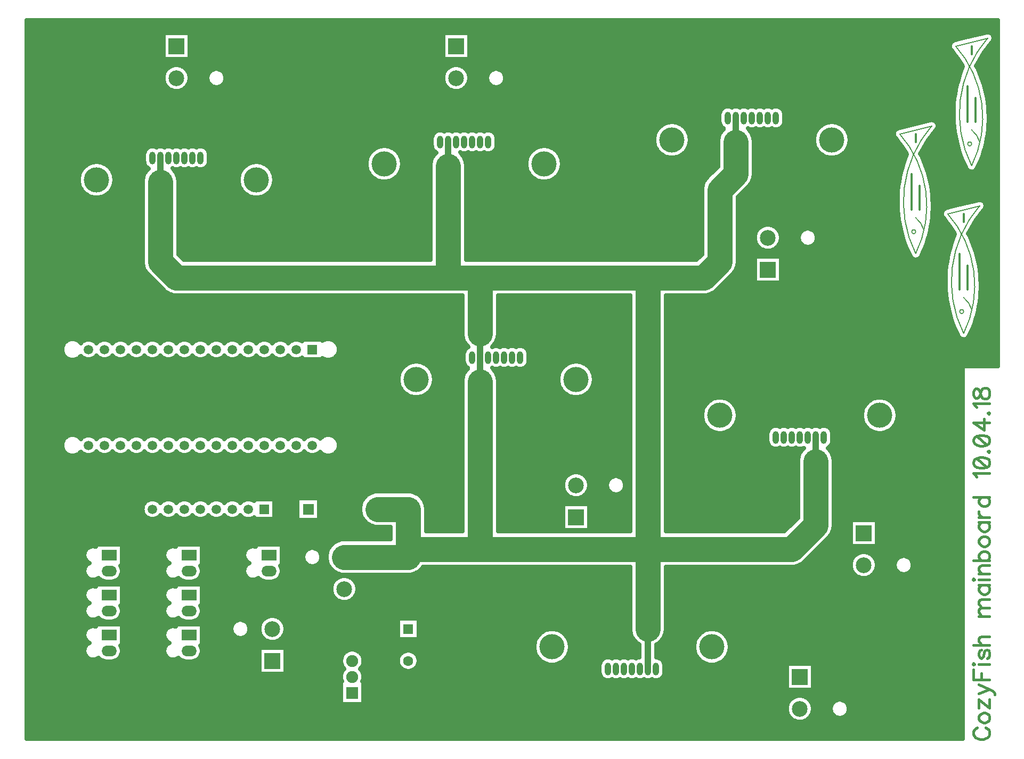
<source format=gbr>
%TF.GenerationSoftware,Novarm,DipTrace,3.2.0.1*%
%TF.CreationDate,2018-04-10T13:15:34+00:00*%
%FSLAX35Y35*%
%MOMM*%
%TF.FileFunction,Copper,L1,Top*%
%TF.Part,Single*%
%ADD68C,0.39216*%
%TA.AperFunction,Conductor*%
%ADD14C,1.0*%
%ADD15C,4.0*%
%ADD18C,2.5*%
%TA.AperFunction,CopperBalancing*%
%ADD20C,0.635*%
%TA.AperFunction,Nonconductor*%
%ADD21C,0.2*%
%ADD22C,0.3*%
%TA.AperFunction,ComponentPad*%
%ADD23R,1.5X1.5*%
%ADD24C,1.5*%
%ADD25C,1.6*%
%ADD26R,1.6X1.6*%
%ADD27R,1.8X1.8*%
%ADD28C,1.8*%
%ADD29R,2.5X2.5*%
%ADD30C,2.5*%
%ADD31R,2.4X1.7*%
%ADD32O,2.4X1.7*%
%ADD33R,1.9X1.9*%
%ADD34C,1.9*%
%ADD35O,1.0X2.0*%
%ADD69C,4.0*%
G75*
G01*
%LPD*%
X12557000Y11160000D2*
D14*
Y10779000D1*
D15*
Y10271000D1*
X12303000Y10017000D1*
Y8874000D1*
X12049000Y8620000D1*
X7985000D1*
Y10398000D1*
D14*
Y10779000D1*
X11160000Y8620000D2*
D15*
X3667000D1*
X3413000Y8874000D1*
Y10144000D1*
D14*
Y10525000D1*
X6867500Y4937000D2*
D18*
X7350000D1*
Y4302000D1*
X8493000D1*
D15*
X11160000D1*
Y3032000D1*
D14*
Y2397000D1*
Y4302000D2*
D15*
Y8620000D1*
D18*
X8493000D1*
D15*
Y7731000D1*
D14*
Y7350000D1*
X6867500Y4937000D2*
D15*
X7350000D1*
Y4302000D1*
X13446000D1*
X13827000Y4683000D1*
Y5699000D1*
D14*
Y6080000D1*
X6334000Y4175000D2*
D15*
X7350000D1*
Y4302000D1*
X8493000Y7350000D2*
D14*
Y6969000D1*
D15*
Y4302000D1*
X1288146Y12655083D2*
D20*
X16711904D1*
X1288146Y12591917D2*
X16711904D1*
X1288146Y12528750D2*
X16711904D1*
X1288146Y12465583D2*
X3451370D1*
X3882612D2*
X7896370D1*
X8327612D2*
X16304755D1*
X16651140D2*
X16711904D1*
X1288146Y12402417D2*
X3451370D1*
X3882612D2*
X7896370D1*
X8327612D2*
X16052008D1*
X16654057D2*
X16711904D1*
X1288146Y12339250D2*
X3451370D1*
X3882612D2*
X7896370D1*
X8327612D2*
X15956123D1*
X16611036D2*
X16711904D1*
X1288146Y12276083D2*
X3451370D1*
X3882612D2*
X7896370D1*
X8327612D2*
X15952750D1*
X16561179D2*
X16711904D1*
X1288146Y12212917D2*
X3451370D1*
X3882612D2*
X7896370D1*
X8327612D2*
X15995771D1*
X16515698D2*
X16711904D1*
X1288146Y12149750D2*
X3451370D1*
X3882612D2*
X7896370D1*
X8327612D2*
X16046357D1*
X16474317D2*
X16711904D1*
X1288146Y12086583D2*
X16092112D1*
X16436765D2*
X16711904D1*
X1288146Y12023417D2*
X16133128D1*
X16402677D2*
X16711904D1*
X1288146Y11960250D2*
X3532216D1*
X3801765D2*
X7977216D1*
X8246765D2*
X16153545D1*
X16395841D2*
X16711904D1*
X1288146Y11897083D2*
X3477985D1*
X3856088D2*
X4193388D1*
X4410620D2*
X7922985D1*
X8301088D2*
X8638388D1*
X8855620D2*
X16128844D1*
X16425190D2*
X16711904D1*
X1288146Y11833917D2*
X3455016D1*
X3878966D2*
X4155836D1*
X4448172D2*
X7900016D1*
X8323966D2*
X8600836D1*
X8893172D2*
X16106513D1*
X16451622D2*
X16711904D1*
X1288146Y11770750D2*
X3452737D1*
X3881245D2*
X4153193D1*
X4450815D2*
X7897737D1*
X8326245D2*
X8598193D1*
X8895815D2*
X16086917D1*
X16475320D2*
X16711904D1*
X1288146Y11707583D2*
X3470511D1*
X3863471D2*
X4179716D1*
X4424291D2*
X7915511D1*
X8308471D2*
X8624716D1*
X8869291D2*
X16069599D1*
X16496375D2*
X16711904D1*
X1288146Y11644417D2*
X3515263D1*
X3818718D2*
X7960263D1*
X8263718D2*
X16054560D1*
X16514968D2*
X16711904D1*
X1288146Y11581250D2*
X16041617D1*
X16531192D2*
X16711904D1*
X1288146Y11518083D2*
X16030771D1*
X16544955D2*
X16711904D1*
X1288146Y11454917D2*
X16022021D1*
X16556531D2*
X16711904D1*
X1288146Y11391750D2*
X16015367D1*
X16565828D2*
X16711904D1*
X1288146Y11328583D2*
X12360602D1*
X13261336D2*
X16011084D1*
X16572937D2*
X16711904D1*
X1288146Y11265417D2*
X12301357D1*
X13320672D2*
X16008805D1*
X16577586D2*
X16711904D1*
X1288146Y11202250D2*
X12289326D1*
X13332612D2*
X16008440D1*
X16580047D2*
X16711904D1*
X1288146Y11139083D2*
X12289326D1*
X13332612D2*
X16010081D1*
X16580320D2*
X16711904D1*
X1288146Y11075917D2*
X11431461D1*
X11650515D2*
X12293792D1*
X13328237D2*
X13971513D1*
X14190476D2*
X15445068D1*
X15758823D2*
X16013727D1*
X16578497D2*
X16711904D1*
X1288146Y11012750D2*
X11334391D1*
X11747677D2*
X12331071D1*
X13290958D2*
X13874352D1*
X14287638D2*
X15192412D1*
X15766935D2*
X16019560D1*
X16574487D2*
X16711904D1*
X1288146Y10949583D2*
X7792555D1*
X8685450D2*
X11286448D1*
X11795620D2*
X12323232D1*
X12790750D2*
X13826409D1*
X14335580D2*
X15070550D1*
X15728107D2*
X16027672D1*
X16568289D2*
X16711904D1*
X1288146Y10886417D2*
X7730211D1*
X8747703D2*
X11260563D1*
X11821414D2*
X12287412D1*
X12826570D2*
X13800524D1*
X14361466D2*
X15061891D1*
X15677794D2*
X16037789D1*
X16559903D2*
X16711904D1*
X1288146Y10823250D2*
X7717360D1*
X8760646D2*
X11250628D1*
X11831349D2*
X12269821D1*
X12844161D2*
X13790589D1*
X14371401D2*
X15100628D1*
X15631857D2*
X16050094D1*
X16549330D2*
X16711904D1*
X1288146Y10760083D2*
X7717360D1*
X8760646D2*
X11254912D1*
X11827065D2*
X12266357D1*
X12847625D2*
X13794964D1*
X14367026D2*
X15151670D1*
X15590021D2*
X16064495D1*
X16536388D2*
X16711904D1*
X1288146Y10696917D2*
X3223323D1*
X4110659D2*
X6864782D1*
X7073172D2*
X7721279D1*
X8756726D2*
X9404834D1*
X9613224D2*
X11274235D1*
X11807742D2*
X12266357D1*
X12847625D2*
X13814287D1*
X14347703D2*
X15197972D1*
X15552013D2*
X16080992D1*
X16520984D2*
X16711904D1*
X1288146Y10633750D2*
X3158883D1*
X4175099D2*
X6764430D1*
X7173614D2*
X7757008D1*
X8720997D2*
X9304391D1*
X9713575D2*
X11312425D1*
X11769643D2*
X12266357D1*
X12847625D2*
X13852386D1*
X14309604D2*
X15239716D1*
X15517468D2*
X16099860D1*
X16503120D2*
X16711904D1*
X1288146Y10570583D2*
X3145393D1*
X4188679D2*
X6715576D1*
X7222468D2*
X7752724D1*
X8217234D2*
X9255537D1*
X9762429D2*
X11382880D1*
X11699096D2*
X12266357D1*
X12847625D2*
X13922933D1*
X14239057D2*
X15267516D1*
X15503159D2*
X16121279D1*
X16482794D2*
X16711904D1*
X1288146Y10507417D2*
X3145393D1*
X4188679D2*
X6689143D1*
X7248901D2*
X7716266D1*
X8253784D2*
X9229104D1*
X9788862D2*
X12266357D1*
X12847625D2*
X15242451D1*
X15532872D2*
X16145159D1*
X16459916D2*
X16711904D1*
X1288146Y10444250D2*
X2296552D1*
X2497468D2*
X3148948D1*
X4185034D2*
X4836513D1*
X5037521D2*
X6678753D1*
X7259291D2*
X7698128D1*
X8271830D2*
X9218714D1*
X9799252D2*
X12266357D1*
X12847625D2*
X15220120D1*
X15559578D2*
X16171683D1*
X16434304D2*
X16711904D1*
X1288146Y10381083D2*
X2193740D1*
X2600190D2*
X3183675D1*
X4150307D2*
X4733792D1*
X5140242D2*
X6682581D1*
X7255372D2*
X7694391D1*
X8275659D2*
X9222633D1*
X9795424D2*
X12258701D1*
X12847625D2*
X15200159D1*
X15583640D2*
X16200758D1*
X16405958D2*
X16711904D1*
X1288146Y10317917D2*
X2144339D1*
X2649682D2*
X3181761D1*
X3644265D2*
X4684300D1*
X5189643D2*
X6701357D1*
X7236596D2*
X7694391D1*
X8275659D2*
X9241409D1*
X9776648D2*
X12195537D1*
X12847625D2*
X15182568D1*
X15605060D2*
X16247334D1*
X16359656D2*
X16711904D1*
X1288146Y10254750D2*
X2117451D1*
X2676479D2*
X3144847D1*
X3681179D2*
X4657503D1*
X5216531D2*
X6738818D1*
X7199226D2*
X7694391D1*
X8275659D2*
X9278779D1*
X9739187D2*
X12132373D1*
X12847169D2*
X15167164D1*
X15623927D2*
X16711904D1*
X1288146Y10191583D2*
X2106787D1*
X2687234D2*
X3126344D1*
X3699591D2*
X4646748D1*
X5227195D2*
X6807815D1*
X7130229D2*
X7694391D1*
X8275659D2*
X9347776D1*
X9670190D2*
X12072308D1*
X12836323D2*
X15153948D1*
X15640424D2*
X16711904D1*
X1288146Y10128417D2*
X2110341D1*
X2683588D2*
X3122334D1*
X3703601D2*
X4650393D1*
X5223640D2*
X7694391D1*
X8275659D2*
X12035120D1*
X12809343D2*
X15142828D1*
X15654552D2*
X16711904D1*
X1288146Y10065250D2*
X2128844D1*
X2665177D2*
X3122334D1*
X3703601D2*
X4668805D1*
X5205138D2*
X7694391D1*
X8275659D2*
X12016526D1*
X12759669D2*
X15133714D1*
X15666401D2*
X16711904D1*
X1288146Y10002083D2*
X2165758D1*
X2628263D2*
X3122334D1*
X3703601D2*
X4705719D1*
X5168224D2*
X7694391D1*
X8275659D2*
X12012334D1*
X12696505D2*
X15127151D1*
X15675971D2*
X16711904D1*
X1288146Y9938917D2*
X2233753D1*
X2560268D2*
X3122334D1*
X3703601D2*
X4773805D1*
X5100229D2*
X7694391D1*
X8275659D2*
X12012334D1*
X12633341D2*
X15122503D1*
X15683172D2*
X16711904D1*
X1288146Y9875750D2*
X3122334D1*
X3703601D2*
X7694391D1*
X8275659D2*
X12012334D1*
X12593601D2*
X15119951D1*
X15688002D2*
X16711904D1*
X1288146Y9812583D2*
X3122334D1*
X3703601D2*
X7694391D1*
X8275659D2*
X12012334D1*
X12593601D2*
X15119404D1*
X15690737D2*
X16233753D1*
X16517065D2*
X16711904D1*
X1288146Y9749417D2*
X3122334D1*
X3703601D2*
X7694391D1*
X8275659D2*
X12012334D1*
X12593601D2*
X15120771D1*
X15691375D2*
X15981005D1*
X16530190D2*
X16711904D1*
X1288146Y9686250D2*
X3122334D1*
X3703601D2*
X7694391D1*
X8275659D2*
X12012334D1*
X12593601D2*
X15124052D1*
X15689825D2*
X15836357D1*
X16495646D2*
X16711904D1*
X1288146Y9623083D2*
X3122334D1*
X3703601D2*
X7694391D1*
X8275659D2*
X12012334D1*
X12593601D2*
X15129886D1*
X15686088D2*
X15822776D1*
X16444877D2*
X16711904D1*
X1288146Y9559917D2*
X3122334D1*
X3703601D2*
X7694391D1*
X8275659D2*
X12012334D1*
X12593601D2*
X15137724D1*
X15680164D2*
X15856956D1*
X16398575D2*
X16711904D1*
X1288146Y9496750D2*
X3122334D1*
X3703601D2*
X7694391D1*
X8275659D2*
X12012334D1*
X12593601D2*
X15147568D1*
X15672143D2*
X15908453D1*
X16356375D2*
X16711904D1*
X1288146Y9433583D2*
X3122334D1*
X3703601D2*
X7694391D1*
X8275659D2*
X12012334D1*
X12593601D2*
X12949495D1*
X13180489D2*
X15159508D1*
X15661752D2*
X15955211D1*
X16318002D2*
X16711904D1*
X1288146Y9370417D2*
X3122334D1*
X3703601D2*
X7694391D1*
X8275659D2*
X12012334D1*
X12593601D2*
X12884052D1*
X13245932D2*
X13605563D1*
X13794448D2*
X15173636D1*
X15648901D2*
X15997594D1*
X16283093D2*
X16711904D1*
X1288146Y9307250D2*
X3122334D1*
X3703601D2*
X7694391D1*
X8275659D2*
X12012334D1*
X12593601D2*
X12855979D1*
X13274005D2*
X13558258D1*
X13841661D2*
X15189860D1*
X15633771D2*
X16032138D1*
X16261857D2*
X16711904D1*
X1288146Y9244083D2*
X3122334D1*
X3703601D2*
X7694391D1*
X8275659D2*
X12012334D1*
X12593601D2*
X12849690D1*
X13280385D2*
X13549143D1*
X13850867D2*
X15208545D1*
X15616179D2*
X16006982D1*
X16291843D2*
X16711904D1*
X1288146Y9180917D2*
X3122334D1*
X3703601D2*
X7694391D1*
X8275659D2*
X12012334D1*
X12593601D2*
X12862907D1*
X13267078D2*
X13569287D1*
X13830724D2*
X15229782D1*
X15596218D2*
X15984469D1*
X16318914D2*
X16711904D1*
X1288146Y9117750D2*
X3122334D1*
X3703601D2*
X7694391D1*
X8275659D2*
X12012334D1*
X12593601D2*
X12900641D1*
X13229343D2*
X13646214D1*
X13753797D2*
X15253388D1*
X15573614D2*
X15964235D1*
X16343250D2*
X16711904D1*
X1288146Y9054583D2*
X3122334D1*
X3703601D2*
X7694391D1*
X8275659D2*
X12012334D1*
X12593601D2*
X12998349D1*
X13131635D2*
X15279547D1*
X15548367D2*
X15946370D1*
X16364942D2*
X16711904D1*
X1288146Y8991417D2*
X3122334D1*
X3703966D2*
X7694391D1*
X8275659D2*
X12012060D1*
X12593601D2*
X15308258D1*
X15520385D2*
X15930693D1*
X16384083D2*
X16711904D1*
X1288146Y8928250D2*
X3122334D1*
X3767130D2*
X7694391D1*
X8275659D2*
X11948896D1*
X12593601D2*
X12849326D1*
X13280659D2*
X15348180D1*
X15480828D2*
X15917203D1*
X16400854D2*
X16711904D1*
X1288146Y8865083D2*
X3122516D1*
X12593510D2*
X12849326D1*
X13280659D2*
X15905810D1*
X16415255D2*
X16711904D1*
X1288146Y8801917D2*
X3131630D1*
X12584304D2*
X12849326D1*
X13280659D2*
X15896604D1*
X16427377D2*
X16711904D1*
X1288146Y8738750D2*
X3156604D1*
X12559422D2*
X12849326D1*
X13280659D2*
X15889768D1*
X16437039D2*
X16711904D1*
X1288146Y8675583D2*
X3203089D1*
X12512937D2*
X12849326D1*
X13280659D2*
X15884938D1*
X16444422D2*
X16711904D1*
X1288146Y8612417D2*
X3266162D1*
X12449773D2*
X12849326D1*
X13280659D2*
X15882112D1*
X16449526D2*
X16711904D1*
X1288146Y8549250D2*
X3329326D1*
X12386609D2*
X12849326D1*
X13280659D2*
X15881292D1*
X16452534D2*
X16711904D1*
X1288146Y8486083D2*
X3392490D1*
X12323445D2*
X15882386D1*
X16453354D2*
X16711904D1*
X1288146Y8422917D2*
X3455654D1*
X12260281D2*
X15885667D1*
X16452078D2*
X16711904D1*
X1288146Y8359750D2*
X3546253D1*
X12169773D2*
X15891227D1*
X16448614D2*
X16711904D1*
X1288146Y8296583D2*
X8202347D1*
X8783614D2*
X10869365D1*
X11450633D2*
X15898792D1*
X16442963D2*
X16711904D1*
X1288146Y8233417D2*
X8202347D1*
X8783614D2*
X10869365D1*
X11450633D2*
X15908453D1*
X16435216D2*
X16711904D1*
X1288146Y8170250D2*
X8202347D1*
X8783614D2*
X10869365D1*
X11450633D2*
X15920120D1*
X16424916D2*
X16711904D1*
X1288146Y8107083D2*
X8202347D1*
X8783614D2*
X10869365D1*
X11450633D2*
X15933883D1*
X16412338D2*
X16711904D1*
X1288146Y8043917D2*
X8202347D1*
X8783614D2*
X10869365D1*
X11450633D2*
X15949925D1*
X16397390D2*
X16711904D1*
X1288146Y7980750D2*
X8202347D1*
X8783614D2*
X10869365D1*
X11450633D2*
X15968518D1*
X16380073D2*
X16711904D1*
X1288146Y7917583D2*
X8202347D1*
X8783614D2*
X10869365D1*
X11450633D2*
X15989482D1*
X16360385D2*
X16711904D1*
X1288146Y7854417D2*
X8202347D1*
X8783614D2*
X10869365D1*
X11450633D2*
X16012815D1*
X16338146D2*
X16711904D1*
X1288146Y7791250D2*
X8202347D1*
X8783614D2*
X10869365D1*
X11450633D2*
X16038701D1*
X16313172D2*
X16711904D1*
X1288146Y7728083D2*
X8202347D1*
X8783614D2*
X10869365D1*
X11450633D2*
X16067138D1*
X16285463D2*
X16711904D1*
X1288146Y7664917D2*
X8210185D1*
X8775867D2*
X10869365D1*
X11450633D2*
X16102867D1*
X16250099D2*
X16711904D1*
X1288146Y7601750D2*
X1898883D1*
X2133159D2*
X2164573D1*
X2375424D2*
X2418597D1*
X2629357D2*
X2672620D1*
X2883380D2*
X2926643D1*
X3137403D2*
X3180576D1*
X3391427D2*
X3434599D1*
X3645359D2*
X3688623D1*
X3899383D2*
X3942646D1*
X4153406D2*
X4196578D1*
X4407429D2*
X4450602D1*
X4661362D2*
X4704625D1*
X4915385D2*
X4958558D1*
X5169409D2*
X5212581D1*
X5423432D2*
X5466604D1*
X6197169D2*
X8233427D1*
X8752534D2*
X10869365D1*
X11450633D2*
X16711904D1*
X1288146Y7538583D2*
X1854586D1*
X6241375D2*
X8277360D1*
X8708601D2*
X10869365D1*
X11450633D2*
X16711904D1*
X1288146Y7475417D2*
X1842828D1*
X6253224D2*
X8248558D1*
X9245450D2*
X10869365D1*
X11450633D2*
X16711904D1*
X1288146Y7412250D2*
X1855862D1*
X6240099D2*
X8225953D1*
X9268054D2*
X10869365D1*
X11450633D2*
X16711904D1*
X1288146Y7349083D2*
X1902529D1*
X2129422D2*
X2168766D1*
X2371232D2*
X2422698D1*
X2625255D2*
X2676722D1*
X2879278D2*
X2930745D1*
X3133302D2*
X3184768D1*
X3387234D2*
X3438701D1*
X3641258D2*
X3692724D1*
X3895281D2*
X3946748D1*
X4149304D2*
X4200771D1*
X4403237D2*
X4454703D1*
X4657260D2*
X4708727D1*
X4911284D2*
X4962750D1*
X5165307D2*
X5216683D1*
X5419239D2*
X5470706D1*
X6193432D2*
X8225315D1*
X9268601D2*
X10869365D1*
X11450633D2*
X16711904D1*
X1288146Y7285917D2*
X8226136D1*
X9267872D2*
X10869365D1*
X11450633D2*
X16711904D1*
X1288146Y7222750D2*
X7292711D1*
X7661245D2*
X8249834D1*
X9244174D2*
X9832763D1*
X10201205D2*
X10869365D1*
X11450633D2*
X16711904D1*
X1288146Y7159583D2*
X7234742D1*
X7719304D2*
X8275719D1*
X8710333D2*
X9774703D1*
X10259265D2*
X10869365D1*
X11450633D2*
X16155641D1*
X1288146Y7096417D2*
X7202841D1*
X7751114D2*
X8232516D1*
X8753445D2*
X9742893D1*
X10291166D2*
X10869365D1*
X11450633D2*
X16155641D1*
X1288146Y7033250D2*
X7188167D1*
X7765789D2*
X8209729D1*
X8776323D2*
X9728219D1*
X10305841D2*
X10869365D1*
X11450633D2*
X16155641D1*
X1288146Y6970083D2*
X7188076D1*
X7765971D2*
X8202347D1*
X8783614D2*
X9728037D1*
X10305932D2*
X10869365D1*
X11450633D2*
X16155641D1*
X1288146Y6906917D2*
X7202386D1*
X7751661D2*
X8202347D1*
X8783614D2*
X9742347D1*
X10291622D2*
X10869365D1*
X11450633D2*
X16155641D1*
X1288146Y6843750D2*
X7233831D1*
X7720216D2*
X8202347D1*
X8783614D2*
X9773792D1*
X10260177D2*
X10869365D1*
X11450633D2*
X16155641D1*
X1288146Y6780583D2*
X7291071D1*
X7662885D2*
X8202347D1*
X8783614D2*
X9831123D1*
X10202937D2*
X10869365D1*
X11450633D2*
X16155641D1*
X1288146Y6717417D2*
X7450576D1*
X7503380D2*
X8202347D1*
X8783614D2*
X9990628D1*
X10043341D2*
X10869365D1*
X11450633D2*
X16155641D1*
X1288146Y6654250D2*
X8202347D1*
X8783614D2*
X10869365D1*
X11450633D2*
X12123167D1*
X12482768D2*
X14663219D1*
X15022820D2*
X16155641D1*
X1288146Y6591083D2*
X8202347D1*
X8783614D2*
X10869365D1*
X11450633D2*
X12063102D1*
X12542924D2*
X14603063D1*
X15082885D2*
X16155641D1*
X1288146Y6527917D2*
X8202347D1*
X8783614D2*
X10869365D1*
X11450633D2*
X12030107D1*
X12575919D2*
X14570159D1*
X15115880D2*
X16155641D1*
X1288146Y6464750D2*
X8202347D1*
X8783614D2*
X10869365D1*
X11450633D2*
X12014612D1*
X12591414D2*
X14554573D1*
X15131375D2*
X16155641D1*
X1288146Y6401583D2*
X8202347D1*
X8783614D2*
X10869365D1*
X11450633D2*
X12013701D1*
X12592325D2*
X14553662D1*
X15132286D2*
X16155641D1*
X1288146Y6338417D2*
X8202347D1*
X8783614D2*
X10869365D1*
X11450633D2*
X12027190D1*
X12578836D2*
X14567151D1*
X15118797D2*
X16155641D1*
X1288146Y6275250D2*
X8202347D1*
X8783614D2*
X10869365D1*
X11450633D2*
X12057542D1*
X12548484D2*
X14597503D1*
X15088445D2*
X16155641D1*
X1288146Y6212083D2*
X8202347D1*
X8783614D2*
X10869365D1*
X11450633D2*
X12112867D1*
X12493067D2*
X13079378D1*
X14066609D2*
X14652920D1*
X15033120D2*
X16155641D1*
X1288146Y6148917D2*
X8202347D1*
X8783614D2*
X10869365D1*
X11450633D2*
X12247946D1*
X12358080D2*
X13052672D1*
X14093315D2*
X14787907D1*
X14898041D2*
X16155641D1*
X1288146Y6085750D2*
X1908636D1*
X2123406D2*
X2175602D1*
X2364396D2*
X2429625D1*
X2618419D2*
X2683649D1*
X2872351D2*
X2937581D1*
X3126375D2*
X3191604D1*
X3380398D2*
X3445628D1*
X3634422D2*
X3699651D1*
X3888354D2*
X3953584D1*
X4142377D2*
X4207607D1*
X4396401D2*
X4461630D1*
X4650424D2*
X4715654D1*
X4904357D2*
X4969586D1*
X5158380D2*
X5223610D1*
X5412403D2*
X5477633D1*
X5666427D2*
X5731657D1*
X5920359D2*
X5972555D1*
X6187416D2*
X8202347D1*
X8783614D2*
X10869365D1*
X11450633D2*
X13051396D1*
X14094682D2*
X16155641D1*
X1288146Y6022583D2*
X1858050D1*
X6238002D2*
X8202347D1*
X8783614D2*
X10869365D1*
X11450633D2*
X13051578D1*
X14094409D2*
X16155641D1*
X1288146Y5959417D2*
X1842920D1*
X6253041D2*
X8202347D1*
X8783614D2*
X10869365D1*
X11450633D2*
X13071448D1*
X14074630D2*
X16155641D1*
X1288146Y5896250D2*
X1852763D1*
X6243198D2*
X8202347D1*
X8783614D2*
X10869365D1*
X11450633D2*
X13173623D1*
X13210403D2*
X13300589D1*
X13337353D2*
X13427646D1*
X13464360D2*
X13554612D1*
X13591450D2*
X13616000D1*
X14038080D2*
X16155641D1*
X1288146Y5833083D2*
X1893688D1*
X2138354D2*
X2158866D1*
X2381166D2*
X2412763D1*
X2635190D2*
X2666787D1*
X2889213D2*
X2920810D1*
X3143237D2*
X3174834D1*
X3397169D2*
X3428766D1*
X3651192D2*
X3682789D1*
X3905216D2*
X3936813D1*
X4159239D2*
X4190733D1*
X4413172D2*
X4444768D1*
X4667195D2*
X4698792D1*
X4921218D2*
X4952815D1*
X5175242D2*
X5206839D1*
X5429174D2*
X5460771D1*
X5683198D2*
X5714795D1*
X5937221D2*
X5957655D1*
X6202364D2*
X8202347D1*
X8783614D2*
X10869365D1*
X11450633D2*
X13569925D1*
X14084018D2*
X16155641D1*
X1288146Y5769917D2*
X8202347D1*
X8783614D2*
X10869365D1*
X11450633D2*
X13545315D1*
X14108627D2*
X16155641D1*
X1288146Y5706750D2*
X8202347D1*
X8783614D2*
X10869365D1*
X11450633D2*
X13536474D1*
X14117560D2*
X16155641D1*
X1288146Y5643583D2*
X8202347D1*
X8783614D2*
X10869365D1*
X11450633D2*
X13536383D1*
X14117651D2*
X16155641D1*
X1288146Y5580417D2*
X8202347D1*
X8783614D2*
X10869365D1*
X11450633D2*
X13536383D1*
X14117651D2*
X16155641D1*
X1288146Y5517250D2*
X8202347D1*
X8783614D2*
X9946604D1*
X10087364D2*
X10869365D1*
X11450633D2*
X13536383D1*
X14117651D2*
X16155641D1*
X1288146Y5454083D2*
X8202347D1*
X8783614D2*
X9851630D1*
X10182338D2*
X10595107D1*
X10708888D2*
X10869365D1*
X11450633D2*
X13536383D1*
X14117651D2*
X16155641D1*
X1288146Y5390917D2*
X8202347D1*
X8783614D2*
X9814443D1*
X10219526D2*
X10520641D1*
X10783354D2*
X10869365D1*
X11450633D2*
X13536383D1*
X14117651D2*
X16155641D1*
X1288146Y5327750D2*
X8202347D1*
X8783614D2*
X9801591D1*
X10232377D2*
X10500953D1*
X10803041D2*
X10869365D1*
X11450633D2*
X13536383D1*
X14117651D2*
X16155641D1*
X1288146Y5264583D2*
X8202347D1*
X8783614D2*
X9808336D1*
X10225724D2*
X10510797D1*
X10793198D2*
X10869365D1*
X11450633D2*
X13536383D1*
X14117651D2*
X16155641D1*
X1288146Y5201417D2*
X6756683D1*
X7460815D2*
X8202347D1*
X8783614D2*
X9836865D1*
X10197195D2*
X10559013D1*
X10744982D2*
X10869365D1*
X11450633D2*
X13536383D1*
X14117651D2*
X16155641D1*
X1288146Y5138250D2*
X6660341D1*
X7557156D2*
X8202347D1*
X8783614D2*
X9903492D1*
X10130567D2*
X10869365D1*
X11450633D2*
X13536383D1*
X14117651D2*
X16155641D1*
X1288146Y5075083D2*
X3200263D1*
X3371739D2*
X3454196D1*
X3625763D2*
X3708219D1*
X3879786D2*
X3962242D1*
X4133718D2*
X4216266D1*
X4387742D2*
X4470198D1*
X4641765D2*
X4724222D1*
X5229656D2*
X5581904D1*
X5943146D2*
X6612672D1*
X7604825D2*
X8202347D1*
X8783614D2*
X10869365D1*
X11450633D2*
X13536383D1*
X14117651D2*
X16155641D1*
X1288146Y5011917D2*
X3139104D1*
X5229656D2*
X5581904D1*
X5943146D2*
X6586878D1*
X7630620D2*
X8202347D1*
X8783614D2*
X9801318D1*
X10232651D2*
X10869365D1*
X11450633D2*
X13536383D1*
X14117651D2*
X16155641D1*
X1288146Y4948750D2*
X3120784D1*
X5229656D2*
X5581904D1*
X5943146D2*
X6577125D1*
X7640372D2*
X8202347D1*
X8783614D2*
X9801318D1*
X10232651D2*
X10869365D1*
X11450633D2*
X13536383D1*
X14117651D2*
X16155641D1*
X1288146Y4885583D2*
X3128896D1*
X5229656D2*
X5581904D1*
X5943146D2*
X6581591D1*
X7640646D2*
X8202347D1*
X8783614D2*
X9801318D1*
X10232651D2*
X10869365D1*
X11450633D2*
X13536383D1*
X14117651D2*
X16155641D1*
X1288146Y4822417D2*
X3169000D1*
X3403002D2*
X3423024D1*
X3657026D2*
X3677053D1*
X3910958D2*
X3930975D1*
X4164982D2*
X4184995D1*
X4419005D2*
X4439038D1*
X4673028D2*
X4692988D1*
X5229656D2*
X5581904D1*
X5943146D2*
X6601005D1*
X7640646D2*
X8202347D1*
X8783614D2*
X9801318D1*
X10232651D2*
X10869365D1*
X11450633D2*
X13536383D1*
X14117651D2*
X16155641D1*
X1288146Y4759250D2*
X6639287D1*
X7640646D2*
X8202347D1*
X8783614D2*
X9801318D1*
X10232651D2*
X10869365D1*
X11450633D2*
X13494821D1*
X14117651D2*
X14373375D1*
X14804617D2*
X16155641D1*
X1288146Y4696083D2*
X6710198D1*
X7640646D2*
X8202347D1*
X8783614D2*
X9801318D1*
X10232651D2*
X10869365D1*
X11450633D2*
X13431657D1*
X14117651D2*
X14373375D1*
X14804617D2*
X16155641D1*
X1288146Y4632917D2*
X7059378D1*
X7640646D2*
X8202347D1*
X8783614D2*
X9801318D1*
X10232651D2*
X10869365D1*
X11450633D2*
X13368492D1*
X14113185D2*
X14373375D1*
X14804617D2*
X16155641D1*
X1288146Y4569750D2*
X7059378D1*
X14094135D2*
X14373375D1*
X14804617D2*
X16155641D1*
X1288146Y4506583D2*
X7059378D1*
X14056310D2*
X14373375D1*
X14804617D2*
X16155641D1*
X1288146Y4443417D2*
X6233961D1*
X13995789D2*
X14373375D1*
X14804617D2*
X16155641D1*
X1288146Y4380250D2*
X6118388D1*
X13932625D2*
X14373375D1*
X14804617D2*
X16155641D1*
X1288146Y4317083D2*
X2249430D1*
X2805177D2*
X3519456D1*
X4075112D2*
X4789482D1*
X5345138D2*
X5793180D1*
X5858745D2*
X6081383D1*
X13869461D2*
X16155641D1*
X1288146Y4253917D2*
X2203219D1*
X2805177D2*
X3473154D1*
X4075112D2*
X4743180D1*
X5345138D2*
X5697933D1*
X5954083D2*
X6054495D1*
X13806297D2*
X14545185D1*
X14632807D2*
X16155641D1*
X1288146Y4190750D2*
X2195745D1*
X2805177D2*
X3465771D1*
X4075112D2*
X4735797D1*
X5345138D2*
X5675875D1*
X5976140D2*
X6043831D1*
X13743133D2*
X14429612D1*
X14748380D2*
X15195420D1*
X15252599D2*
X16155641D1*
X1288146Y4127583D2*
X2219352D1*
X2805177D2*
X3489378D1*
X4075112D2*
X4759404D1*
X5345138D2*
X5682347D1*
X5969578D2*
X6047386D1*
X13679968D2*
X14389052D1*
X14788940D2*
X15096253D1*
X15351674D2*
X16155641D1*
X1288146Y4064417D2*
X2251253D1*
X2805177D2*
X3521188D1*
X4075112D2*
X4791214D1*
X5345138D2*
X5725914D1*
X5926010D2*
X6065706D1*
X13608510D2*
X14374013D1*
X14803979D2*
X15074013D1*
X15374005D2*
X16155641D1*
X1288146Y4001250D2*
X2203675D1*
X2797976D2*
X3473701D1*
X4068002D2*
X4743636D1*
X5337937D2*
X6102620D1*
X7581401D2*
X10869365D1*
X11450633D2*
X14378662D1*
X14799330D2*
X15080120D1*
X15367898D2*
X16155641D1*
X1288146Y3938083D2*
X2195563D1*
X2804539D2*
X3465589D1*
X4074565D2*
X4735615D1*
X5344500D2*
X6170524D1*
X7513497D2*
X10869365D1*
X11450633D2*
X14404547D1*
X14773445D2*
X15123232D1*
X15324695D2*
X16155641D1*
X1288146Y3874917D2*
X2218440D1*
X2786310D2*
X3488466D1*
X4056336D2*
X4758492D1*
X5326271D2*
X6303688D1*
X6364330D2*
X10869365D1*
X11450633D2*
X14464977D1*
X14713015D2*
X16155641D1*
X1288146Y3811750D2*
X2459065D1*
X2729890D2*
X3729091D1*
X3999916D2*
X4999117D1*
X5269942D2*
X6176448D1*
X6491479D2*
X10869365D1*
X11450633D2*
X16155641D1*
X1288146Y3748583D2*
X6134886D1*
X6533041D2*
X10869365D1*
X11450633D2*
X16155641D1*
X1288146Y3685417D2*
X2253987D1*
X2805177D2*
X3524013D1*
X4075112D2*
X6119209D1*
X6548810D2*
X10869365D1*
X11450633D2*
X16155641D1*
X1288146Y3622250D2*
X2204404D1*
X2805177D2*
X3474430D1*
X4075112D2*
X6123219D1*
X6544799D2*
X10869365D1*
X11450633D2*
X16155641D1*
X1288146Y3559083D2*
X2195380D1*
X2805177D2*
X3465407D1*
X4075112D2*
X6148284D1*
X6519643D2*
X10869365D1*
X11450633D2*
X16155641D1*
X1288146Y3495917D2*
X2217164D1*
X2805177D2*
X3487190D1*
X4075112D2*
X6207073D1*
X6460945D2*
X10869365D1*
X11450633D2*
X16155641D1*
X1288146Y3432750D2*
X2255901D1*
X2805177D2*
X3525927D1*
X4075112D2*
X10869365D1*
X11450633D2*
X16155641D1*
X1288146Y3369583D2*
X2204951D1*
X2796974D2*
X3474977D1*
X4066909D2*
X10869365D1*
X11450633D2*
X16155641D1*
X1288146Y3306417D2*
X2195289D1*
X2804812D2*
X3465315D1*
X4074747D2*
X10869365D1*
X11450633D2*
X16155641D1*
X1288146Y3243250D2*
X2216344D1*
X2787950D2*
X3486279D1*
X4057976D2*
X10869365D1*
X11450633D2*
X16155641D1*
X1288146Y3180083D2*
X2311409D1*
X2369591D2*
X2454235D1*
X2734721D2*
X3581344D1*
X3639617D2*
X3724261D1*
X4004747D2*
X5036761D1*
X5345229D2*
X7179326D1*
X7520607D2*
X10869365D1*
X11450633D2*
X16155641D1*
X1288146Y3116917D2*
X4558792D1*
X4807195D2*
X4993375D1*
X5388614D2*
X7179326D1*
X7520607D2*
X10869365D1*
X11450633D2*
X16155641D1*
X1288146Y3053750D2*
X2259000D1*
X2805177D2*
X3528935D1*
X4075112D2*
X4533818D1*
X4832169D2*
X4976513D1*
X5405476D2*
X7179326D1*
X7520607D2*
X10869365D1*
X11450633D2*
X16155641D1*
X1288146Y2990583D2*
X2205771D1*
X2805177D2*
X3475797D1*
X4075112D2*
X4537464D1*
X4828523D2*
X4979521D1*
X5402468D2*
X7179326D1*
X7520607D2*
X9484768D1*
X9787221D2*
X10872373D1*
X11447625D2*
X12024729D1*
X12327273D2*
X16155641D1*
X1288146Y2927417D2*
X2195198D1*
X2805177D2*
X3465133D1*
X4075112D2*
X4576930D1*
X4789057D2*
X5003401D1*
X5378679D2*
X7179326D1*
X7520607D2*
X9410758D1*
X9861232D2*
X10889326D1*
X11430672D2*
X11950810D1*
X12401192D2*
X16155641D1*
X1288146Y2864250D2*
X2215068D1*
X2805177D2*
X3485094D1*
X4075112D2*
X5059456D1*
X5322534D2*
X9371110D1*
X9900880D2*
X10924143D1*
X11395854D2*
X11911162D1*
X12440841D2*
X16155641D1*
X1288146Y2801083D2*
X2261097D1*
X2805177D2*
X3531032D1*
X4075112D2*
X9350784D1*
X9921297D2*
X10987854D1*
X11332143D2*
X11890745D1*
X12461258D2*
X16155641D1*
X1288146Y2737917D2*
X2206318D1*
X2795789D2*
X3476344D1*
X4065815D2*
X9345498D1*
X9926492D2*
X11019391D1*
X11300607D2*
X11885459D1*
X12466544D2*
X16155641D1*
X1288146Y2674750D2*
X2195107D1*
X2804995D2*
X3465042D1*
X4074929D2*
X4975328D1*
X5406661D2*
X6357555D1*
X6564396D2*
X7278310D1*
X7421622D2*
X9354430D1*
X9917560D2*
X11019391D1*
X11300607D2*
X11894391D1*
X12457612D2*
X16155641D1*
X1288146Y2611583D2*
X2214248D1*
X2789591D2*
X3484274D1*
X4059526D2*
X4975328D1*
X5406661D2*
X6298219D1*
X6623823D2*
X7204664D1*
X7495359D2*
X9379130D1*
X9892859D2*
X11019391D1*
X11300607D2*
X11919183D1*
X12432820D2*
X16155641D1*
X1288146Y2548417D2*
X2296461D1*
X2384539D2*
X2449768D1*
X2739187D2*
X3566396D1*
X3654565D2*
X3719795D1*
X4009213D2*
X4975328D1*
X5406661D2*
X6277073D1*
X6644968D2*
X7181149D1*
X7518784D2*
X9425250D1*
X9846739D2*
X10430589D1*
X11381362D2*
X11965211D1*
X12386791D2*
X16155641D1*
X1288146Y2485250D2*
X4975328D1*
X5406661D2*
X6279625D1*
X6642416D2*
X7183974D1*
X7516049D2*
X9516396D1*
X9755593D2*
X10389938D1*
X11422104D2*
X12056357D1*
X12295646D2*
X16155641D1*
X1288146Y2422083D2*
X4975328D1*
X5406661D2*
X6307151D1*
X6614890D2*
X7214782D1*
X7485242D2*
X10384378D1*
X11427664D2*
X13357373D1*
X13788614D2*
X16155641D1*
X1288146Y2358917D2*
X4975328D1*
X5406661D2*
X6298948D1*
X6623002D2*
X10384378D1*
X11427664D2*
X13357373D1*
X13788614D2*
X16155641D1*
X1288146Y2295750D2*
X6277255D1*
X6644786D2*
X10394495D1*
X11417455D2*
X13357373D1*
X13788614D2*
X16155641D1*
X1288146Y2232583D2*
X6279352D1*
X6642690D2*
X10448362D1*
X11363679D2*
X13357373D1*
X13788614D2*
X16155641D1*
X1288146Y2169417D2*
X6275341D1*
X6646609D2*
X13357373D1*
X13788614D2*
X16155641D1*
X1288146Y2106250D2*
X6275341D1*
X6646609D2*
X13357373D1*
X13788614D2*
X16155641D1*
X1288146Y2043083D2*
X6275341D1*
X6646609D2*
X16155641D1*
X1288146Y1979917D2*
X6275341D1*
X6646609D2*
X16155641D1*
X1288146Y1916750D2*
X6275341D1*
X6646609D2*
X13425732D1*
X13720255D2*
X16155641D1*
X1288146Y1853583D2*
X6275341D1*
X6646609D2*
X13378427D1*
X13767560D2*
X14089091D1*
X14326830D2*
X16155641D1*
X1288146Y1790417D2*
X13359287D1*
X13786700D2*
X14059925D1*
X14356088D2*
X16155641D1*
X1288146Y1727250D2*
X13360289D1*
X13785698D2*
X14060927D1*
X14355086D2*
X16155641D1*
X1288146Y1664083D2*
X13381709D1*
X13764278D2*
X14095289D1*
X14320724D2*
X16155641D1*
X1288146Y1600917D2*
X13433024D1*
X13712963D2*
X16155641D1*
X1288146Y1537750D2*
X16155641D1*
X1288146Y1474583D2*
X16155641D1*
X1288146Y1411417D2*
X16155641D1*
X1288146Y1348250D2*
X16155641D1*
X1288146Y1285083D2*
X16155641D1*
X5690043Y7636290D2*
X5985290D1*
Y7614324D1*
X6004256Y7625656D1*
X6028444Y7635674D1*
X6053900Y7641786D1*
X6080000Y7643840D1*
X6106100Y7641786D1*
X6131556Y7635674D1*
X6155744Y7625656D1*
X6178066Y7611976D1*
X6197974Y7594974D1*
X6214976Y7575066D1*
X6228656Y7552744D1*
X6238674Y7528556D1*
X6244786Y7503100D1*
X6246840Y7477000D1*
X6244786Y7450900D1*
X6238674Y7425444D1*
X6228656Y7401256D1*
X6214976Y7378934D1*
X6197974Y7359026D1*
X6178066Y7342024D1*
X6155744Y7328344D1*
X6131556Y7318326D1*
X6106100Y7312214D1*
X6080000Y7310160D1*
X6053900Y7312214D1*
X6028444Y7318326D1*
X6004256Y7328344D1*
X5985295Y7339778D1*
X5985290Y7317710D1*
X5666710D1*
Y7348973D1*
X5655229Y7341183D1*
X5632958Y7329835D1*
X5609186Y7322111D1*
X5584498Y7318201D1*
X5559502D1*
X5534814Y7322111D1*
X5511042Y7329835D1*
X5488771Y7341183D1*
X5468549Y7355875D1*
X5450875Y7373549D1*
X5445037Y7380954D1*
X5430635Y7364365D1*
X5411628Y7348132D1*
X5390316Y7335072D1*
X5367223Y7325506D1*
X5342918Y7319671D1*
X5318000Y7317710D1*
X5293082Y7319671D1*
X5268777Y7325506D1*
X5245684Y7335072D1*
X5224372Y7348132D1*
X5205365Y7364365D1*
X5191037Y7380954D1*
X5176635Y7364365D1*
X5157628Y7348132D1*
X5136316Y7335072D1*
X5113223Y7325506D1*
X5088918Y7319671D1*
X5064000Y7317710D1*
X5039082Y7319671D1*
X5014777Y7325506D1*
X4991684Y7335072D1*
X4970372Y7348132D1*
X4951365Y7364365D1*
X4937037Y7380954D1*
X4922635Y7364365D1*
X4903628Y7348132D1*
X4882316Y7335072D1*
X4859223Y7325506D1*
X4834918Y7319671D1*
X4810000Y7317710D1*
X4785082Y7319671D1*
X4760777Y7325506D1*
X4737684Y7335072D1*
X4716372Y7348132D1*
X4697365Y7364365D1*
X4683037Y7380954D1*
X4668635Y7364365D1*
X4649628Y7348132D1*
X4628316Y7335072D1*
X4605223Y7325506D1*
X4580918Y7319671D1*
X4556000Y7317710D1*
X4531082Y7319671D1*
X4506777Y7325506D1*
X4483684Y7335072D1*
X4462372Y7348132D1*
X4443365Y7364365D1*
X4429037Y7380954D1*
X4414635Y7364365D1*
X4395628Y7348132D1*
X4374316Y7335072D1*
X4351223Y7325506D1*
X4326918Y7319671D1*
X4302000Y7317710D1*
X4277082Y7319671D1*
X4252777Y7325506D1*
X4229684Y7335072D1*
X4208372Y7348132D1*
X4189365Y7364365D1*
X4175037Y7380954D1*
X4160635Y7364365D1*
X4141628Y7348132D1*
X4120316Y7335072D1*
X4097223Y7325506D1*
X4072918Y7319671D1*
X4048000Y7317710D1*
X4023082Y7319671D1*
X3998777Y7325506D1*
X3975684Y7335072D1*
X3954372Y7348132D1*
X3935365Y7364365D1*
X3921037Y7380954D1*
X3906635Y7364365D1*
X3887628Y7348132D1*
X3866316Y7335072D1*
X3843223Y7325506D1*
X3818918Y7319671D1*
X3794000Y7317710D1*
X3769082Y7319671D1*
X3744777Y7325506D1*
X3721684Y7335072D1*
X3700372Y7348132D1*
X3681365Y7364365D1*
X3667037Y7380954D1*
X3652635Y7364365D1*
X3633628Y7348132D1*
X3612316Y7335072D1*
X3589223Y7325506D1*
X3564918Y7319671D1*
X3540000Y7317710D1*
X3515082Y7319671D1*
X3490777Y7325506D1*
X3467684Y7335072D1*
X3446372Y7348132D1*
X3427365Y7364365D1*
X3413037Y7380954D1*
X3398635Y7364365D1*
X3379628Y7348132D1*
X3358316Y7335072D1*
X3335223Y7325506D1*
X3310918Y7319671D1*
X3286000Y7317710D1*
X3261082Y7319671D1*
X3236777Y7325506D1*
X3213684Y7335072D1*
X3192372Y7348132D1*
X3173365Y7364365D1*
X3159037Y7380954D1*
X3144635Y7364365D1*
X3125628Y7348132D1*
X3104316Y7335072D1*
X3081223Y7325506D1*
X3056918Y7319671D1*
X3032000Y7317710D1*
X3007082Y7319671D1*
X2982777Y7325506D1*
X2959684Y7335072D1*
X2938372Y7348132D1*
X2919365Y7364365D1*
X2905037Y7380954D1*
X2890635Y7364365D1*
X2871628Y7348132D1*
X2850316Y7335072D1*
X2827223Y7325506D1*
X2802918Y7319671D1*
X2778000Y7317710D1*
X2753082Y7319671D1*
X2728777Y7325506D1*
X2705684Y7335072D1*
X2684372Y7348132D1*
X2665365Y7364365D1*
X2651037Y7380954D1*
X2636635Y7364365D1*
X2617628Y7348132D1*
X2596316Y7335072D1*
X2573223Y7325506D1*
X2548918Y7319671D1*
X2524000Y7317710D1*
X2499082Y7319671D1*
X2474777Y7325506D1*
X2451684Y7335072D1*
X2430372Y7348132D1*
X2411365Y7364365D1*
X2397037Y7380954D1*
X2382635Y7364365D1*
X2363628Y7348132D1*
X2342316Y7335072D1*
X2319223Y7325506D1*
X2294918Y7319671D1*
X2270000Y7317710D1*
X2245082Y7319671D1*
X2220777Y7325506D1*
X2197684Y7335072D1*
X2176372Y7348132D1*
X2157365Y7364365D1*
X2147877Y7374816D1*
X2133974Y7359026D1*
X2114066Y7342024D1*
X2091744Y7328344D1*
X2067556Y7318326D1*
X2042100Y7312214D1*
X2016000Y7310160D1*
X1989900Y7312214D1*
X1964444Y7318326D1*
X1940256Y7328344D1*
X1917934Y7342024D1*
X1898026Y7359026D1*
X1881024Y7378934D1*
X1867344Y7401256D1*
X1857326Y7425444D1*
X1851214Y7450900D1*
X1849160Y7477000D1*
X1851214Y7503100D1*
X1857326Y7528556D1*
X1867344Y7552744D1*
X1881024Y7575066D1*
X1898026Y7594974D1*
X1917934Y7611976D1*
X1940256Y7625656D1*
X1964444Y7635674D1*
X1989900Y7641786D1*
X2016000Y7643840D1*
X2042100Y7641786D1*
X2067556Y7635674D1*
X2091744Y7625656D1*
X2114066Y7611976D1*
X2133974Y7594974D1*
X2147777Y7579125D1*
X2157365Y7589635D1*
X2176372Y7605868D1*
X2197684Y7618928D1*
X2220777Y7628494D1*
X2245082Y7634329D1*
X2270000Y7636290D1*
X2294918Y7634329D1*
X2319223Y7628494D1*
X2342316Y7618928D1*
X2363628Y7605868D1*
X2382635Y7589635D1*
X2396963Y7573046D1*
X2411365Y7589635D1*
X2430372Y7605868D1*
X2451684Y7618928D1*
X2474777Y7628494D1*
X2499082Y7634329D1*
X2524000Y7636290D1*
X2548918Y7634329D1*
X2573223Y7628494D1*
X2596316Y7618928D1*
X2617628Y7605868D1*
X2636635Y7589635D1*
X2650963Y7573046D1*
X2665365Y7589635D1*
X2684372Y7605868D1*
X2705684Y7618928D1*
X2728777Y7628494D1*
X2753082Y7634329D1*
X2778000Y7636290D1*
X2802918Y7634329D1*
X2827223Y7628494D1*
X2850316Y7618928D1*
X2871628Y7605868D1*
X2890635Y7589635D1*
X2904963Y7573046D1*
X2919365Y7589635D1*
X2938372Y7605868D1*
X2959684Y7618928D1*
X2982777Y7628494D1*
X3007082Y7634329D1*
X3032000Y7636290D1*
X3056918Y7634329D1*
X3081223Y7628494D1*
X3104316Y7618928D1*
X3125628Y7605868D1*
X3144635Y7589635D1*
X3158963Y7573046D1*
X3173365Y7589635D1*
X3192372Y7605868D1*
X3213684Y7618928D1*
X3236777Y7628494D1*
X3261082Y7634329D1*
X3286000Y7636290D1*
X3310918Y7634329D1*
X3335223Y7628494D1*
X3358316Y7618928D1*
X3379628Y7605868D1*
X3398635Y7589635D1*
X3412963Y7573046D1*
X3427365Y7589635D1*
X3446372Y7605868D1*
X3467684Y7618928D1*
X3490777Y7628494D1*
X3515082Y7634329D1*
X3540000Y7636290D1*
X3564918Y7634329D1*
X3589223Y7628494D1*
X3612316Y7618928D1*
X3633628Y7605868D1*
X3652635Y7589635D1*
X3666963Y7573046D1*
X3681365Y7589635D1*
X3700372Y7605868D1*
X3721684Y7618928D1*
X3744777Y7628494D1*
X3769082Y7634329D1*
X3794000Y7636290D1*
X3818918Y7634329D1*
X3843223Y7628494D1*
X3866316Y7618928D1*
X3887628Y7605868D1*
X3906635Y7589635D1*
X3920963Y7573046D1*
X3935365Y7589635D1*
X3954372Y7605868D1*
X3975684Y7618928D1*
X3998777Y7628494D1*
X4023082Y7634329D1*
X4048000Y7636290D1*
X4072918Y7634329D1*
X4097223Y7628494D1*
X4120316Y7618928D1*
X4141628Y7605868D1*
X4160635Y7589635D1*
X4174963Y7573046D1*
X4189365Y7589635D1*
X4208372Y7605868D1*
X4229684Y7618928D1*
X4252777Y7628494D1*
X4277082Y7634329D1*
X4302000Y7636290D1*
X4326918Y7634329D1*
X4351223Y7628494D1*
X4374316Y7618928D1*
X4395628Y7605868D1*
X4414635Y7589635D1*
X4428963Y7573046D1*
X4443365Y7589635D1*
X4462372Y7605868D1*
X4483684Y7618928D1*
X4506777Y7628494D1*
X4531082Y7634329D1*
X4556000Y7636290D1*
X4580918Y7634329D1*
X4605223Y7628494D1*
X4628316Y7618928D1*
X4649628Y7605868D1*
X4668635Y7589635D1*
X4682963Y7573046D1*
X4697365Y7589635D1*
X4716372Y7605868D1*
X4737684Y7618928D1*
X4760777Y7628494D1*
X4785082Y7634329D1*
X4810000Y7636290D1*
X4834918Y7634329D1*
X4859223Y7628494D1*
X4882316Y7618928D1*
X4903628Y7605868D1*
X4922635Y7589635D1*
X4936963Y7573046D1*
X4951365Y7589635D1*
X4970372Y7605868D1*
X4991684Y7618928D1*
X5014777Y7628494D1*
X5039082Y7634329D1*
X5064000Y7636290D1*
X5088918Y7634329D1*
X5113223Y7628494D1*
X5136316Y7618928D1*
X5157628Y7605868D1*
X5176635Y7589635D1*
X5190963Y7573046D1*
X5205365Y7589635D1*
X5224372Y7605868D1*
X5245684Y7618928D1*
X5268777Y7628494D1*
X5293082Y7634329D1*
X5318000Y7636290D1*
X5342918Y7634329D1*
X5367223Y7628494D1*
X5390316Y7618928D1*
X5411628Y7605868D1*
X5430635Y7589635D1*
X5444963Y7573046D1*
X5459365Y7589635D1*
X5478372Y7605868D1*
X5499684Y7618928D1*
X5522777Y7628494D1*
X5547082Y7634329D1*
X5572000Y7636290D1*
X5596918Y7634329D1*
X5621223Y7628494D1*
X5644316Y7618928D1*
X5665628Y7605868D1*
X5666741Y7604991D1*
X5666710Y7636290D1*
X5690043D1*
X2396963Y5856954D2*
X2382635Y5840365D1*
X2363628Y5824132D1*
X2342316Y5811072D1*
X2319223Y5801506D1*
X2294918Y5795671D1*
X2270000Y5793710D1*
X2245082Y5795671D1*
X2220777Y5801506D1*
X2197684Y5811072D1*
X2176372Y5824132D1*
X2157365Y5840365D1*
X2147877Y5850816D1*
X2133974Y5835026D1*
X2114066Y5818024D1*
X2091744Y5804344D1*
X2067556Y5794326D1*
X2042100Y5788214D1*
X2016000Y5786160D1*
X1989900Y5788214D1*
X1964444Y5794326D1*
X1940256Y5804344D1*
X1917934Y5818024D1*
X1898026Y5835026D1*
X1881024Y5854934D1*
X1867344Y5877256D1*
X1857326Y5901444D1*
X1851214Y5926900D1*
X1849160Y5953000D1*
X1851214Y5979100D1*
X1857326Y6004556D1*
X1867344Y6028744D1*
X1881024Y6051066D1*
X1898026Y6070974D1*
X1917934Y6087976D1*
X1940256Y6101656D1*
X1964444Y6111674D1*
X1989900Y6117786D1*
X2016000Y6119840D1*
X2042100Y6117786D1*
X2067556Y6111674D1*
X2091744Y6101656D1*
X2114066Y6087976D1*
X2133974Y6070974D1*
X2147777Y6055125D1*
X2157365Y6065635D1*
X2176372Y6081868D1*
X2197684Y6094928D1*
X2220777Y6104494D1*
X2245082Y6110329D1*
X2270000Y6112290D1*
X2294918Y6110329D1*
X2319223Y6104494D1*
X2342316Y6094928D1*
X2363628Y6081868D1*
X2382635Y6065635D1*
X2396963Y6049046D1*
X2411365Y6065635D1*
X2430372Y6081868D1*
X2451684Y6094928D1*
X2474777Y6104494D1*
X2499082Y6110329D1*
X2524000Y6112290D1*
X2548918Y6110329D1*
X2573223Y6104494D1*
X2596316Y6094928D1*
X2617628Y6081868D1*
X2636635Y6065635D1*
X2650963Y6049046D1*
X2665365Y6065635D1*
X2684372Y6081868D1*
X2705684Y6094928D1*
X2728777Y6104494D1*
X2753082Y6110329D1*
X2778000Y6112290D1*
X2802918Y6110329D1*
X2827223Y6104494D1*
X2850316Y6094928D1*
X2871628Y6081868D1*
X2890635Y6065635D1*
X2904963Y6049046D1*
X2919365Y6065635D1*
X2938372Y6081868D1*
X2959684Y6094928D1*
X2982777Y6104494D1*
X3007082Y6110329D1*
X3032000Y6112290D1*
X3056918Y6110329D1*
X3081223Y6104494D1*
X3104316Y6094928D1*
X3125628Y6081868D1*
X3144635Y6065635D1*
X3158963Y6049046D1*
X3173365Y6065635D1*
X3192372Y6081868D1*
X3213684Y6094928D1*
X3236777Y6104494D1*
X3261082Y6110329D1*
X3286000Y6112290D1*
X3310918Y6110329D1*
X3335223Y6104494D1*
X3358316Y6094928D1*
X3379628Y6081868D1*
X3398635Y6065635D1*
X3412963Y6049046D1*
X3427365Y6065635D1*
X3446372Y6081868D1*
X3467684Y6094928D1*
X3490777Y6104494D1*
X3515082Y6110329D1*
X3540000Y6112290D1*
X3564918Y6110329D1*
X3589223Y6104494D1*
X3612316Y6094928D1*
X3633628Y6081868D1*
X3652635Y6065635D1*
X3666963Y6049046D1*
X3681365Y6065635D1*
X3700372Y6081868D1*
X3721684Y6094928D1*
X3744777Y6104494D1*
X3769082Y6110329D1*
X3794000Y6112290D1*
X3818918Y6110329D1*
X3843223Y6104494D1*
X3866316Y6094928D1*
X3887628Y6081868D1*
X3906635Y6065635D1*
X3920963Y6049046D1*
X3935365Y6065635D1*
X3954372Y6081868D1*
X3975684Y6094928D1*
X3998777Y6104494D1*
X4023082Y6110329D1*
X4048000Y6112290D1*
X4072918Y6110329D1*
X4097223Y6104494D1*
X4120316Y6094928D1*
X4141628Y6081868D1*
X4160635Y6065635D1*
X4174963Y6049046D1*
X4189365Y6065635D1*
X4208372Y6081868D1*
X4229684Y6094928D1*
X4252777Y6104494D1*
X4277082Y6110329D1*
X4302000Y6112290D1*
X4326918Y6110329D1*
X4351223Y6104494D1*
X4374316Y6094928D1*
X4395628Y6081868D1*
X4414635Y6065635D1*
X4428963Y6049046D1*
X4443365Y6065635D1*
X4462372Y6081868D1*
X4483684Y6094928D1*
X4506777Y6104494D1*
X4531082Y6110329D1*
X4556000Y6112290D1*
X4580918Y6110329D1*
X4605223Y6104494D1*
X4628316Y6094928D1*
X4649628Y6081868D1*
X4668635Y6065635D1*
X4682963Y6049046D1*
X4697365Y6065635D1*
X4716372Y6081868D1*
X4737684Y6094928D1*
X4760777Y6104494D1*
X4785082Y6110329D1*
X4810000Y6112290D1*
X4834918Y6110329D1*
X4859223Y6104494D1*
X4882316Y6094928D1*
X4903628Y6081868D1*
X4922635Y6065635D1*
X4936963Y6049046D1*
X4951365Y6065635D1*
X4970372Y6081868D1*
X4991684Y6094928D1*
X5014777Y6104494D1*
X5039082Y6110329D1*
X5064000Y6112290D1*
X5088918Y6110329D1*
X5113223Y6104494D1*
X5136316Y6094928D1*
X5157628Y6081868D1*
X5176635Y6065635D1*
X5190963Y6049046D1*
X5205365Y6065635D1*
X5224372Y6081868D1*
X5245684Y6094928D1*
X5268777Y6104494D1*
X5293082Y6110329D1*
X5318000Y6112290D1*
X5342918Y6110329D1*
X5367223Y6104494D1*
X5390316Y6094928D1*
X5411628Y6081868D1*
X5430635Y6065635D1*
X5444963Y6049046D1*
X5459365Y6065635D1*
X5478372Y6081868D1*
X5499684Y6094928D1*
X5522777Y6104494D1*
X5547082Y6110329D1*
X5572000Y6112290D1*
X5596918Y6110329D1*
X5621223Y6104494D1*
X5644316Y6094928D1*
X5665628Y6081868D1*
X5684635Y6065635D1*
X5698963Y6049046D1*
X5713365Y6065635D1*
X5732372Y6081868D1*
X5753684Y6094928D1*
X5776777Y6104494D1*
X5801082Y6110329D1*
X5826000Y6112290D1*
X5850918Y6110329D1*
X5875223Y6104494D1*
X5898316Y6094928D1*
X5919628Y6081868D1*
X5938635Y6065635D1*
X5948123Y6055184D1*
X5962026Y6070974D1*
X5981934Y6087976D1*
X6004256Y6101656D1*
X6028444Y6111674D1*
X6053900Y6117786D1*
X6080000Y6119840D1*
X6106100Y6117786D1*
X6131556Y6111674D1*
X6155744Y6101656D1*
X6178066Y6087976D1*
X6197974Y6070974D1*
X6214976Y6051066D1*
X6228656Y6028744D1*
X6238674Y6004556D1*
X6244786Y5979100D1*
X6246840Y5953000D1*
X6244786Y5926900D1*
X6238674Y5901444D1*
X6228656Y5877256D1*
X6214976Y5854934D1*
X6197974Y5835026D1*
X6178066Y5818024D1*
X6155744Y5804344D1*
X6131556Y5794326D1*
X6106100Y5788214D1*
X6080000Y5786160D1*
X6053900Y5788214D1*
X6028444Y5794326D1*
X6004256Y5804344D1*
X5981934Y5818024D1*
X5962026Y5835026D1*
X5948223Y5850875D1*
X5938635Y5840365D1*
X5919628Y5824132D1*
X5898316Y5811072D1*
X5875223Y5801506D1*
X5850918Y5795671D1*
X5826000Y5793710D1*
X5801082Y5795671D1*
X5776777Y5801506D1*
X5753684Y5811072D1*
X5732372Y5824132D1*
X5713365Y5840365D1*
X5699037Y5856954D1*
X5684635Y5840365D1*
X5665628Y5824132D1*
X5644316Y5811072D1*
X5621223Y5801506D1*
X5596918Y5795671D1*
X5572000Y5793710D1*
X5547082Y5795671D1*
X5522777Y5801506D1*
X5499684Y5811072D1*
X5478372Y5824132D1*
X5459365Y5840365D1*
X5445037Y5856954D1*
X5430635Y5840365D1*
X5411628Y5824132D1*
X5390316Y5811072D1*
X5367223Y5801506D1*
X5342918Y5795671D1*
X5318000Y5793710D1*
X5293082Y5795671D1*
X5268777Y5801506D1*
X5245684Y5811072D1*
X5224372Y5824132D1*
X5205365Y5840365D1*
X5191037Y5856954D1*
X5176635Y5840365D1*
X5157628Y5824132D1*
X5136316Y5811072D1*
X5113223Y5801506D1*
X5088918Y5795671D1*
X5064000Y5793710D1*
X5039082Y5795671D1*
X5014777Y5801506D1*
X4991684Y5811072D1*
X4970372Y5824132D1*
X4951365Y5840365D1*
X4937037Y5856954D1*
X4922635Y5840365D1*
X4903628Y5824132D1*
X4882316Y5811072D1*
X4859223Y5801506D1*
X4834918Y5795671D1*
X4810000Y5793710D1*
X4785082Y5795671D1*
X4760777Y5801506D1*
X4737684Y5811072D1*
X4716372Y5824132D1*
X4697365Y5840365D1*
X4683037Y5856954D1*
X4668635Y5840365D1*
X4649628Y5824132D1*
X4628316Y5811072D1*
X4605223Y5801506D1*
X4580918Y5795671D1*
X4556000Y5793710D1*
X4531082Y5795671D1*
X4506777Y5801506D1*
X4483684Y5811072D1*
X4462372Y5824132D1*
X4443365Y5840365D1*
X4429037Y5856954D1*
X4414635Y5840365D1*
X4395628Y5824132D1*
X4374316Y5811072D1*
X4351223Y5801506D1*
X4326918Y5795671D1*
X4302000Y5793710D1*
X4277082Y5795671D1*
X4252777Y5801506D1*
X4229684Y5811072D1*
X4208372Y5824132D1*
X4189365Y5840365D1*
X4175037Y5856954D1*
X4160635Y5840365D1*
X4141628Y5824132D1*
X4120316Y5811072D1*
X4097223Y5801506D1*
X4072918Y5795671D1*
X4048000Y5793710D1*
X4023082Y5795671D1*
X3998777Y5801506D1*
X3975684Y5811072D1*
X3954372Y5824132D1*
X3935365Y5840365D1*
X3921037Y5856954D1*
X3906635Y5840365D1*
X3887628Y5824132D1*
X3866316Y5811072D1*
X3843223Y5801506D1*
X3818918Y5795671D1*
X3794000Y5793710D1*
X3769082Y5795671D1*
X3744777Y5801506D1*
X3721684Y5811072D1*
X3700372Y5824132D1*
X3681365Y5840365D1*
X3667037Y5856954D1*
X3652635Y5840365D1*
X3633628Y5824132D1*
X3612316Y5811072D1*
X3589223Y5801506D1*
X3564918Y5795671D1*
X3540000Y5793710D1*
X3515082Y5795671D1*
X3490777Y5801506D1*
X3467684Y5811072D1*
X3446372Y5824132D1*
X3427365Y5840365D1*
X3413037Y5856954D1*
X3398635Y5840365D1*
X3379628Y5824132D1*
X3358316Y5811072D1*
X3335223Y5801506D1*
X3310918Y5795671D1*
X3286000Y5793710D1*
X3261082Y5795671D1*
X3236777Y5801506D1*
X3213684Y5811072D1*
X3192372Y5824132D1*
X3173365Y5840365D1*
X3159037Y5856954D1*
X3144635Y5840365D1*
X3125628Y5824132D1*
X3104316Y5811072D1*
X3081223Y5801506D1*
X3056918Y5795671D1*
X3032000Y5793710D1*
X3007082Y5795671D1*
X2982777Y5801506D1*
X2959684Y5811072D1*
X2938372Y5824132D1*
X2919365Y5840365D1*
X2905037Y5856954D1*
X2890635Y5840365D1*
X2871628Y5824132D1*
X2850316Y5811072D1*
X2827223Y5801506D1*
X2802918Y5795671D1*
X2778000Y5793710D1*
X2753082Y5795671D1*
X2728777Y5801506D1*
X2705684Y5811072D1*
X2684372Y5824132D1*
X2665365Y5840365D1*
X2651037Y5856954D1*
X2636635Y5840365D1*
X2617628Y5824132D1*
X2596316Y5811072D1*
X2573223Y5801506D1*
X2548918Y5795671D1*
X2524000Y5793710D1*
X2499082Y5795671D1*
X2474777Y5801506D1*
X2451684Y5811072D1*
X2430372Y5824132D1*
X2411365Y5840365D1*
X2397037Y5856954D1*
X7513784Y2511110D2*
X7509751Y2485647D1*
X7501784Y2461129D1*
X7490080Y2438159D1*
X7474927Y2417302D1*
X7456698Y2399073D1*
X7435841Y2383920D1*
X7412871Y2372216D1*
X7388353Y2364249D1*
X7362890Y2360216D1*
X7337110D1*
X7311647Y2364249D1*
X7287129Y2372216D1*
X7264159Y2383920D1*
X7243302Y2399073D1*
X7225073Y2417302D1*
X7209920Y2438159D1*
X7198216Y2461129D1*
X7190249Y2485647D1*
X7186216Y2511110D1*
Y2536890D1*
X7190249Y2562353D1*
X7198216Y2586871D1*
X7209920Y2609841D1*
X7225073Y2630698D1*
X7243302Y2648927D1*
X7264159Y2664080D1*
X7287129Y2675784D1*
X7311647Y2683751D1*
X7337110Y2687784D1*
X7362890D1*
X7388353Y2683751D1*
X7412871Y2675784D1*
X7435841Y2664080D1*
X7456698Y2648927D1*
X7474927Y2630698D1*
X7490080Y2609841D1*
X7501784Y2586871D1*
X7509751Y2562353D1*
X7513784Y2536890D1*
Y2511110D1*
X7209043Y3196290D2*
X7514290D1*
Y2867710D1*
X7185710D1*
Y3196290D1*
X7209043D1*
X5611543Y5111290D2*
X5936790D1*
Y4762710D1*
X5588210D1*
Y5111290D1*
X5611543D1*
X3481043Y12512290D2*
X3876290D1*
Y12093710D1*
X3457710D1*
Y12512290D1*
X3481043D1*
X3875645Y11778579D2*
X3873713Y11762260D1*
X3870507Y11746142D1*
X3866047Y11730326D1*
X3860359Y11714908D1*
X3853479Y11699984D1*
X3845449Y11685646D1*
X3836319Y11671982D1*
X3826145Y11659077D1*
X3814990Y11647010D1*
X3802923Y11635855D1*
X3790018Y11625681D1*
X3776354Y11616551D1*
X3762016Y11608521D1*
X3747092Y11601641D1*
X3731674Y11595953D1*
X3715858Y11591493D1*
X3699740Y11588287D1*
X3683421Y11586355D1*
X3667000Y11585710D1*
X3650579Y11586355D1*
X3634260Y11588287D1*
X3618142Y11591493D1*
X3602326Y11595953D1*
X3586908Y11601641D1*
X3571984Y11608521D1*
X3557646Y11616551D1*
X3543982Y11625681D1*
X3531077Y11635855D1*
X3519010Y11647010D1*
X3507855Y11659077D1*
X3497681Y11671982D1*
X3488551Y11685646D1*
X3480521Y11699984D1*
X3473641Y11714908D1*
X3467953Y11730326D1*
X3463493Y11746142D1*
X3460287Y11762260D1*
X3458355Y11778579D1*
X3457710Y11795000D1*
X3458355Y11811421D1*
X3460287Y11827740D1*
X3463493Y11843858D1*
X3467953Y11859674D1*
X3473641Y11875092D1*
X3480521Y11890016D1*
X3488551Y11904354D1*
X3497681Y11918018D1*
X3507855Y11930923D1*
X3519010Y11942990D1*
X3531077Y11954145D1*
X3543982Y11964319D1*
X3557646Y11973449D1*
X3571984Y11981479D1*
X3586908Y11988359D1*
X3602326Y11994047D1*
X3618142Y11998507D1*
X3634260Y12001713D1*
X3650579Y12003645D1*
X3667000Y12004290D1*
X3683421Y12003645D1*
X3699740Y12001713D1*
X3715858Y11998507D1*
X3731674Y11994047D1*
X3747092Y11988359D1*
X3762016Y11981479D1*
X3776354Y11973449D1*
X3790018Y11964319D1*
X3802923Y11954145D1*
X3814990Y11942990D1*
X3826145Y11930923D1*
X3836319Y11918018D1*
X3845449Y11904354D1*
X3853479Y11890016D1*
X3860359Y11875092D1*
X3866047Y11859674D1*
X3870507Y11843858D1*
X3873713Y11827740D1*
X3875645Y11811421D1*
X3876290Y11795000D1*
X3875645Y11778579D1*
X7926044Y12512290D2*
X8321290D1*
Y12093710D1*
X7902710D1*
Y12512290D1*
X7926044D1*
X8320645Y11778579D2*
X8318713Y11762260D1*
X8315507Y11746142D1*
X8311047Y11730326D1*
X8305359Y11714908D1*
X8298479Y11699984D1*
X8290449Y11685646D1*
X8281319Y11671982D1*
X8271145Y11659077D1*
X8259990Y11647010D1*
X8247923Y11635855D1*
X8235018Y11625681D1*
X8221354Y11616551D1*
X8207016Y11608521D1*
X8192092Y11601641D1*
X8176674Y11595953D1*
X8160858Y11591493D1*
X8144740Y11588287D1*
X8128421Y11586355D1*
X8112000Y11585710D1*
X8095579Y11586355D1*
X8079260Y11588287D1*
X8063142Y11591493D1*
X8047326Y11595953D1*
X8031908Y11601641D1*
X8016984Y11608521D1*
X8002646Y11616551D1*
X7988982Y11625681D1*
X7976077Y11635855D1*
X7964010Y11647010D1*
X7952855Y11659077D1*
X7942681Y11671982D1*
X7933551Y11685646D1*
X7925521Y11699984D1*
X7918641Y11714908D1*
X7912953Y11730326D1*
X7908493Y11746142D1*
X7905287Y11762260D1*
X7903355Y11778579D1*
X7902710Y11795000D1*
X7903355Y11811421D1*
X7905287Y11827740D1*
X7908493Y11843858D1*
X7912953Y11859674D1*
X7918641Y11875092D1*
X7925521Y11890016D1*
X7933551Y11904354D1*
X7942681Y11918018D1*
X7952855Y11930923D1*
X7964010Y11942990D1*
X7976077Y11954145D1*
X7988982Y11964319D1*
X8002646Y11973449D1*
X8016984Y11981479D1*
X8031908Y11988359D1*
X8047326Y11994047D1*
X8063142Y11998507D1*
X8079260Y12001713D1*
X8095579Y12003645D1*
X8112000Y12004290D1*
X8128421Y12003645D1*
X8144740Y12001713D1*
X8160858Y11998507D1*
X8176674Y11994047D1*
X8192092Y11988359D1*
X8207016Y11981479D1*
X8221354Y11973449D1*
X8235018Y11964319D1*
X8247923Y11954145D1*
X8259990Y11942990D1*
X8271145Y11930923D1*
X8281319Y11918018D1*
X8290449Y11904354D1*
X8298479Y11890016D1*
X8305359Y11875092D1*
X8311047Y11859674D1*
X8315507Y11843858D1*
X8318713Y11827740D1*
X8320645Y11811421D1*
X8321290Y11795000D1*
X8320645Y11778579D1*
X12879044Y8956290D2*
X13274290D1*
Y8537710D1*
X12855710D1*
Y8956290D1*
X12879044D1*
X13273645Y9238579D2*
X13271713Y9222260D1*
X13268507Y9206142D1*
X13264047Y9190326D1*
X13258359Y9174908D1*
X13251479Y9159984D1*
X13243449Y9145646D1*
X13234319Y9131982D1*
X13224145Y9119077D1*
X13212990Y9107010D1*
X13200923Y9095855D1*
X13188018Y9085681D1*
X13174354Y9076551D1*
X13160016Y9068521D1*
X13145092Y9061641D1*
X13129674Y9055953D1*
X13113858Y9051493D1*
X13097740Y9048287D1*
X13081421Y9046355D1*
X13065000Y9045710D1*
X13048579Y9046355D1*
X13032260Y9048287D1*
X13016142Y9051493D1*
X13000326Y9055953D1*
X12984908Y9061641D1*
X12969984Y9068521D1*
X12955646Y9076551D1*
X12941982Y9085681D1*
X12929077Y9095855D1*
X12917010Y9107010D1*
X12905855Y9119077D1*
X12895681Y9131982D1*
X12886551Y9145646D1*
X12878521Y9159984D1*
X12871641Y9174908D1*
X12865953Y9190326D1*
X12861493Y9206142D1*
X12858287Y9222260D1*
X12856355Y9238579D1*
X12855710Y9255000D1*
X12856355Y9271421D1*
X12858287Y9287740D1*
X12861493Y9303858D1*
X12865953Y9319674D1*
X12871641Y9335092D1*
X12878521Y9350016D1*
X12886551Y9364354D1*
X12895681Y9378018D1*
X12905855Y9390923D1*
X12917010Y9402990D1*
X12929077Y9414145D1*
X12941982Y9424319D1*
X12955646Y9433449D1*
X12969984Y9441479D1*
X12984908Y9448359D1*
X13000326Y9454047D1*
X13016142Y9458507D1*
X13032260Y9461713D1*
X13048579Y9463645D1*
X13065000Y9464290D1*
X13081421Y9463645D1*
X13097740Y9461713D1*
X13113858Y9458507D1*
X13129674Y9454047D1*
X13145092Y9448359D1*
X13160016Y9441479D1*
X13174354Y9433449D1*
X13188018Y9424319D1*
X13200923Y9414145D1*
X13212990Y9402990D1*
X13224145Y9390923D1*
X13234319Y9378018D1*
X13243449Y9364354D1*
X13251479Y9350016D1*
X13258359Y9335092D1*
X13264047Y9319674D1*
X13268507Y9303858D1*
X13271713Y9287740D1*
X13273645Y9271421D1*
X13274290Y9255000D1*
X13273645Y9238579D1*
X14403044Y4765290D2*
X14798290D1*
Y4346710D1*
X14379710D1*
Y4765290D1*
X14403044D1*
X14797645Y4031579D2*
X14795713Y4015260D1*
X14792507Y3999142D1*
X14788047Y3983326D1*
X14782359Y3967908D1*
X14775479Y3952984D1*
X14767449Y3938646D1*
X14758319Y3924982D1*
X14748145Y3912077D1*
X14736990Y3900010D1*
X14724923Y3888855D1*
X14712018Y3878681D1*
X14698354Y3869551D1*
X14684016Y3861521D1*
X14669092Y3854641D1*
X14653674Y3848953D1*
X14637858Y3844493D1*
X14621740Y3841287D1*
X14605421Y3839355D1*
X14589000Y3838710D1*
X14572579Y3839355D1*
X14556260Y3841287D1*
X14540142Y3844493D1*
X14524326Y3848953D1*
X14508908Y3854641D1*
X14493984Y3861521D1*
X14479646Y3869551D1*
X14465982Y3878681D1*
X14453077Y3888855D1*
X14441010Y3900010D1*
X14429855Y3912077D1*
X14419681Y3924982D1*
X14410551Y3938646D1*
X14402521Y3952984D1*
X14395641Y3967908D1*
X14389953Y3983326D1*
X14385493Y3999142D1*
X14382287Y4015260D1*
X14380355Y4031579D1*
X14379710Y4048000D1*
X14380355Y4064421D1*
X14382287Y4080740D1*
X14385493Y4096858D1*
X14389953Y4112674D1*
X14395641Y4128092D1*
X14402521Y4143016D1*
X14410551Y4157354D1*
X14419681Y4171018D1*
X14429855Y4183923D1*
X14441010Y4195990D1*
X14453077Y4207145D1*
X14465982Y4217319D1*
X14479646Y4226449D1*
X14493984Y4234479D1*
X14508908Y4241359D1*
X14524326Y4247047D1*
X14540142Y4251507D1*
X14556260Y4254713D1*
X14572579Y4256645D1*
X14589000Y4257290D1*
X14605421Y4256645D1*
X14621740Y4254713D1*
X14637858Y4251507D1*
X14653674Y4247047D1*
X14669092Y4241359D1*
X14684016Y4234479D1*
X14698354Y4226449D1*
X14712018Y4217319D1*
X14724923Y4207145D1*
X14736990Y4195990D1*
X14748145Y4183923D1*
X14758319Y4171018D1*
X14767449Y4157354D1*
X14775479Y4143016D1*
X14782359Y4128092D1*
X14788047Y4112674D1*
X14792507Y4096858D1*
X14795713Y4080740D1*
X14797645Y4064421D1*
X14798290Y4048000D1*
X14797645Y4031579D1*
X9831044Y5019290D2*
X10226290D1*
Y4600710D1*
X9807710D1*
Y5019290D1*
X9831044D1*
X10225645Y5301579D2*
X10223713Y5285260D1*
X10220507Y5269142D1*
X10216047Y5253326D1*
X10210359Y5237908D1*
X10203479Y5222984D1*
X10195449Y5208646D1*
X10186319Y5194982D1*
X10176145Y5182077D1*
X10164990Y5170010D1*
X10152923Y5158855D1*
X10140018Y5148681D1*
X10126354Y5139551D1*
X10112016Y5131521D1*
X10097092Y5124641D1*
X10081674Y5118953D1*
X10065858Y5114493D1*
X10049740Y5111287D1*
X10033421Y5109355D1*
X10017000Y5108710D1*
X10000579Y5109355D1*
X9984260Y5111287D1*
X9968142Y5114493D1*
X9952326Y5118953D1*
X9936908Y5124641D1*
X9921984Y5131521D1*
X9907646Y5139551D1*
X9893982Y5148681D1*
X9881077Y5158855D1*
X9869010Y5170010D1*
X9857855Y5182077D1*
X9847681Y5194982D1*
X9838551Y5208646D1*
X9830521Y5222984D1*
X9823641Y5237908D1*
X9817953Y5253326D1*
X9813493Y5269142D1*
X9810287Y5285260D1*
X9808355Y5301579D1*
X9807710Y5318000D1*
X9808355Y5334421D1*
X9810287Y5350740D1*
X9813493Y5366858D1*
X9817953Y5382674D1*
X9823641Y5398092D1*
X9830521Y5413016D1*
X9838551Y5427354D1*
X9847681Y5441018D1*
X9857855Y5453923D1*
X9869010Y5465990D1*
X9881077Y5477145D1*
X9893982Y5487319D1*
X9907646Y5496449D1*
X9921984Y5504479D1*
X9936908Y5511359D1*
X9952326Y5517047D1*
X9968142Y5521507D1*
X9984260Y5524713D1*
X10000579Y5526645D1*
X10017000Y5527290D1*
X10033421Y5526645D1*
X10049740Y5524713D1*
X10065858Y5521507D1*
X10081674Y5517047D1*
X10097092Y5511359D1*
X10112016Y5504479D1*
X10126354Y5496449D1*
X10140018Y5487319D1*
X10152923Y5477145D1*
X10164990Y5465990D1*
X10176145Y5453923D1*
X10186319Y5441018D1*
X10195449Y5427354D1*
X10203479Y5413016D1*
X10210359Y5398092D1*
X10216047Y5382674D1*
X10220507Y5366858D1*
X10223713Y5350740D1*
X10225645Y5334421D1*
X10226290Y5318000D1*
X10225645Y5301579D1*
X13387044Y2479290D2*
X13782290D1*
Y2060710D1*
X13363710D1*
Y2479290D1*
X13387044D1*
X13781645Y1745579D2*
X13779713Y1729260D1*
X13776507Y1713142D1*
X13772047Y1697326D1*
X13766359Y1681908D1*
X13759479Y1666984D1*
X13751449Y1652646D1*
X13742319Y1638982D1*
X13732145Y1626077D1*
X13720990Y1614010D1*
X13708923Y1602855D1*
X13696018Y1592681D1*
X13682354Y1583551D1*
X13668016Y1575521D1*
X13653092Y1568641D1*
X13637674Y1562953D1*
X13621858Y1558493D1*
X13605740Y1555287D1*
X13589421Y1553355D1*
X13573000Y1552710D1*
X13556579Y1553355D1*
X13540260Y1555287D1*
X13524142Y1558493D1*
X13508326Y1562953D1*
X13492908Y1568641D1*
X13477984Y1575521D1*
X13463646Y1583551D1*
X13449982Y1592681D1*
X13437077Y1602855D1*
X13425010Y1614010D1*
X13413855Y1626077D1*
X13403681Y1638982D1*
X13394551Y1652646D1*
X13386521Y1666984D1*
X13379641Y1681908D1*
X13373953Y1697326D1*
X13369493Y1713142D1*
X13366287Y1729260D1*
X13364355Y1745579D1*
X13363710Y1762000D1*
X13364355Y1778421D1*
X13366287Y1794740D1*
X13369493Y1810858D1*
X13373953Y1826674D1*
X13379641Y1842092D1*
X13386521Y1857016D1*
X13394551Y1871354D1*
X13403681Y1885018D1*
X13413855Y1897923D1*
X13425010Y1909990D1*
X13437077Y1921145D1*
X13449982Y1931319D1*
X13463646Y1940449D1*
X13477984Y1948479D1*
X13492908Y1955359D1*
X13508326Y1961047D1*
X13524142Y1965507D1*
X13540260Y1968713D1*
X13556579Y1970645D1*
X13573000Y1971290D1*
X13589421Y1970645D1*
X13605740Y1968713D1*
X13621858Y1965507D1*
X13637674Y1961047D1*
X13653092Y1955359D1*
X13668016Y1948479D1*
X13682354Y1940449D1*
X13696018Y1931319D1*
X13708923Y1921145D1*
X13720990Y1909990D1*
X13732145Y1897923D1*
X13742319Y1885018D1*
X13751449Y1871354D1*
X13759479Y1857016D1*
X13766359Y1842092D1*
X13772047Y1826674D1*
X13776507Y1810858D1*
X13779713Y1794740D1*
X13781645Y1778421D1*
X13782290Y1762000D1*
X13781645Y1745579D1*
X2413544Y4375790D2*
X2798790D1*
Y4037210D1*
X2776095D1*
X2785904Y4017284D1*
X2794113Y3992020D1*
X2798268Y3965782D1*
Y3939218D1*
X2794113Y3912980D1*
X2785904Y3887716D1*
X2773843Y3864046D1*
X2758229Y3842555D1*
X2739445Y3823771D1*
X2717954Y3808157D1*
X2694284Y3796096D1*
X2669020Y3787887D1*
X2642782Y3783732D1*
X2582834Y3783210D1*
X2546218Y3783732D1*
X2519980Y3787887D1*
X2494716Y3796096D1*
X2471046Y3808157D1*
X2449555Y3823771D1*
X2430771Y3842555D1*
X2428939Y3844879D1*
X2413279Y3833736D1*
X2393804Y3823813D1*
X2373017Y3817059D1*
X2351429Y3813639D1*
X2329571D1*
X2307983Y3817059D1*
X2287196Y3823813D1*
X2267721Y3833736D1*
X2250038Y3846583D1*
X2234583Y3862038D1*
X2221736Y3879721D1*
X2211813Y3899196D1*
X2205059Y3919983D1*
X2201639Y3941571D1*
Y3963429D1*
X2205059Y3985017D1*
X2211813Y4005804D1*
X2221736Y4025279D1*
X2234583Y4042962D1*
X2250038Y4058417D1*
X2267721Y4071264D1*
X2283433Y4079452D1*
X2267721Y4087736D1*
X2250038Y4100583D1*
X2234583Y4116038D1*
X2221736Y4133721D1*
X2211813Y4153196D1*
X2205059Y4173983D1*
X2201639Y4195571D1*
Y4217429D1*
X2205059Y4239017D1*
X2211813Y4259804D1*
X2221736Y4279279D1*
X2234583Y4296962D1*
X2250038Y4312417D1*
X2267721Y4325264D1*
X2287196Y4335187D1*
X2307983Y4341941D1*
X2329571Y4345361D1*
X2351429D1*
X2373017Y4341941D1*
X2390237Y4336503D1*
X2390210Y4375790D1*
X2413544D1*
Y3740790D2*
X2798790D1*
Y3402210D1*
X2776095D1*
X2785904Y3382284D1*
X2794113Y3357020D1*
X2798268Y3330782D1*
Y3304218D1*
X2794113Y3277980D1*
X2785904Y3252716D1*
X2773843Y3229046D1*
X2758229Y3207555D1*
X2739445Y3188771D1*
X2717954Y3173157D1*
X2694284Y3161096D1*
X2669020Y3152887D1*
X2642782Y3148732D1*
X2582834Y3148209D1*
X2546218Y3148732D1*
X2519980Y3152887D1*
X2494716Y3161096D1*
X2471046Y3173157D1*
X2449555Y3188771D1*
X2430771Y3207555D1*
X2428939Y3209879D1*
X2413279Y3198736D1*
X2393804Y3188813D1*
X2373017Y3182059D1*
X2351429Y3178639D1*
X2329571D1*
X2307983Y3182059D1*
X2287196Y3188813D1*
X2267721Y3198736D1*
X2250038Y3211583D1*
X2234583Y3227038D1*
X2221736Y3244721D1*
X2211813Y3264196D1*
X2205059Y3284983D1*
X2201639Y3306571D1*
Y3328429D1*
X2205059Y3350017D1*
X2211813Y3370804D1*
X2221736Y3390279D1*
X2234583Y3407962D1*
X2250038Y3423417D1*
X2267721Y3436264D1*
X2283433Y3444452D1*
X2267721Y3452736D1*
X2250038Y3465583D1*
X2234583Y3481038D1*
X2221736Y3498721D1*
X2211813Y3518196D1*
X2205059Y3538983D1*
X2201639Y3560571D1*
Y3582429D1*
X2205059Y3604017D1*
X2211813Y3624804D1*
X2221736Y3644279D1*
X2234583Y3661962D1*
X2250038Y3677417D1*
X2267721Y3690264D1*
X2287196Y3700187D1*
X2307983Y3706941D1*
X2329571Y3710361D1*
X2351429D1*
X2373017Y3706941D1*
X2390237Y3701503D1*
X2390210Y3740790D1*
X2413544D1*
Y3105789D2*
X2798791D1*
Y2767209D1*
X2776095D1*
X2785904Y2747284D1*
X2794113Y2722020D1*
X2798268Y2695782D1*
Y2669218D1*
X2794113Y2642980D1*
X2785904Y2617716D1*
X2773843Y2594046D1*
X2758229Y2572555D1*
X2739445Y2553771D1*
X2717954Y2538157D1*
X2694284Y2526096D1*
X2669020Y2517887D1*
X2642782Y2513732D1*
X2582834Y2513209D1*
X2546218Y2513732D1*
X2519980Y2517887D1*
X2494716Y2526096D1*
X2471046Y2538157D1*
X2449555Y2553771D1*
X2430771Y2572555D1*
X2428939Y2574879D1*
X2413279Y2563736D1*
X2393804Y2553813D1*
X2373017Y2547059D1*
X2351429Y2543639D1*
X2329571D1*
X2307983Y2547059D1*
X2287196Y2553813D1*
X2267721Y2563736D1*
X2250038Y2576583D1*
X2234583Y2592038D1*
X2221736Y2609721D1*
X2211813Y2629196D1*
X2205059Y2649983D1*
X2201639Y2671571D1*
Y2693429D1*
X2205059Y2715017D1*
X2211813Y2735804D1*
X2221736Y2755279D1*
X2234583Y2772962D1*
X2250038Y2788417D1*
X2267721Y2801264D1*
X2283433Y2809452D1*
X2267721Y2817736D1*
X2250038Y2830583D1*
X2234583Y2846038D1*
X2221736Y2863721D1*
X2211813Y2883196D1*
X2205059Y2903983D1*
X2201639Y2925571D1*
Y2947429D1*
X2205059Y2969017D1*
X2211813Y2989804D1*
X2221736Y3009279D1*
X2234583Y3026962D1*
X2250038Y3042417D1*
X2267721Y3055264D1*
X2287196Y3065187D1*
X2307983Y3071941D1*
X2329571Y3075361D1*
X2351429D1*
X2373017Y3071941D1*
X2390237Y3066503D1*
X2390211Y3105789D1*
X2413544D1*
X3683544Y4375789D2*
X4068791D1*
Y4037209D1*
X4046095D1*
X4055904Y4017284D1*
X4064113Y3992020D1*
X4068268Y3965782D1*
Y3939218D1*
X4064113Y3912980D1*
X4055904Y3887716D1*
X4043843Y3864046D1*
X4028229Y3842555D1*
X4009445Y3823771D1*
X3987954Y3808157D1*
X3964284Y3796096D1*
X3939020Y3787887D1*
X3912782Y3783732D1*
X3852834Y3783209D1*
X3816218Y3783732D1*
X3789980Y3787887D1*
X3764716Y3796096D1*
X3741046Y3808157D1*
X3719555Y3823771D1*
X3700771Y3842555D1*
X3698939Y3844879D1*
X3683279Y3833736D1*
X3663804Y3823813D1*
X3643017Y3817059D1*
X3621429Y3813639D1*
X3599571D1*
X3577983Y3817059D1*
X3557196Y3823813D1*
X3537721Y3833736D1*
X3520038Y3846583D1*
X3504583Y3862038D1*
X3491736Y3879721D1*
X3481813Y3899196D1*
X3475059Y3919983D1*
X3471639Y3941571D1*
Y3963429D1*
X3475059Y3985017D1*
X3481813Y4005804D1*
X3491736Y4025279D1*
X3504583Y4042962D1*
X3520038Y4058417D1*
X3537721Y4071264D1*
X3553433Y4079452D1*
X3537721Y4087736D1*
X3520038Y4100583D1*
X3504583Y4116038D1*
X3491736Y4133721D1*
X3481813Y4153196D1*
X3475059Y4173983D1*
X3471639Y4195571D1*
Y4217429D1*
X3475059Y4239017D1*
X3481813Y4259804D1*
X3491736Y4279279D1*
X3504583Y4296962D1*
X3520038Y4312417D1*
X3537721Y4325264D1*
X3557196Y4335187D1*
X3577983Y4341941D1*
X3599571Y4345361D1*
X3621429D1*
X3643017Y4341941D1*
X3660237Y4336503D1*
X3660211Y4375789D1*
X3683544D1*
Y3740789D2*
X4068791D1*
Y3402209D1*
X4046095D1*
X4055904Y3382284D1*
X4064113Y3357020D1*
X4068268Y3330782D1*
Y3304218D1*
X4064113Y3277980D1*
X4055904Y3252716D1*
X4043843Y3229046D1*
X4028229Y3207555D1*
X4009445Y3188771D1*
X3987954Y3173157D1*
X3964284Y3161096D1*
X3939020Y3152887D1*
X3912782Y3148732D1*
X3852834Y3148209D1*
X3816218Y3148732D1*
X3789980Y3152887D1*
X3764716Y3161096D1*
X3741046Y3173157D1*
X3719555Y3188771D1*
X3700771Y3207555D1*
X3698939Y3209879D1*
X3683279Y3198736D1*
X3663804Y3188813D1*
X3643017Y3182059D1*
X3621429Y3178639D1*
X3599571D1*
X3577983Y3182059D1*
X3557196Y3188813D1*
X3537721Y3198736D1*
X3520038Y3211583D1*
X3504583Y3227038D1*
X3491736Y3244721D1*
X3481813Y3264196D1*
X3475059Y3284983D1*
X3471639Y3306571D1*
Y3328429D1*
X3475059Y3350017D1*
X3481813Y3370804D1*
X3491736Y3390279D1*
X3504583Y3407962D1*
X3520038Y3423417D1*
X3537721Y3436264D1*
X3553433Y3444452D1*
X3537721Y3452736D1*
X3520038Y3465583D1*
X3504583Y3481038D1*
X3491736Y3498721D1*
X3481813Y3518196D1*
X3475059Y3538983D1*
X3471639Y3560571D1*
Y3582429D1*
X3475059Y3604017D1*
X3481813Y3624804D1*
X3491736Y3644279D1*
X3504583Y3661962D1*
X3520038Y3677417D1*
X3537721Y3690264D1*
X3557196Y3700187D1*
X3577983Y3706941D1*
X3599571Y3710361D1*
X3621429D1*
X3643017Y3706941D1*
X3660237Y3701503D1*
X3660211Y3740789D1*
X3683544D1*
Y3105789D2*
X4068791D1*
Y2767209D1*
X4046095D1*
X4055904Y2747284D1*
X4064113Y2722020D1*
X4068268Y2695782D1*
Y2669218D1*
X4064113Y2642980D1*
X4055904Y2617716D1*
X4043843Y2594046D1*
X4028229Y2572555D1*
X4009445Y2553771D1*
X3987954Y2538157D1*
X3964284Y2526096D1*
X3939020Y2517887D1*
X3912782Y2513732D1*
X3852833Y2513210D1*
X3816218Y2513732D1*
X3789980Y2517887D1*
X3764716Y2526096D1*
X3741046Y2538157D1*
X3719555Y2553771D1*
X3700771Y2572555D1*
X3698939Y2574879D1*
X3683279Y2563736D1*
X3663804Y2553813D1*
X3643017Y2547059D1*
X3621429Y2543639D1*
X3599571D1*
X3577983Y2547059D1*
X3557196Y2553813D1*
X3537721Y2563736D1*
X3520038Y2576583D1*
X3504583Y2592038D1*
X3491736Y2609721D1*
X3481813Y2629196D1*
X3475059Y2649983D1*
X3471639Y2671571D1*
Y2693429D1*
X3475059Y2715017D1*
X3481813Y2735804D1*
X3491736Y2755279D1*
X3504583Y2772962D1*
X3520038Y2788417D1*
X3537721Y2801264D1*
X3553433Y2809452D1*
X3537721Y2817736D1*
X3520038Y2830583D1*
X3504583Y2846038D1*
X3491736Y2863721D1*
X3481813Y2883196D1*
X3475059Y2903983D1*
X3471639Y2925571D1*
Y2947429D1*
X3475059Y2969017D1*
X3481813Y2989804D1*
X3491736Y3009279D1*
X3504583Y3026962D1*
X3520038Y3042417D1*
X3537721Y3055264D1*
X3557196Y3065187D1*
X3577983Y3071941D1*
X3599571Y3075361D1*
X3621429D1*
X3643017Y3071941D1*
X3660237Y3066503D1*
X3660211Y3105789D1*
X3683544D1*
X4953543Y4375790D2*
X5338790D1*
Y4037210D1*
X5316095D1*
X5325904Y4017284D1*
X5334113Y3992020D1*
X5338268Y3965782D1*
Y3939218D1*
X5334113Y3912980D1*
X5325904Y3887716D1*
X5313843Y3864046D1*
X5298229Y3842555D1*
X5279445Y3823771D1*
X5257954Y3808157D1*
X5234284Y3796096D1*
X5209020Y3787887D1*
X5182782Y3783732D1*
X5122833Y3783210D1*
X5086218Y3783732D1*
X5059980Y3787887D1*
X5034716Y3796096D1*
X5011046Y3808157D1*
X4989555Y3823771D1*
X4970771Y3842555D1*
X4968939Y3844879D1*
X4953279Y3833736D1*
X4933804Y3823813D1*
X4913017Y3817059D1*
X4891429Y3813639D1*
X4869571D1*
X4847983Y3817059D1*
X4827196Y3823813D1*
X4807721Y3833736D1*
X4790038Y3846583D1*
X4774583Y3862038D1*
X4761736Y3879721D1*
X4751813Y3899196D1*
X4745059Y3919983D1*
X4741639Y3941571D1*
Y3963429D1*
X4745059Y3985017D1*
X4751813Y4005804D1*
X4761736Y4025279D1*
X4774583Y4042962D1*
X4790038Y4058417D1*
X4807721Y4071264D1*
X4823433Y4079452D1*
X4807721Y4087736D1*
X4790038Y4100583D1*
X4774583Y4116038D1*
X4761736Y4133721D1*
X4751813Y4153196D1*
X4745059Y4173983D1*
X4741639Y4195571D1*
Y4217429D1*
X4745059Y4239017D1*
X4751813Y4259804D1*
X4761736Y4279279D1*
X4774583Y4296962D1*
X4790038Y4312417D1*
X4807721Y4325264D1*
X4827196Y4335187D1*
X4847983Y4341941D1*
X4869571Y4345361D1*
X4891429D1*
X4913017Y4341941D1*
X4930237Y4336503D1*
X4930210Y4375790D1*
X4953543D1*
X5005043Y2733290D2*
X5400290D1*
Y2314710D1*
X4981710D1*
Y2733290D1*
X5005043D1*
X5399645Y3015579D2*
X5397713Y2999260D1*
X5394507Y2983142D1*
X5390047Y2967326D1*
X5384359Y2951908D1*
X5377479Y2936984D1*
X5369449Y2922646D1*
X5360319Y2908982D1*
X5350145Y2896077D1*
X5338990Y2884010D1*
X5326923Y2872855D1*
X5314018Y2862681D1*
X5300354Y2853551D1*
X5286016Y2845521D1*
X5271092Y2838641D1*
X5255674Y2832953D1*
X5239858Y2828493D1*
X5223740Y2825287D1*
X5207421Y2823355D1*
X5191000Y2822710D1*
X5174579Y2823355D1*
X5158260Y2825287D1*
X5142142Y2828493D1*
X5126326Y2832953D1*
X5110908Y2838641D1*
X5095984Y2845521D1*
X5081646Y2853551D1*
X5067982Y2862681D1*
X5055077Y2872855D1*
X5043010Y2884010D1*
X5031855Y2896077D1*
X5021681Y2908982D1*
X5012551Y2922646D1*
X5004521Y2936984D1*
X4997641Y2951908D1*
X4991953Y2967326D1*
X4987493Y2983142D1*
X4984287Y2999260D1*
X4982355Y3015579D1*
X4981710Y3032000D1*
X4982355Y3048421D1*
X4984287Y3064740D1*
X4987493Y3080858D1*
X4991953Y3096674D1*
X4997641Y3112092D1*
X5004521Y3127016D1*
X5012551Y3141354D1*
X5021681Y3155018D1*
X5031855Y3167923D1*
X5043010Y3179990D1*
X5055077Y3191145D1*
X5067982Y3201319D1*
X5081646Y3210449D1*
X5095984Y3218479D1*
X5110908Y3225359D1*
X5126326Y3231047D1*
X5142142Y3235507D1*
X5158260Y3238713D1*
X5174579Y3240645D1*
X5191000Y3241290D1*
X5207421Y3240645D1*
X5223740Y3238713D1*
X5239858Y3235507D1*
X5255674Y3231047D1*
X5271092Y3225359D1*
X5286016Y3218479D1*
X5300354Y3210449D1*
X5314018Y3201319D1*
X5326923Y3191145D1*
X5338990Y3179990D1*
X5350145Y3167923D1*
X5360319Y3155018D1*
X5369449Y3141354D1*
X5377479Y3127016D1*
X5384359Y3112092D1*
X5390047Y3096674D1*
X5394507Y3080858D1*
X5397713Y3064740D1*
X5399645Y3048421D1*
X5400290Y3032000D1*
X5399645Y3015579D1*
X6141573Y3965710D2*
X6124710D1*
Y3982572D1*
X6104004Y4007898D1*
X6091603Y4026459D1*
X6080696Y4045935D1*
X6071350Y4066207D1*
X6063624Y4087149D1*
X6057565Y4108634D1*
X6053210Y4130527D1*
X6050586Y4152695D1*
X6049710Y4175000D1*
X6050586Y4197305D1*
X6053210Y4219473D1*
X6057565Y4241366D1*
X6063624Y4262851D1*
X6071350Y4283793D1*
X6080696Y4304065D1*
X6091603Y4323541D1*
X6104004Y4342102D1*
X6124749Y4367123D1*
X6124710Y4384290D1*
X6141572D1*
X6166898Y4404996D1*
X6185459Y4417397D1*
X6204935Y4428304D1*
X6225207Y4437650D1*
X6246149Y4445376D1*
X6267634Y4451435D1*
X6289527Y4455790D1*
X6311695Y4458414D1*
X6357333Y4459290D1*
X7065628D1*
X7065710Y4652638D1*
X6867500Y4652710D1*
X6845195Y4653586D1*
X6823027Y4656210D1*
X6801134Y4660565D1*
X6779650Y4666624D1*
X6758707Y4674350D1*
X6738435Y4683696D1*
X6718959Y4694603D1*
X6700398Y4707004D1*
X6682868Y4720824D1*
X6666477Y4735977D1*
X6651324Y4752368D1*
X6637504Y4769898D1*
X6625103Y4788459D1*
X6614196Y4807935D1*
X6604850Y4828207D1*
X6597124Y4849150D1*
X6591065Y4870634D1*
X6586710Y4892527D1*
X6584086Y4914695D1*
X6583210Y4937000D1*
X6584086Y4959305D1*
X6586710Y4981473D1*
X6591065Y5003366D1*
X6597124Y5024850D1*
X6604850Y5045793D1*
X6614196Y5066065D1*
X6625103Y5085541D1*
X6637504Y5104102D1*
X6651324Y5121632D1*
X6666477Y5138023D1*
X6682868Y5153176D1*
X6700398Y5166996D1*
X6718959Y5179397D1*
X6738435Y5190304D1*
X6758707Y5199650D1*
X6779650Y5207376D1*
X6801134Y5213435D1*
X6823027Y5217790D1*
X6845195Y5220414D1*
X6890833Y5221290D1*
X7350000D1*
X7372305Y5220414D1*
X7394473Y5217790D1*
X7416366Y5213435D1*
X7437850Y5207376D1*
X7458793Y5199650D1*
X7479065Y5190304D1*
X7498541Y5179397D1*
X7517102Y5166996D1*
X7534632Y5153176D1*
X7551023Y5138023D1*
X7566176Y5121632D1*
X7579996Y5104102D1*
X7592397Y5085541D1*
X7603304Y5066065D1*
X7612650Y5045793D1*
X7620376Y5024850D1*
X7626435Y5003366D1*
X7630790Y4981473D1*
X7633414Y4959305D1*
X7634290Y4913667D1*
Y4586362D1*
X8208685Y4586290D1*
X8208710Y6969000D1*
X8209586Y6991305D1*
X8212210Y7013473D1*
X8216565Y7035366D1*
X8222624Y7056851D1*
X8230350Y7077793D1*
X8239695Y7098065D1*
X8250603Y7117541D1*
X8263004Y7136102D1*
X8276824Y7153632D1*
X8292040Y7170083D1*
X8295834Y7185499D1*
X8278786Y7197885D1*
X8263885Y7212786D1*
X8251499Y7229834D1*
X8241932Y7248609D1*
X8235420Y7268651D1*
X8232124Y7289464D1*
X8231711Y7369999D1*
X8232124Y7410536D1*
X8235420Y7431349D1*
X8241932Y7451391D1*
X8251499Y7470166D1*
X8263885Y7487214D1*
X8278786Y7502115D1*
X8295834Y7514501D1*
X8303704Y7518909D1*
X8291977Y7529977D1*
X8276824Y7546368D1*
X8263004Y7563898D1*
X8250603Y7582459D1*
X8239696Y7601935D1*
X8230350Y7622207D1*
X8222624Y7643150D1*
X8216565Y7664634D1*
X8212210Y7686527D1*
X8209586Y7708695D1*
X8208710Y7754333D1*
Y8335753D1*
X3667000Y8335710D1*
X3644695Y8336586D1*
X3622527Y8339210D1*
X3600634Y8343565D1*
X3579149Y8349624D1*
X3558207Y8357350D1*
X3537935Y8366696D1*
X3518459Y8377603D1*
X3499898Y8390004D1*
X3482368Y8403824D1*
X3449477Y8435476D1*
X3211976Y8672976D1*
X3196824Y8689368D1*
X3183004Y8706898D1*
X3170603Y8725459D1*
X3159695Y8744935D1*
X3150350Y8765207D1*
X3142624Y8786149D1*
X3136565Y8807634D1*
X3132210Y8829527D1*
X3129586Y8851695D1*
X3128710Y8897333D1*
Y10144000D1*
X3129586Y10166305D1*
X3132210Y10188473D1*
X3136565Y10210366D1*
X3142624Y10231851D1*
X3150350Y10252793D1*
X3159695Y10273065D1*
X3170603Y10292541D1*
X3183004Y10311102D1*
X3196824Y10328632D1*
X3211976Y10345024D1*
X3223822Y10355974D1*
X3207066Y10366357D1*
X3191043Y10380043D1*
X3177357Y10396066D1*
X3166347Y10414034D1*
X3158283Y10433502D1*
X3153363Y10453992D1*
X3151712Y10475041D1*
X3152124Y10585536D1*
X3155420Y10606349D1*
X3161932Y10626391D1*
X3171499Y10645166D1*
X3183885Y10662214D1*
X3198786Y10677115D1*
X3215834Y10689501D1*
X3234609Y10699068D1*
X3254651Y10705580D1*
X3275464Y10708876D1*
X3296536D1*
X3317349Y10705580D1*
X3337391Y10699068D1*
X3349446Y10693265D1*
X3361609Y10699068D1*
X3381651Y10705580D1*
X3402464Y10708876D1*
X3423536D1*
X3444349Y10705580D1*
X3464391Y10699068D1*
X3476446Y10693265D1*
X3488609Y10699068D1*
X3508651Y10705580D1*
X3529464Y10708876D1*
X3550536D1*
X3571349Y10705580D1*
X3591391Y10699068D1*
X3603446Y10693265D1*
X3615609Y10699068D1*
X3635651Y10705580D1*
X3656464Y10708876D1*
X3677536D1*
X3698349Y10705580D1*
X3718391Y10699068D1*
X3730446Y10693265D1*
X3742609Y10699068D1*
X3762651Y10705580D1*
X3783464Y10708876D1*
X3804536D1*
X3825349Y10705580D1*
X3845391Y10699068D1*
X3857446Y10693265D1*
X3869609Y10699068D1*
X3889651Y10705580D1*
X3910464Y10708876D1*
X3931536D1*
X3952349Y10705580D1*
X3972391Y10699068D1*
X3984446Y10693265D1*
X3996609Y10699068D1*
X4016651Y10705580D1*
X4037464Y10708876D1*
X4058536D1*
X4079349Y10705580D1*
X4099391Y10699068D1*
X4118166Y10689501D1*
X4135214Y10677115D1*
X4150115Y10662214D1*
X4162501Y10645166D1*
X4172068Y10626391D1*
X4178580Y10606349D1*
X4181876Y10585536D1*
X4182290Y10505000D1*
X4181876Y10464464D1*
X4178580Y10443651D1*
X4172068Y10423609D1*
X4162501Y10404834D1*
X4150115Y10387786D1*
X4135214Y10372885D1*
X4118166Y10360499D1*
X4099391Y10350932D1*
X4079349Y10344420D1*
X4058536Y10341124D1*
X4037464D1*
X4016651Y10344420D1*
X3996609Y10350932D1*
X3984554Y10356735D1*
X3972391Y10350932D1*
X3952349Y10344420D1*
X3931536Y10341124D1*
X3910464D1*
X3889651Y10344420D1*
X3869609Y10350932D1*
X3857554Y10356735D1*
X3845391Y10350932D1*
X3825349Y10344420D1*
X3804536Y10341124D1*
X3783464D1*
X3762651Y10344420D1*
X3742609Y10350932D1*
X3730554Y10356735D1*
X3718391Y10350932D1*
X3698349Y10344420D1*
X3677536Y10341124D1*
X3656464D1*
X3635651Y10344420D1*
X3615609Y10350932D1*
X3603554Y10356735D1*
X3629176Y10328632D1*
X3642996Y10311102D1*
X3655397Y10292541D1*
X3666305Y10273065D1*
X3675650Y10252793D1*
X3683376Y10231851D1*
X3689435Y10210366D1*
X3693790Y10188473D1*
X3696414Y10166305D1*
X3697290Y10120667D1*
Y8991826D1*
X3784751Y8904296D1*
X7700659Y8904290D1*
X7700710Y10398000D1*
X7701586Y10420305D1*
X7704210Y10442473D1*
X7708565Y10464366D1*
X7714624Y10485851D1*
X7722350Y10506793D1*
X7731696Y10527065D1*
X7742603Y10546541D1*
X7755004Y10565102D1*
X7768824Y10582632D1*
X7783976Y10599024D1*
X7795822Y10609974D1*
X7779066Y10620357D1*
X7763043Y10634043D1*
X7749357Y10650066D1*
X7738347Y10668034D1*
X7730283Y10687502D1*
X7725363Y10707992D1*
X7723712Y10729041D1*
X7724124Y10839536D1*
X7727420Y10860349D1*
X7733932Y10880391D1*
X7743499Y10899166D1*
X7755885Y10916214D1*
X7770786Y10931115D1*
X7787834Y10943501D1*
X7806609Y10953068D1*
X7826651Y10959580D1*
X7847464Y10962876D1*
X7868536D1*
X7889349Y10959580D1*
X7909391Y10953068D1*
X7921446Y10947265D1*
X7933609Y10953068D1*
X7953651Y10959580D1*
X7974464Y10962876D1*
X7995536D1*
X8016349Y10959580D1*
X8036391Y10953068D1*
X8048446Y10947265D1*
X8060609Y10953068D1*
X8080651Y10959580D1*
X8101464Y10962876D1*
X8122536D1*
X8143349Y10959580D1*
X8163391Y10953068D1*
X8175446Y10947265D1*
X8187609Y10953068D1*
X8207651Y10959580D1*
X8228464Y10962876D1*
X8249536D1*
X8270349Y10959580D1*
X8290391Y10953068D1*
X8302446Y10947265D1*
X8314609Y10953068D1*
X8334651Y10959580D1*
X8355464Y10962876D1*
X8376536D1*
X8397349Y10959580D1*
X8417391Y10953068D1*
X8429446Y10947265D1*
X8441609Y10953068D1*
X8461651Y10959580D1*
X8482464Y10962876D1*
X8503536D1*
X8524349Y10959580D1*
X8544391Y10953068D1*
X8556446Y10947265D1*
X8568609Y10953068D1*
X8588651Y10959580D1*
X8609464Y10962876D1*
X8630536D1*
X8651349Y10959580D1*
X8671391Y10953068D1*
X8690166Y10943501D1*
X8707214Y10931115D1*
X8722115Y10916214D1*
X8734501Y10899166D1*
X8744068Y10880391D1*
X8750580Y10860349D1*
X8753876Y10839536D1*
X8754291Y10758999D1*
X8753876Y10718464D1*
X8750580Y10697651D1*
X8744068Y10677609D1*
X8734501Y10658834D1*
X8722115Y10641786D1*
X8707214Y10626885D1*
X8690166Y10614499D1*
X8671391Y10604932D1*
X8651349Y10598420D1*
X8630536Y10595124D1*
X8609464D1*
X8588651Y10598420D1*
X8568609Y10604932D1*
X8556554Y10610735D1*
X8544391Y10604932D1*
X8524349Y10598420D1*
X8503536Y10595124D1*
X8482464D1*
X8461651Y10598420D1*
X8441609Y10604932D1*
X8429554Y10610735D1*
X8417391Y10604932D1*
X8397349Y10598420D1*
X8376536Y10595124D1*
X8355464D1*
X8334651Y10598420D1*
X8314609Y10604932D1*
X8302554Y10610735D1*
X8290391Y10604932D1*
X8270349Y10598420D1*
X8249536Y10595124D1*
X8228464D1*
X8207651Y10598420D1*
X8187609Y10604932D1*
X8175554Y10610735D1*
X8201176Y10582632D1*
X8214996Y10565102D1*
X8227397Y10546541D1*
X8238304Y10527065D1*
X8247650Y10506793D1*
X8255376Y10485851D1*
X8261435Y10464366D1*
X8265790Y10442473D1*
X8268414Y10420305D1*
X8269290Y10374667D1*
Y8904211D1*
X11931159Y8904290D1*
X12018704Y8991751D1*
X12018710Y10017000D1*
X12019586Y10039305D1*
X12022210Y10061473D1*
X12026565Y10083366D1*
X12032624Y10104850D1*
X12040350Y10125793D1*
X12049696Y10146065D1*
X12060603Y10165541D1*
X12073004Y10184102D1*
X12086824Y10201632D1*
X12118476Y10234523D1*
X12272704Y10388751D1*
X12272710Y10779000D1*
X12273586Y10801305D1*
X12276210Y10823473D1*
X12280565Y10845366D1*
X12286624Y10866850D1*
X12294350Y10887793D1*
X12303696Y10908065D1*
X12314603Y10927541D1*
X12327004Y10946102D1*
X12340824Y10963632D1*
X12356041Y10980083D1*
X12359834Y10995499D1*
X12342786Y11007885D1*
X12327885Y11022786D1*
X12315499Y11039834D1*
X12305932Y11058609D1*
X12299420Y11078651D1*
X12296124Y11099464D1*
X12295710Y11180000D1*
X12296124Y11220536D1*
X12299420Y11241349D1*
X12305932Y11261391D1*
X12315499Y11280166D1*
X12327885Y11297214D1*
X12342786Y11312115D1*
X12359834Y11324501D1*
X12378609Y11334068D1*
X12398651Y11340580D1*
X12419464Y11343876D1*
X12440536D1*
X12461349Y11340580D1*
X12481391Y11334068D1*
X12493446Y11328265D1*
X12505609Y11334068D1*
X12525651Y11340580D1*
X12546464Y11343876D1*
X12567536D1*
X12588349Y11340580D1*
X12608391Y11334068D1*
X12620446Y11328265D1*
X12632609Y11334068D1*
X12652651Y11340580D1*
X12673464Y11343876D1*
X12694536D1*
X12715349Y11340580D1*
X12735391Y11334068D1*
X12747446Y11328265D1*
X12759609Y11334068D1*
X12779651Y11340580D1*
X12800464Y11343876D1*
X12821536D1*
X12842349Y11340580D1*
X12862391Y11334068D1*
X12874446Y11328265D1*
X12886609Y11334068D1*
X12906651Y11340580D1*
X12927464Y11343876D1*
X12948536D1*
X12969349Y11340580D1*
X12989391Y11334068D1*
X13001446Y11328265D1*
X13013609Y11334068D1*
X13033651Y11340580D1*
X13054464Y11343876D1*
X13075536D1*
X13096349Y11340580D1*
X13116391Y11334068D1*
X13128446Y11328265D1*
X13140609Y11334068D1*
X13160651Y11340580D1*
X13181464Y11343876D1*
X13202536D1*
X13223349Y11340580D1*
X13243391Y11334068D1*
X13262166Y11324501D1*
X13279214Y11312115D1*
X13294115Y11297214D1*
X13306501Y11280166D1*
X13316068Y11261391D1*
X13322580Y11241349D1*
X13325876Y11220536D1*
X13326290Y11140000D1*
X13325876Y11099464D1*
X13322580Y11078651D1*
X13316068Y11058609D1*
X13306501Y11039834D1*
X13294115Y11022786D1*
X13279214Y11007885D1*
X13262166Y10995499D1*
X13243391Y10985932D1*
X13223349Y10979420D1*
X13202536Y10976124D1*
X13181464D1*
X13160651Y10979420D1*
X13140609Y10985932D1*
X13128554Y10991735D1*
X13116391Y10985932D1*
X13096349Y10979420D1*
X13075536Y10976124D1*
X13054464D1*
X13033651Y10979420D1*
X13013609Y10985932D1*
X13001554Y10991735D1*
X12989391Y10985932D1*
X12969349Y10979420D1*
X12948536Y10976124D1*
X12927464D1*
X12906651Y10979420D1*
X12886609Y10985932D1*
X12874554Y10991735D1*
X12862391Y10985932D1*
X12842349Y10979420D1*
X12821536Y10976124D1*
X12800464D1*
X12779651Y10979420D1*
X12759609Y10985932D1*
X12747554Y10991735D1*
X12773176Y10963632D1*
X12786996Y10946102D1*
X12799397Y10927541D1*
X12810304Y10908065D1*
X12819650Y10887793D1*
X12827376Y10866850D1*
X12833435Y10845366D1*
X12837790Y10823473D1*
X12840414Y10801305D1*
X12841290Y10755667D1*
Y10271000D1*
X12840414Y10248695D1*
X12837790Y10226527D1*
X12833435Y10204634D1*
X12827376Y10183150D1*
X12819650Y10162207D1*
X12810304Y10141935D1*
X12799397Y10122459D1*
X12786996Y10103898D1*
X12773176Y10086368D1*
X12741524Y10053477D1*
X12587296Y9899249D1*
X12587290Y8874000D1*
X12586414Y8851695D1*
X12583790Y8829527D1*
X12579435Y8807634D1*
X12573376Y8786150D1*
X12565650Y8765207D1*
X12556304Y8744935D1*
X12545397Y8725459D1*
X12532996Y8706898D1*
X12519176Y8689368D1*
X12487524Y8656477D1*
X12250024Y8418976D1*
X12233632Y8403824D1*
X12216102Y8390004D1*
X12197541Y8377603D1*
X12178065Y8366696D1*
X12157793Y8357350D1*
X12136851Y8349624D1*
X12115366Y8343565D1*
X12093473Y8339210D1*
X12071305Y8336586D1*
X12025667Y8335710D1*
X11444247D1*
X11444290Y4586341D1*
X13328164Y4586290D1*
X13542670Y4800717D1*
X13542710Y5699000D1*
X13543586Y5721305D1*
X13546210Y5743473D1*
X13550565Y5765366D1*
X13556624Y5786851D1*
X13564350Y5807793D1*
X13573696Y5828065D1*
X13584603Y5847541D1*
X13597004Y5866102D1*
X13610824Y5883632D1*
X13625976Y5900024D1*
X13637822Y5910974D1*
X13633966Y5910347D1*
X13614498Y5902283D1*
X13594008Y5897363D1*
X13573000Y5895710D1*
X13551992Y5897363D1*
X13531502Y5902283D1*
X13512034Y5910347D1*
X13509554Y5911735D1*
X13497391Y5905932D1*
X13477349Y5899420D1*
X13456536Y5896124D1*
X13435464D1*
X13414651Y5899420D1*
X13394609Y5905932D1*
X13382554Y5911735D1*
X13370391Y5905932D1*
X13350349Y5899420D1*
X13329536Y5896124D1*
X13308464D1*
X13287651Y5899420D1*
X13267609Y5905932D1*
X13255554Y5911735D1*
X13243391Y5905932D1*
X13223349Y5899420D1*
X13202536Y5896124D1*
X13181464D1*
X13160651Y5899420D1*
X13140609Y5905932D1*
X13121834Y5915499D1*
X13104786Y5927885D1*
X13089885Y5942786D1*
X13077499Y5959834D1*
X13067932Y5978609D1*
X13061420Y5998651D1*
X13058124Y6019464D1*
X13057710Y6100000D1*
X13058124Y6140536D1*
X13061420Y6161349D1*
X13067932Y6181391D1*
X13077499Y6200166D1*
X13089885Y6217214D1*
X13104786Y6232115D1*
X13121834Y6244501D1*
X13140609Y6254068D1*
X13160651Y6260580D1*
X13181464Y6263876D1*
X13202536D1*
X13223349Y6260580D1*
X13243391Y6254068D1*
X13255446Y6248265D1*
X13267609Y6254068D1*
X13287651Y6260580D1*
X13308464Y6263876D1*
X13329536D1*
X13350349Y6260580D1*
X13370391Y6254068D1*
X13382446Y6248265D1*
X13394609Y6254068D1*
X13414651Y6260580D1*
X13435464Y6263876D1*
X13456536D1*
X13477349Y6260580D1*
X13497391Y6254068D1*
X13509446Y6248265D1*
X13521609Y6254068D1*
X13541651Y6260580D1*
X13562464Y6263876D1*
X13583536D1*
X13604349Y6260580D1*
X13624391Y6254068D1*
X13636446Y6248265D1*
X13648609Y6254068D1*
X13668651Y6260580D1*
X13689464Y6263876D1*
X13710536D1*
X13731349Y6260580D1*
X13751391Y6254068D1*
X13763446Y6248265D1*
X13775609Y6254068D1*
X13795651Y6260580D1*
X13816464Y6263876D1*
X13837536D1*
X13858349Y6260580D1*
X13878391Y6254068D1*
X13890446Y6248265D1*
X13902609Y6254068D1*
X13922651Y6260580D1*
X13943464Y6263876D1*
X13964536D1*
X13985349Y6260580D1*
X14005391Y6254068D1*
X14024166Y6244501D1*
X14041214Y6232115D1*
X14056115Y6217214D1*
X14068501Y6200166D1*
X14078068Y6181391D1*
X14084580Y6161349D1*
X14087876Y6140536D1*
X14088291Y6059999D1*
X14087876Y6019464D1*
X14084580Y5998651D1*
X14078068Y5978609D1*
X14068501Y5959834D1*
X14056115Y5942786D1*
X14041214Y5927885D1*
X14024166Y5915499D1*
X14016296Y5911091D1*
X14028024Y5900024D1*
X14043176Y5883632D1*
X14056996Y5866102D1*
X14069397Y5847541D1*
X14080304Y5828065D1*
X14089650Y5807793D1*
X14097376Y5786851D1*
X14103435Y5765366D1*
X14107790Y5743473D1*
X14110414Y5721305D1*
X14111290Y5675667D1*
Y4683000D1*
X14110414Y4660695D1*
X14107790Y4638527D1*
X14103435Y4616634D1*
X14097376Y4595149D1*
X14089650Y4574207D1*
X14080304Y4553935D1*
X14069397Y4534459D1*
X14056996Y4515898D1*
X14043176Y4498368D1*
X14011524Y4465477D1*
X13647024Y4100976D1*
X13630632Y4085824D1*
X13613102Y4072004D1*
X13594541Y4059603D1*
X13575065Y4048696D1*
X13554793Y4039350D1*
X13533850Y4031624D1*
X13512366Y4025565D1*
X13490473Y4021210D1*
X13468305Y4018586D1*
X13422667Y4017710D1*
X11444346D1*
X11444290Y3032000D1*
X11443414Y3009695D1*
X11440790Y2987527D1*
X11436435Y2965634D1*
X11430376Y2944150D1*
X11422650Y2923207D1*
X11413304Y2902935D1*
X11402397Y2883459D1*
X11389995Y2864899D1*
X11376176Y2847368D1*
X11361023Y2830977D1*
X11344632Y2815824D1*
X11327101Y2802005D1*
X11308541Y2789603D1*
X11294314Y2781636D1*
X11294290Y2581102D1*
X11308008Y2579637D1*
X11328498Y2574717D1*
X11347966Y2566653D1*
X11365934Y2555643D1*
X11381957Y2541957D1*
X11395643Y2525934D1*
X11406653Y2507966D1*
X11414717Y2488498D1*
X11419637Y2468008D1*
X11421290Y2447000D1*
X11420876Y2336464D1*
X11417580Y2315651D1*
X11411068Y2295609D1*
X11401501Y2276834D1*
X11389115Y2259786D1*
X11374214Y2244885D1*
X11357166Y2232499D1*
X11338391Y2222932D1*
X11318349Y2216420D1*
X11297536Y2213124D1*
X11276464D1*
X11255651Y2216420D1*
X11235609Y2222932D1*
X11223554Y2228735D1*
X11211391Y2222932D1*
X11191349Y2216420D1*
X11170536Y2213124D1*
X11149464D1*
X11128651Y2216420D1*
X11108609Y2222932D1*
X11096554Y2228735D1*
X11084391Y2222932D1*
X11064349Y2216420D1*
X11043536Y2213124D1*
X11022464D1*
X11001651Y2216420D1*
X10981609Y2222932D1*
X10969554Y2228735D1*
X10957391Y2222932D1*
X10937349Y2216420D1*
X10916536Y2213124D1*
X10895464D1*
X10874651Y2216420D1*
X10854609Y2222932D1*
X10842554Y2228735D1*
X10830391Y2222932D1*
X10810349Y2216420D1*
X10789536Y2213124D1*
X10768464D1*
X10747651Y2216420D1*
X10727609Y2222932D1*
X10715554Y2228735D1*
X10703391Y2222932D1*
X10683349Y2216420D1*
X10662536Y2213124D1*
X10641464D1*
X10620651Y2216420D1*
X10600609Y2222932D1*
X10588554Y2228735D1*
X10576391Y2222932D1*
X10556349Y2216420D1*
X10535536Y2213124D1*
X10514464D1*
X10493651Y2216420D1*
X10473609Y2222932D1*
X10454834Y2232499D1*
X10437786Y2244885D1*
X10422885Y2259786D1*
X10410499Y2276834D1*
X10400932Y2295609D1*
X10394420Y2315651D1*
X10391124Y2336464D1*
X10390710Y2417000D1*
X10391124Y2457536D1*
X10394420Y2478349D1*
X10400932Y2498391D1*
X10410499Y2517166D1*
X10422885Y2534214D1*
X10437786Y2549115D1*
X10454834Y2561501D1*
X10473609Y2571068D1*
X10493651Y2577580D1*
X10514464Y2580876D1*
X10535536D1*
X10556349Y2577580D1*
X10576391Y2571068D1*
X10588446Y2565265D1*
X10600609Y2571068D1*
X10620651Y2577580D1*
X10641464Y2580876D1*
X10662536D1*
X10683349Y2577580D1*
X10703391Y2571068D1*
X10715446Y2565265D1*
X10727609Y2571068D1*
X10747651Y2577580D1*
X10768464Y2580876D1*
X10789536D1*
X10810349Y2577580D1*
X10830391Y2571068D1*
X10842446Y2565265D1*
X10854609Y2571068D1*
X10874651Y2577580D1*
X10895464Y2580876D1*
X10916536D1*
X10937349Y2577580D1*
X10957391Y2571068D1*
X10969446Y2565265D1*
X10981609Y2571068D1*
X11001651Y2577580D1*
X11022464Y2580876D1*
X11025715Y2581004D1*
X11025710Y2781362D1*
X11011459Y2789603D1*
X10992899Y2802005D1*
X10975368Y2815824D1*
X10958977Y2830977D1*
X10943824Y2847368D1*
X10930005Y2864899D1*
X10917603Y2883459D1*
X10906696Y2902935D1*
X10897350Y2923207D1*
X10889624Y2944150D1*
X10883565Y2965634D1*
X10879210Y2987527D1*
X10876586Y3009695D1*
X10875710Y3055333D1*
Y4017742D1*
X7586872Y4017710D1*
X7566176Y3990368D1*
X7551024Y3973976D1*
X7534632Y3958824D1*
X7517102Y3945004D1*
X7498541Y3932603D1*
X7479065Y3921696D1*
X7458793Y3912350D1*
X7437851Y3904624D1*
X7416366Y3898565D1*
X7394473Y3894210D1*
X7372305Y3891586D1*
X7326667Y3890710D1*
X6334000D1*
X6311695Y3891586D1*
X6289527Y3894210D1*
X6267634Y3898565D1*
X6246149Y3904624D1*
X6225207Y3912350D1*
X6204935Y3921696D1*
X6185459Y3932603D1*
X6166898Y3945004D1*
X6141877Y3965749D1*
X6542645Y3650579D2*
X6540713Y3634260D1*
X6537507Y3618142D1*
X6533047Y3602326D1*
X6527359Y3586908D1*
X6520479Y3571984D1*
X6512449Y3557646D1*
X6503319Y3543982D1*
X6493145Y3531077D1*
X6481990Y3519010D1*
X6469923Y3507855D1*
X6457018Y3497681D1*
X6443354Y3488551D1*
X6429016Y3480521D1*
X6414092Y3473641D1*
X6398674Y3467953D1*
X6382858Y3463493D1*
X6366740Y3460287D1*
X6350421Y3458355D1*
X6334000Y3457710D1*
X6317579Y3458355D1*
X6301260Y3460287D1*
X6285142Y3463493D1*
X6269326Y3467953D1*
X6253908Y3473641D1*
X6238984Y3480521D1*
X6224646Y3488551D1*
X6210982Y3497681D1*
X6198077Y3507855D1*
X6186010Y3519010D1*
X6174855Y3531077D1*
X6164681Y3543982D1*
X6155551Y3557646D1*
X6147521Y3571984D1*
X6140641Y3586908D1*
X6134953Y3602326D1*
X6130493Y3618142D1*
X6127287Y3634260D1*
X6125355Y3650579D1*
X6124710Y3667000D1*
X6125355Y3683421D1*
X6127287Y3699740D1*
X6130493Y3715858D1*
X6134953Y3731674D1*
X6140641Y3747092D1*
X6147521Y3762016D1*
X6155551Y3776354D1*
X6164681Y3790018D1*
X6174855Y3802923D1*
X6186010Y3814990D1*
X6198077Y3826145D1*
X6210982Y3836319D1*
X6224646Y3845449D1*
X6238984Y3853479D1*
X6253908Y3860359D1*
X6269326Y3866047D1*
X6285142Y3870507D1*
X6301260Y3873713D1*
X6317579Y3875645D1*
X6334000Y3876290D1*
X6350421Y3875645D1*
X6366740Y3873713D1*
X6382858Y3870507D1*
X6398674Y3866047D1*
X6414092Y3860359D1*
X6429016Y3853479D1*
X6443354Y3845449D1*
X6457018Y3836319D1*
X6469923Y3826145D1*
X6481990Y3814990D1*
X6493145Y3802923D1*
X6503319Y3790018D1*
X6512449Y3776354D1*
X6520479Y3762016D1*
X6527359Y3747092D1*
X6533047Y3731674D1*
X6537507Y3715858D1*
X6540713Y3699740D1*
X6542645Y3683421D1*
X6543290Y3667000D1*
X6542645Y3650579D1*
X6623963Y2195290D2*
X6640290D1*
Y1836710D1*
X6281710D1*
Y2195290D1*
X6298025D1*
X6290485Y2214596D1*
X6283917Y2241953D1*
X6281710Y2270000D1*
X6283917Y2298047D1*
X6290485Y2325404D1*
X6301251Y2351396D1*
X6315951Y2375384D1*
X6334223Y2396777D1*
X6324667Y2407560D1*
X6308130Y2430321D1*
X6295358Y2455389D1*
X6286664Y2482146D1*
X6282263Y2509933D1*
Y2538067D1*
X6286664Y2565854D1*
X6295358Y2592611D1*
X6308130Y2617679D1*
X6324667Y2640440D1*
X6344560Y2660333D1*
X6367321Y2676870D1*
X6392389Y2689642D1*
X6419146Y2698336D1*
X6446933Y2702737D1*
X6475067D1*
X6502854Y2698336D1*
X6529611Y2689642D1*
X6554679Y2676870D1*
X6577440Y2660333D1*
X6597333Y2640440D1*
X6613870Y2617679D1*
X6626642Y2592611D1*
X6635336Y2565854D1*
X6639737Y2538067D1*
Y2509933D1*
X6635336Y2482146D1*
X6626642Y2455389D1*
X6613870Y2430321D1*
X6597333Y2407560D1*
X6587777Y2396777D1*
X6606049Y2375384D1*
X6620749Y2351396D1*
X6631515Y2325404D1*
X6638083Y2298047D1*
X6640290Y2270000D1*
X6638083Y2241953D1*
X6631515Y2214596D1*
X6623811Y2195246D1*
X4928044Y5096290D2*
X5223290D1*
Y4777710D1*
X4904710D1*
Y4808973D1*
X4893229Y4801183D1*
X4870958Y4789835D1*
X4847186Y4782111D1*
X4822498Y4778201D1*
X4797502D1*
X4772814Y4782111D1*
X4749042Y4789835D1*
X4726771Y4801183D1*
X4706549Y4815875D1*
X4688875Y4833549D1*
X4683037Y4840954D1*
X4668635Y4824365D1*
X4649628Y4808132D1*
X4628316Y4795072D1*
X4605223Y4785506D1*
X4580918Y4779671D1*
X4556000Y4777710D1*
X4531082Y4779671D1*
X4506777Y4785506D1*
X4483684Y4795072D1*
X4462372Y4808132D1*
X4443365Y4824365D1*
X4429037Y4840954D1*
X4414635Y4824365D1*
X4395628Y4808132D1*
X4374316Y4795072D1*
X4351223Y4785506D1*
X4326918Y4779671D1*
X4302000Y4777710D1*
X4277082Y4779671D1*
X4252777Y4785506D1*
X4229684Y4795072D1*
X4208372Y4808132D1*
X4189365Y4824365D1*
X4175037Y4840954D1*
X4160635Y4824365D1*
X4141628Y4808132D1*
X4120316Y4795072D1*
X4097223Y4785506D1*
X4072918Y4779671D1*
X4048000Y4777710D1*
X4023082Y4779671D1*
X3998777Y4785506D1*
X3975684Y4795072D1*
X3954372Y4808132D1*
X3935365Y4824365D1*
X3921037Y4840954D1*
X3906635Y4824365D1*
X3887628Y4808132D1*
X3866316Y4795072D1*
X3843223Y4785506D1*
X3818918Y4779671D1*
X3794000Y4777710D1*
X3769082Y4779671D1*
X3744777Y4785506D1*
X3721684Y4795072D1*
X3700372Y4808132D1*
X3681365Y4824365D1*
X3667037Y4840954D1*
X3652635Y4824365D1*
X3633628Y4808132D1*
X3612316Y4795072D1*
X3589223Y4785506D1*
X3564918Y4779671D1*
X3540000Y4777710D1*
X3515082Y4779671D1*
X3490777Y4785506D1*
X3467684Y4795072D1*
X3446372Y4808132D1*
X3427365Y4824365D1*
X3413037Y4840954D1*
X3398635Y4824365D1*
X3379628Y4808132D1*
X3358316Y4795072D1*
X3335223Y4785506D1*
X3310918Y4779671D1*
X3286000Y4777710D1*
X3261082Y4779671D1*
X3236777Y4785506D1*
X3213684Y4795072D1*
X3192372Y4808132D1*
X3173365Y4824365D1*
X3157132Y4843372D1*
X3144072Y4864684D1*
X3134506Y4887777D1*
X3128671Y4912082D1*
X3126710Y4937000D1*
X3128671Y4961918D1*
X3134506Y4986223D1*
X3144072Y5009316D1*
X3157132Y5030628D1*
X3173365Y5049635D1*
X3192372Y5065868D1*
X3213684Y5078928D1*
X3236777Y5088494D1*
X3261082Y5094329D1*
X3286000Y5096290D1*
X3310918Y5094329D1*
X3335223Y5088494D1*
X3358316Y5078928D1*
X3379628Y5065868D1*
X3398635Y5049635D1*
X3412963Y5033046D1*
X3427365Y5049635D1*
X3446372Y5065868D1*
X3467684Y5078928D1*
X3490777Y5088494D1*
X3515082Y5094329D1*
X3540000Y5096290D1*
X3564918Y5094329D1*
X3589223Y5088494D1*
X3612316Y5078928D1*
X3633628Y5065868D1*
X3652635Y5049635D1*
X3666963Y5033046D1*
X3681365Y5049635D1*
X3700372Y5065868D1*
X3721684Y5078928D1*
X3744777Y5088494D1*
X3769082Y5094329D1*
X3794000Y5096290D1*
X3818918Y5094329D1*
X3843223Y5088494D1*
X3866316Y5078928D1*
X3887628Y5065868D1*
X3906635Y5049635D1*
X3920963Y5033046D1*
X3935365Y5049635D1*
X3954372Y5065868D1*
X3975684Y5078928D1*
X3998777Y5088494D1*
X4023082Y5094329D1*
X4048000Y5096290D1*
X4072918Y5094329D1*
X4097223Y5088494D1*
X4120316Y5078928D1*
X4141628Y5065868D1*
X4160635Y5049635D1*
X4174963Y5033046D1*
X4189365Y5049635D1*
X4208372Y5065868D1*
X4229684Y5078928D1*
X4252777Y5088494D1*
X4277082Y5094329D1*
X4302000Y5096290D1*
X4326918Y5094329D1*
X4351223Y5088494D1*
X4374316Y5078928D1*
X4395628Y5065868D1*
X4414635Y5049635D1*
X4428963Y5033046D1*
X4443365Y5049635D1*
X4462372Y5065868D1*
X4483684Y5078928D1*
X4506777Y5088494D1*
X4531082Y5094329D1*
X4556000Y5096290D1*
X4580918Y5094329D1*
X4605223Y5088494D1*
X4628316Y5078928D1*
X4649628Y5065868D1*
X4668635Y5049635D1*
X4682963Y5033046D1*
X4697365Y5049635D1*
X4716372Y5065868D1*
X4737684Y5078928D1*
X4760777Y5088494D1*
X4785082Y5094329D1*
X4810000Y5096290D1*
X4834918Y5094329D1*
X4859223Y5088494D1*
X4882316Y5078928D1*
X4903628Y5065868D1*
X4904741Y5064991D1*
X4904710Y5096290D1*
X4928044D1*
X2680414Y10153695D2*
X2677790Y10131527D1*
X2673435Y10109634D1*
X2667376Y10088150D1*
X2659650Y10067207D1*
X2650304Y10046935D1*
X2639397Y10027459D1*
X2626995Y10008899D1*
X2613176Y9991368D1*
X2598023Y9974977D1*
X2581632Y9959824D1*
X2564101Y9946005D1*
X2545541Y9933603D1*
X2526065Y9922696D1*
X2505793Y9913350D1*
X2484850Y9905624D1*
X2463366Y9899565D1*
X2441473Y9895210D1*
X2419305Y9892586D1*
X2397000Y9891710D1*
X2374695Y9892586D1*
X2352527Y9895210D1*
X2330634Y9899565D1*
X2309150Y9905624D1*
X2288207Y9913350D1*
X2267935Y9922696D1*
X2248459Y9933603D1*
X2229899Y9946005D1*
X2212368Y9959824D1*
X2195977Y9974977D1*
X2180824Y9991368D1*
X2167005Y10008899D1*
X2154603Y10027459D1*
X2143696Y10046935D1*
X2134350Y10067207D1*
X2126624Y10088150D1*
X2120565Y10109634D1*
X2116210Y10131527D1*
X2113586Y10153695D1*
X2112710Y10176000D1*
X2113586Y10198305D1*
X2116210Y10220473D1*
X2120565Y10242366D1*
X2126624Y10263850D1*
X2134350Y10284793D1*
X2143696Y10305065D1*
X2154603Y10324541D1*
X2167005Y10343101D1*
X2180824Y10360632D1*
X2195977Y10377023D1*
X2212368Y10392176D1*
X2229899Y10405995D1*
X2248459Y10418397D1*
X2267935Y10429304D1*
X2288207Y10438650D1*
X2309150Y10446376D1*
X2330634Y10452435D1*
X2352527Y10456790D1*
X2374695Y10459414D1*
X2397000Y10460290D1*
X2419305Y10459414D1*
X2441473Y10456790D1*
X2463366Y10452435D1*
X2484850Y10446376D1*
X2505793Y10438650D1*
X2526065Y10429304D1*
X2545541Y10418397D1*
X2564101Y10405995D1*
X2581632Y10392176D1*
X2598023Y10377023D1*
X2613176Y10360632D1*
X2626995Y10343101D1*
X2639397Y10324541D1*
X2650304Y10305065D1*
X2659650Y10284793D1*
X2667376Y10263850D1*
X2673435Y10242366D1*
X2677790Y10220473D1*
X2680414Y10198305D1*
X2681290Y10176000D1*
X2680414Y10153695D1*
X5220414D2*
X5217790Y10131527D1*
X5213435Y10109634D1*
X5207376Y10088150D1*
X5199650Y10067207D1*
X5190304Y10046935D1*
X5179397Y10027459D1*
X5166995Y10008899D1*
X5153176Y9991368D1*
X5138023Y9974977D1*
X5121632Y9959824D1*
X5104101Y9946005D1*
X5085541Y9933603D1*
X5066065Y9922696D1*
X5045793Y9913350D1*
X5024850Y9905624D1*
X5003366Y9899565D1*
X4981473Y9895210D1*
X4959305Y9892586D1*
X4937000Y9891710D1*
X4914695Y9892586D1*
X4892527Y9895210D1*
X4870634Y9899565D1*
X4849150Y9905624D1*
X4828207Y9913350D1*
X4807935Y9922696D1*
X4788459Y9933603D1*
X4769899Y9946005D1*
X4752368Y9959824D1*
X4735977Y9974977D1*
X4720824Y9991368D1*
X4707005Y10008899D1*
X4694603Y10027459D1*
X4683696Y10046935D1*
X4674350Y10067207D1*
X4666624Y10088150D1*
X4660565Y10109634D1*
X4656210Y10131527D1*
X4653586Y10153695D1*
X4652710Y10176000D1*
X4653586Y10198305D1*
X4656210Y10220473D1*
X4660565Y10242366D1*
X4666624Y10263850D1*
X4674350Y10284793D1*
X4683696Y10305065D1*
X4694603Y10324541D1*
X4707005Y10343101D1*
X4720824Y10360632D1*
X4735977Y10377023D1*
X4752368Y10392176D1*
X4769899Y10405995D1*
X4788459Y10418397D1*
X4807935Y10429304D1*
X4828207Y10438650D1*
X4849150Y10446376D1*
X4870634Y10452435D1*
X4892527Y10456790D1*
X4914695Y10459414D1*
X4937000Y10460290D1*
X4959305Y10459414D1*
X4981473Y10456790D1*
X5003366Y10452435D1*
X5024850Y10446376D1*
X5045793Y10438650D1*
X5066065Y10429304D1*
X5085541Y10418397D1*
X5104101Y10405995D1*
X5121632Y10392176D1*
X5138023Y10377023D1*
X5153176Y10360632D1*
X5166995Y10343101D1*
X5179397Y10324541D1*
X5190304Y10305065D1*
X5199650Y10284793D1*
X5207376Y10263850D1*
X5213435Y10242366D1*
X5217790Y10220473D1*
X5220414Y10198305D1*
X5221290Y10176000D1*
X5220414Y10153695D1*
X7252414Y10407695D2*
X7249790Y10385527D1*
X7245435Y10363634D1*
X7239376Y10342150D1*
X7231650Y10321207D1*
X7222304Y10300935D1*
X7211397Y10281459D1*
X7198995Y10262899D1*
X7185176Y10245368D1*
X7170023Y10228977D1*
X7153632Y10213824D1*
X7136101Y10200005D1*
X7117541Y10187603D1*
X7098065Y10176696D1*
X7077793Y10167350D1*
X7056850Y10159624D1*
X7035366Y10153565D1*
X7013473Y10149210D1*
X6991305Y10146586D1*
X6969000Y10145710D1*
X6946695Y10146586D1*
X6924527Y10149210D1*
X6902634Y10153565D1*
X6881150Y10159624D1*
X6860207Y10167350D1*
X6839935Y10176696D1*
X6820459Y10187603D1*
X6801899Y10200005D1*
X6784368Y10213824D1*
X6767977Y10228977D1*
X6752824Y10245368D1*
X6739005Y10262899D1*
X6726603Y10281459D1*
X6715696Y10300935D1*
X6706350Y10321207D1*
X6698624Y10342150D1*
X6692565Y10363634D1*
X6688210Y10385527D1*
X6685586Y10407695D1*
X6684710Y10430000D1*
X6685586Y10452305D1*
X6688210Y10474473D1*
X6692565Y10496366D1*
X6698624Y10517850D1*
X6706350Y10538793D1*
X6715696Y10559065D1*
X6726603Y10578541D1*
X6739005Y10597101D1*
X6752824Y10614632D1*
X6767977Y10631023D1*
X6784368Y10646176D1*
X6801899Y10659995D1*
X6820459Y10672397D1*
X6839935Y10683304D1*
X6860207Y10692650D1*
X6881150Y10700376D1*
X6902634Y10706435D1*
X6924527Y10710790D1*
X6946695Y10713414D1*
X6969000Y10714290D1*
X6991305Y10713414D1*
X7013473Y10710790D1*
X7035366Y10706435D1*
X7056850Y10700376D1*
X7077793Y10692650D1*
X7098065Y10683304D1*
X7117541Y10672397D1*
X7136101Y10659995D1*
X7153632Y10646176D1*
X7170023Y10631023D1*
X7185176Y10614632D1*
X7198995Y10597101D1*
X7211397Y10578541D1*
X7222304Y10559065D1*
X7231650Y10538793D1*
X7239376Y10517850D1*
X7245435Y10496366D1*
X7249790Y10474473D1*
X7252414Y10452305D1*
X7253290Y10430000D1*
X7252414Y10407695D1*
X9792414D2*
X9789790Y10385527D1*
X9785435Y10363634D1*
X9779376Y10342150D1*
X9771650Y10321207D1*
X9762304Y10300935D1*
X9751397Y10281459D1*
X9738995Y10262899D1*
X9725176Y10245368D1*
X9710023Y10228977D1*
X9693632Y10213824D1*
X9676101Y10200005D1*
X9657541Y10187603D1*
X9638065Y10176696D1*
X9617793Y10167350D1*
X9596850Y10159624D1*
X9575366Y10153565D1*
X9553473Y10149210D1*
X9531305Y10146586D1*
X9509000Y10145710D1*
X9486695Y10146586D1*
X9464527Y10149210D1*
X9442634Y10153565D1*
X9421150Y10159624D1*
X9400207Y10167350D1*
X9379935Y10176696D1*
X9360459Y10187603D1*
X9341899Y10200005D1*
X9324368Y10213824D1*
X9307977Y10228977D1*
X9292824Y10245368D1*
X9279005Y10262899D1*
X9266603Y10281459D1*
X9255696Y10300935D1*
X9246350Y10321207D1*
X9238624Y10342150D1*
X9232565Y10363634D1*
X9228210Y10385527D1*
X9225586Y10407695D1*
X9224710Y10430000D1*
X9225586Y10452305D1*
X9228210Y10474473D1*
X9232565Y10496366D1*
X9238624Y10517850D1*
X9246350Y10538793D1*
X9255696Y10559065D1*
X9266603Y10578541D1*
X9279005Y10597101D1*
X9292824Y10614632D1*
X9307977Y10631023D1*
X9324368Y10646176D1*
X9341899Y10659995D1*
X9360459Y10672397D1*
X9379935Y10683304D1*
X9400207Y10692650D1*
X9421150Y10700376D1*
X9442634Y10706435D1*
X9464527Y10710790D1*
X9486695Y10713414D1*
X9509000Y10714290D1*
X9531305Y10713414D1*
X9553473Y10710790D1*
X9575366Y10706435D1*
X9596850Y10700376D1*
X9617793Y10692650D1*
X9638065Y10683304D1*
X9657541Y10672397D1*
X9676101Y10659995D1*
X9693632Y10646176D1*
X9710023Y10631023D1*
X9725176Y10614632D1*
X9738995Y10597101D1*
X9751397Y10578541D1*
X9762304Y10559065D1*
X9771650Y10538793D1*
X9779376Y10517850D1*
X9785435Y10496366D1*
X9789790Y10474473D1*
X9792414Y10452305D1*
X9793290Y10430000D1*
X9792414Y10407695D1*
X11824414Y10788695D2*
X11821790Y10766527D1*
X11817435Y10744634D1*
X11811376Y10723150D1*
X11803650Y10702207D1*
X11794304Y10681935D1*
X11783397Y10662459D1*
X11770995Y10643899D1*
X11757176Y10626368D1*
X11742023Y10609977D1*
X11725632Y10594824D1*
X11708101Y10581005D1*
X11689541Y10568603D1*
X11670065Y10557696D1*
X11649793Y10548350D1*
X11628850Y10540624D1*
X11607366Y10534565D1*
X11585473Y10530210D1*
X11563305Y10527586D1*
X11541000Y10526710D1*
X11518695Y10527586D1*
X11496527Y10530210D1*
X11474634Y10534565D1*
X11453150Y10540624D1*
X11432207Y10548350D1*
X11411935Y10557696D1*
X11392459Y10568603D1*
X11373899Y10581005D1*
X11356368Y10594824D1*
X11339977Y10609977D1*
X11324824Y10626368D1*
X11311005Y10643899D1*
X11298603Y10662459D1*
X11287696Y10681935D1*
X11278350Y10702207D1*
X11270624Y10723150D1*
X11264565Y10744634D1*
X11260210Y10766527D1*
X11257586Y10788695D1*
X11256710Y10811000D1*
X11257586Y10833305D1*
X11260210Y10855473D1*
X11264565Y10877366D1*
X11270624Y10898850D1*
X11278350Y10919793D1*
X11287696Y10940065D1*
X11298603Y10959541D1*
X11311005Y10978101D1*
X11324824Y10995632D1*
X11339977Y11012023D1*
X11356368Y11027176D1*
X11373899Y11040995D1*
X11392459Y11053397D1*
X11411935Y11064304D1*
X11432207Y11073650D1*
X11453150Y11081376D1*
X11474634Y11087435D1*
X11496527Y11091790D1*
X11518695Y11094414D1*
X11541000Y11095290D1*
X11563305Y11094414D1*
X11585473Y11091790D1*
X11607366Y11087435D1*
X11628850Y11081376D1*
X11649793Y11073650D1*
X11670065Y11064304D1*
X11689541Y11053397D1*
X11708101Y11040995D1*
X11725632Y11027176D1*
X11742023Y11012023D1*
X11757176Y10995632D1*
X11770995Y10978101D1*
X11783397Y10959541D1*
X11794304Y10940065D1*
X11803650Y10919793D1*
X11811376Y10898850D1*
X11817435Y10877366D1*
X11821790Y10855473D1*
X11824414Y10833305D1*
X11825290Y10811000D1*
X11824414Y10788695D1*
X14364414D2*
X14361790Y10766527D1*
X14357435Y10744634D1*
X14351376Y10723150D1*
X14343650Y10702207D1*
X14334304Y10681935D1*
X14323397Y10662459D1*
X14310995Y10643899D1*
X14297176Y10626368D1*
X14282023Y10609977D1*
X14265632Y10594824D1*
X14248101Y10581005D1*
X14229541Y10568603D1*
X14210065Y10557696D1*
X14189793Y10548350D1*
X14168850Y10540624D1*
X14147366Y10534565D1*
X14125473Y10530210D1*
X14103305Y10527586D1*
X14081000Y10526710D1*
X14058695Y10527586D1*
X14036527Y10530210D1*
X14014634Y10534565D1*
X13993150Y10540624D1*
X13972207Y10548350D1*
X13951935Y10557696D1*
X13932459Y10568603D1*
X13913899Y10581005D1*
X13896368Y10594824D1*
X13879977Y10609977D1*
X13864824Y10626368D1*
X13851005Y10643899D1*
X13838603Y10662459D1*
X13827696Y10681935D1*
X13818350Y10702207D1*
X13810624Y10723150D1*
X13804565Y10744634D1*
X13800210Y10766527D1*
X13797586Y10788695D1*
X13796710Y10811000D1*
X13797586Y10833305D1*
X13800210Y10855473D1*
X13804565Y10877366D1*
X13810624Y10898850D1*
X13818350Y10919793D1*
X13827696Y10940065D1*
X13838603Y10959541D1*
X13851005Y10978101D1*
X13864824Y10995632D1*
X13879977Y11012023D1*
X13896368Y11027176D1*
X13913899Y11040995D1*
X13932459Y11053397D1*
X13951935Y11064304D1*
X13972207Y11073650D1*
X13993150Y11081376D1*
X14014634Y11087435D1*
X14036527Y11091790D1*
X14058695Y11094414D1*
X14081000Y11095290D1*
X14103305Y11094414D1*
X14125473Y11091790D1*
X14147366Y11087435D1*
X14168850Y11081376D1*
X14189793Y11073650D1*
X14210065Y11064304D1*
X14229541Y11053397D1*
X14248101Y11040995D1*
X14265632Y11027176D1*
X14282023Y11012023D1*
X14297176Y10995632D1*
X14310995Y10978101D1*
X14323397Y10959541D1*
X14334304Y10940065D1*
X14343650Y10919793D1*
X14351376Y10898850D1*
X14357435Y10877366D1*
X14361790Y10855473D1*
X14364414Y10833305D1*
X14365290Y10811000D1*
X14364414Y10788695D1*
X15126414Y6406695D2*
X15123790Y6384527D1*
X15119435Y6362634D1*
X15113376Y6341150D1*
X15105650Y6320207D1*
X15096304Y6299935D1*
X15085397Y6280459D1*
X15072995Y6261899D1*
X15059176Y6244368D1*
X15044023Y6227977D1*
X15027632Y6212824D1*
X15010101Y6199005D1*
X14991541Y6186603D1*
X14972065Y6175696D1*
X14951793Y6166350D1*
X14930850Y6158624D1*
X14909366Y6152565D1*
X14887473Y6148210D1*
X14865305Y6145586D1*
X14843000Y6144710D1*
X14820695Y6145586D1*
X14798527Y6148210D1*
X14776634Y6152565D1*
X14755150Y6158624D1*
X14734207Y6166350D1*
X14713935Y6175696D1*
X14694459Y6186603D1*
X14675899Y6199005D1*
X14658368Y6212824D1*
X14641977Y6227977D1*
X14626824Y6244368D1*
X14613005Y6261899D1*
X14600603Y6280459D1*
X14589696Y6299935D1*
X14580350Y6320207D1*
X14572624Y6341150D1*
X14566565Y6362634D1*
X14562210Y6384527D1*
X14559586Y6406695D1*
X14558710Y6429000D1*
X14559586Y6451305D1*
X14562210Y6473473D1*
X14566565Y6495366D1*
X14572624Y6516850D1*
X14580350Y6537793D1*
X14589696Y6558065D1*
X14600603Y6577541D1*
X14613005Y6596101D1*
X14626824Y6613632D1*
X14641977Y6630023D1*
X14658368Y6645176D1*
X14675899Y6658995D1*
X14694459Y6671397D1*
X14713935Y6682304D1*
X14734207Y6691650D1*
X14755150Y6699376D1*
X14776634Y6705435D1*
X14798527Y6709790D1*
X14820695Y6712414D1*
X14843000Y6713290D1*
X14865305Y6712414D1*
X14887473Y6709790D1*
X14909366Y6705435D1*
X14930850Y6699376D1*
X14951793Y6691650D1*
X14972065Y6682304D1*
X14991541Y6671397D1*
X15010101Y6658995D1*
X15027632Y6645176D1*
X15044023Y6630023D1*
X15059176Y6613632D1*
X15072995Y6596101D1*
X15085397Y6577541D1*
X15096304Y6558065D1*
X15105650Y6537793D1*
X15113376Y6516850D1*
X15119435Y6495366D1*
X15123790Y6473473D1*
X15126414Y6451305D1*
X15127290Y6429000D1*
X15126414Y6406695D1*
X12586414D2*
X12583790Y6384527D1*
X12579435Y6362634D1*
X12573376Y6341150D1*
X12565650Y6320207D1*
X12556304Y6299935D1*
X12545397Y6280459D1*
X12532995Y6261899D1*
X12519176Y6244368D1*
X12504023Y6227977D1*
X12487632Y6212824D1*
X12470101Y6199005D1*
X12451541Y6186603D1*
X12432065Y6175696D1*
X12411793Y6166350D1*
X12390850Y6158624D1*
X12369366Y6152565D1*
X12347473Y6148210D1*
X12325305Y6145586D1*
X12303000Y6144710D1*
X12280695Y6145586D1*
X12258527Y6148210D1*
X12236634Y6152565D1*
X12215150Y6158624D1*
X12194207Y6166350D1*
X12173935Y6175696D1*
X12154459Y6186603D1*
X12135899Y6199005D1*
X12118368Y6212824D1*
X12101977Y6227977D1*
X12086824Y6244368D1*
X12073005Y6261899D1*
X12060603Y6280459D1*
X12049696Y6299935D1*
X12040350Y6320207D1*
X12032624Y6341150D1*
X12026565Y6362634D1*
X12022210Y6384527D1*
X12019586Y6406695D1*
X12018710Y6429000D1*
X12019586Y6451305D1*
X12022210Y6473473D1*
X12026565Y6495366D1*
X12032624Y6516850D1*
X12040350Y6537793D1*
X12049696Y6558065D1*
X12060603Y6577541D1*
X12073005Y6596101D1*
X12086824Y6613632D1*
X12101977Y6630023D1*
X12118368Y6645176D1*
X12135899Y6658995D1*
X12154459Y6671397D1*
X12173935Y6682304D1*
X12194207Y6691650D1*
X12215150Y6699376D1*
X12236634Y6705435D1*
X12258527Y6709790D1*
X12280695Y6712414D1*
X12303000Y6713290D1*
X12325305Y6712414D1*
X12347473Y6709790D1*
X12369366Y6705435D1*
X12390850Y6699376D1*
X12411793Y6691650D1*
X12432065Y6682304D1*
X12451541Y6671397D1*
X12470101Y6658995D1*
X12487632Y6645176D1*
X12504023Y6630023D1*
X12519176Y6613632D1*
X12532995Y6596101D1*
X12545397Y6577541D1*
X12556304Y6558065D1*
X12565650Y6537793D1*
X12573376Y6516850D1*
X12579435Y6495366D1*
X12583790Y6473473D1*
X12586414Y6451305D1*
X12587290Y6429000D1*
X12586414Y6406695D1*
X9064554Y7518265D2*
X9076609Y7524068D1*
X9096651Y7530580D1*
X9117464Y7533876D1*
X9138536D1*
X9159349Y7530580D1*
X9179391Y7524068D1*
X9198166Y7514501D1*
X9215214Y7502115D1*
X9230115Y7487214D1*
X9242501Y7470166D1*
X9252068Y7451391D1*
X9258580Y7431349D1*
X9261876Y7410536D1*
X9262291Y7329999D1*
X9261876Y7289464D1*
X9258580Y7268651D1*
X9252068Y7248609D1*
X9242501Y7229834D1*
X9230115Y7212786D1*
X9215214Y7197885D1*
X9198166Y7185499D1*
X9179391Y7175932D1*
X9159349Y7169420D1*
X9138536Y7166124D1*
X9117464D1*
X9096651Y7169420D1*
X9076609Y7175932D1*
X9064554Y7181735D1*
X9052391Y7175932D1*
X9032349Y7169420D1*
X9011536Y7166124D1*
X8990464D1*
X8969651Y7169420D1*
X8949609Y7175932D1*
X8937554Y7181735D1*
X8925391Y7175932D1*
X8905349Y7169420D1*
X8884536Y7166124D1*
X8863464D1*
X8842651Y7169420D1*
X8822609Y7175932D1*
X8810554Y7181735D1*
X8798391Y7175932D1*
X8778349Y7169420D1*
X8757536Y7166124D1*
X8736464D1*
X8715651Y7169420D1*
X8695609Y7175932D1*
X8683554Y7181735D1*
X8709176Y7153632D1*
X8722996Y7136102D1*
X8735397Y7117541D1*
X8746305Y7098065D1*
X8755650Y7077793D1*
X8763376Y7056851D1*
X8769435Y7035366D1*
X8773790Y7013473D1*
X8776414Y6991305D1*
X8777290Y6945667D1*
Y4586357D1*
X10875643Y4586290D1*
X10875710Y8335659D1*
X8777357Y8335710D1*
X8777290Y7731000D1*
X8776414Y7708695D1*
X8773790Y7686527D1*
X8769435Y7664634D1*
X8763376Y7643150D1*
X8755650Y7622207D1*
X8746304Y7601935D1*
X8735397Y7582459D1*
X8722996Y7563898D1*
X8709176Y7546368D1*
X8694023Y7529977D1*
X8682178Y7519027D1*
X8686034Y7519653D1*
X8705502Y7527717D1*
X8725992Y7532637D1*
X8747000Y7534290D1*
X8768008Y7532637D1*
X8788498Y7527717D1*
X8807966Y7519653D1*
X8810446Y7518265D1*
X8822609Y7524068D1*
X8842651Y7530580D1*
X8863464Y7533876D1*
X8884536D1*
X8905349Y7530580D1*
X8925391Y7524068D1*
X8937446Y7518265D1*
X8949609Y7524068D1*
X8969651Y7530580D1*
X8990464Y7533876D1*
X9011536D1*
X9032349Y7530580D1*
X9052391Y7524068D1*
X9064446Y7518265D1*
X7760414Y6978695D2*
X7757790Y6956527D1*
X7753435Y6934634D1*
X7747376Y6913150D1*
X7739650Y6892207D1*
X7730304Y6871935D1*
X7719397Y6852459D1*
X7706995Y6833899D1*
X7693176Y6816368D1*
X7678023Y6799977D1*
X7661632Y6784824D1*
X7644101Y6771005D1*
X7625541Y6758603D1*
X7606065Y6747696D1*
X7585793Y6738350D1*
X7564850Y6730624D1*
X7543366Y6724565D1*
X7521473Y6720210D1*
X7499305Y6717586D1*
X7477000Y6716710D1*
X7454695Y6717586D1*
X7432527Y6720210D1*
X7410634Y6724565D1*
X7389150Y6730624D1*
X7368207Y6738350D1*
X7347935Y6747696D1*
X7328459Y6758603D1*
X7309899Y6771005D1*
X7292368Y6784824D1*
X7275977Y6799977D1*
X7260824Y6816368D1*
X7247005Y6833899D1*
X7234603Y6852459D1*
X7223696Y6871935D1*
X7214350Y6892207D1*
X7206624Y6913150D1*
X7200565Y6934634D1*
X7196210Y6956527D1*
X7193586Y6978695D1*
X7192710Y7001000D1*
X7193586Y7023305D1*
X7196210Y7045473D1*
X7200565Y7067366D1*
X7206624Y7088850D1*
X7214350Y7109793D1*
X7223696Y7130065D1*
X7234603Y7149541D1*
X7247005Y7168101D1*
X7260824Y7185632D1*
X7275977Y7202023D1*
X7292368Y7217176D1*
X7309899Y7230995D1*
X7328459Y7243397D1*
X7347935Y7254304D1*
X7368207Y7263650D1*
X7389150Y7271376D1*
X7410634Y7277435D1*
X7432527Y7281790D1*
X7454695Y7284414D1*
X7477000Y7285290D1*
X7499305Y7284414D1*
X7521473Y7281790D1*
X7543366Y7277435D1*
X7564850Y7271376D1*
X7585793Y7263650D1*
X7606065Y7254304D1*
X7625541Y7243397D1*
X7644101Y7230995D1*
X7661632Y7217176D1*
X7678023Y7202023D1*
X7693176Y7185632D1*
X7706995Y7168101D1*
X7719397Y7149541D1*
X7730304Y7130065D1*
X7739650Y7109793D1*
X7747376Y7088850D1*
X7753435Y7067366D1*
X7757790Y7045473D1*
X7760414Y7023305D1*
X7761290Y7001000D1*
X7760414Y6978695D1*
X10300414D2*
X10297790Y6956527D1*
X10293435Y6934634D1*
X10287376Y6913150D1*
X10279650Y6892207D1*
X10270304Y6871935D1*
X10259397Y6852459D1*
X10246995Y6833899D1*
X10233176Y6816368D1*
X10218023Y6799977D1*
X10201632Y6784824D1*
X10184101Y6771005D1*
X10165541Y6758603D1*
X10146065Y6747696D1*
X10125793Y6738350D1*
X10104850Y6730624D1*
X10083366Y6724565D1*
X10061473Y6720210D1*
X10039305Y6717586D1*
X10017000Y6716710D1*
X9994695Y6717586D1*
X9972527Y6720210D1*
X9950634Y6724565D1*
X9929150Y6730624D1*
X9908207Y6738350D1*
X9887935Y6747696D1*
X9868459Y6758603D1*
X9849899Y6771005D1*
X9832368Y6784824D1*
X9815977Y6799977D1*
X9800824Y6816368D1*
X9787005Y6833899D1*
X9774603Y6852459D1*
X9763696Y6871935D1*
X9754350Y6892207D1*
X9746624Y6913150D1*
X9740565Y6934634D1*
X9736210Y6956527D1*
X9733586Y6978695D1*
X9732710Y7001000D1*
X9733586Y7023305D1*
X9736210Y7045473D1*
X9740565Y7067366D1*
X9746624Y7088850D1*
X9754350Y7109793D1*
X9763696Y7130065D1*
X9774603Y7149541D1*
X9787005Y7168101D1*
X9800824Y7185632D1*
X9815977Y7202023D1*
X9832368Y7217176D1*
X9849899Y7230995D1*
X9868459Y7243397D1*
X9887935Y7254304D1*
X9908207Y7263650D1*
X9929150Y7271376D1*
X9950634Y7277435D1*
X9972527Y7281790D1*
X9994695Y7284414D1*
X10017000Y7285290D1*
X10039305Y7284414D1*
X10061473Y7281790D1*
X10083366Y7277435D1*
X10104850Y7271376D1*
X10125793Y7263650D1*
X10146065Y7254304D1*
X10165541Y7243397D1*
X10184101Y7230995D1*
X10201632Y7217176D1*
X10218023Y7202023D1*
X10233176Y7185632D1*
X10246995Y7168101D1*
X10259397Y7149541D1*
X10270304Y7130065D1*
X10279650Y7109793D1*
X10287376Y7088850D1*
X10293435Y7067366D1*
X10297790Y7045473D1*
X10300414Y7023305D1*
X10301290Y7001000D1*
X10300414Y6978695D1*
X12459414Y2723695D2*
X12456790Y2701527D1*
X12452435Y2679634D1*
X12446376Y2658150D1*
X12438650Y2637207D1*
X12429304Y2616935D1*
X12418397Y2597459D1*
X12405995Y2578899D1*
X12392176Y2561368D1*
X12377023Y2544977D1*
X12360632Y2529824D1*
X12343101Y2516005D1*
X12324541Y2503603D1*
X12305065Y2492696D1*
X12284793Y2483350D1*
X12263850Y2475624D1*
X12242366Y2469565D1*
X12220473Y2465210D1*
X12198305Y2462586D1*
X12176000Y2461710D1*
X12153695Y2462586D1*
X12131527Y2465210D1*
X12109634Y2469565D1*
X12088150Y2475624D1*
X12067207Y2483350D1*
X12046935Y2492696D1*
X12027459Y2503603D1*
X12008899Y2516005D1*
X11991368Y2529824D1*
X11974977Y2544977D1*
X11959824Y2561368D1*
X11946005Y2578899D1*
X11933603Y2597459D1*
X11922696Y2616935D1*
X11913350Y2637207D1*
X11905624Y2658150D1*
X11899565Y2679634D1*
X11895210Y2701527D1*
X11892586Y2723695D1*
X11891710Y2746000D1*
X11892586Y2768305D1*
X11895210Y2790473D1*
X11899565Y2812366D1*
X11905624Y2833850D1*
X11913350Y2854793D1*
X11922696Y2875065D1*
X11933603Y2894541D1*
X11946005Y2913101D1*
X11959824Y2930632D1*
X11974977Y2947023D1*
X11991368Y2962176D1*
X12008899Y2975995D1*
X12027459Y2988397D1*
X12046935Y2999304D1*
X12067207Y3008650D1*
X12088150Y3016376D1*
X12109634Y3022435D1*
X12131527Y3026790D1*
X12153695Y3029414D1*
X12176000Y3030290D1*
X12198305Y3029414D1*
X12220473Y3026790D1*
X12242366Y3022435D1*
X12263850Y3016376D1*
X12284793Y3008650D1*
X12305065Y2999304D1*
X12324541Y2988397D1*
X12343101Y2975995D1*
X12360632Y2962176D1*
X12377023Y2947023D1*
X12392176Y2930632D1*
X12405995Y2913101D1*
X12418397Y2894541D1*
X12429304Y2875065D1*
X12438650Y2854793D1*
X12446376Y2833850D1*
X12452435Y2812366D1*
X12456790Y2790473D1*
X12459414Y2768305D1*
X12460290Y2746000D1*
X12459414Y2723695D1*
X9919414D2*
X9916790Y2701527D1*
X9912435Y2679634D1*
X9906376Y2658150D1*
X9898650Y2637207D1*
X9889304Y2616935D1*
X9878397Y2597459D1*
X9865995Y2578899D1*
X9852176Y2561368D1*
X9837023Y2544977D1*
X9820632Y2529824D1*
X9803101Y2516005D1*
X9784541Y2503603D1*
X9765065Y2492696D1*
X9744793Y2483350D1*
X9723850Y2475624D1*
X9702366Y2469565D1*
X9680473Y2465210D1*
X9658305Y2462586D1*
X9636000Y2461710D1*
X9613695Y2462586D1*
X9591527Y2465210D1*
X9569634Y2469565D1*
X9548150Y2475624D1*
X9527207Y2483350D1*
X9506935Y2492696D1*
X9487459Y2503603D1*
X9468899Y2516005D1*
X9451368Y2529824D1*
X9434977Y2544977D1*
X9419824Y2561368D1*
X9406005Y2578899D1*
X9393603Y2597459D1*
X9382696Y2616935D1*
X9373350Y2637207D1*
X9365624Y2658150D1*
X9359565Y2679634D1*
X9355210Y2701527D1*
X9352586Y2723695D1*
X9351710Y2746000D1*
X9352586Y2768305D1*
X9355210Y2790473D1*
X9359565Y2812366D1*
X9365624Y2833850D1*
X9373350Y2854793D1*
X9382696Y2875065D1*
X9393603Y2894541D1*
X9406005Y2913101D1*
X9419824Y2930632D1*
X9434977Y2947023D1*
X9451368Y2962176D1*
X9468899Y2975995D1*
X9487459Y2988397D1*
X9506935Y2999304D1*
X9527207Y3008650D1*
X9548150Y3016376D1*
X9569634Y3022435D1*
X9591527Y3026790D1*
X9613695Y3029414D1*
X9636000Y3030290D1*
X9658305Y3029414D1*
X9680473Y3026790D1*
X9702366Y3022435D1*
X9723850Y3016376D1*
X9744793Y3008650D1*
X9765065Y2999304D1*
X9784541Y2988397D1*
X9803101Y2975995D1*
X9820632Y2962176D1*
X9837023Y2947023D1*
X9852176Y2930632D1*
X9865995Y2913101D1*
X9878397Y2894541D1*
X9889304Y2875065D1*
X9898650Y2854793D1*
X9906376Y2833850D1*
X9912435Y2812366D1*
X9916790Y2790473D1*
X9919414Y2768305D1*
X9920290Y2746000D1*
X9919414Y2723695D1*
X14349757Y1790487D2*
X14352998Y1768414D1*
Y1755586D1*
X14347884Y1723293D1*
X14343919Y1711093D1*
X14329076Y1681961D1*
X14321536Y1671583D1*
X14298417Y1648464D1*
X14288039Y1640924D1*
X14258907Y1626081D1*
X14246707Y1622116D1*
X14214414Y1617002D1*
X14201586D1*
X14169293Y1622116D1*
X14157093Y1626081D1*
X14127961Y1640924D1*
X14117583Y1648464D1*
X14094464Y1671583D1*
X14086924Y1681961D1*
X14072080Y1711093D1*
X14068116Y1723293D1*
X14063002Y1755586D1*
Y1768414D1*
X14068116Y1800707D1*
X14072080Y1812907D1*
X14086924Y1842039D1*
X14094464Y1852417D1*
X14117583Y1875536D1*
X14127961Y1883076D1*
X14157093Y1897919D1*
X14169293Y1901883D1*
X14201586Y1906998D1*
X14214414D1*
X14246707Y1901883D1*
X14258907Y1897919D1*
X14288039Y1883076D1*
X14298417Y1875536D1*
X14321536Y1852417D1*
X14329076Y1842039D1*
X14343919Y1812907D1*
X14347883Y1800707D1*
X14349757Y1790487D1*
X14352232Y1774865D1*
X14341220Y1818758D2*
X14346141Y1806885D1*
X14349757Y1790487D1*
X10793757Y5346487D2*
X10796998Y5324414D1*
Y5311586D1*
X10791884Y5279293D1*
X10787919Y5267093D1*
X10773076Y5237961D1*
X10765536Y5227583D1*
X10742417Y5204464D1*
X10732039Y5196924D1*
X10702907Y5182081D1*
X10690707Y5178116D1*
X10658414Y5173002D1*
X10645586D1*
X10613293Y5178116D1*
X10601093Y5182081D1*
X10571961Y5196924D1*
X10561583Y5204464D1*
X10538464Y5227583D1*
X10530924Y5237961D1*
X10516080Y5267093D1*
X10512116Y5279293D1*
X10507002Y5311586D1*
Y5324414D1*
X10512116Y5356707D1*
X10516080Y5368907D1*
X10530924Y5398039D1*
X10538464Y5408417D1*
X10561583Y5431536D1*
X10571961Y5439076D1*
X10601093Y5453919D1*
X10613293Y5457883D1*
X10645586Y5462998D1*
X10658414D1*
X10690707Y5457883D1*
X10702907Y5453919D1*
X10732039Y5439076D1*
X10742417Y5431536D1*
X10765536Y5408417D1*
X10773076Y5398039D1*
X10787919Y5368907D1*
X10791883Y5356707D1*
X10793757Y5346487D1*
X10796232Y5330865D1*
X10785220Y5374758D2*
X10790141Y5362885D1*
X10793757Y5346487D1*
X15365757Y4076487D2*
X15368998Y4054414D1*
Y4041586D1*
X15363884Y4009293D1*
X15359919Y3997093D1*
X15345076Y3967961D1*
X15337536Y3957583D1*
X15314417Y3934464D1*
X15304039Y3926924D1*
X15274907Y3912081D1*
X15262707Y3908116D1*
X15230414Y3903002D1*
X15217586D1*
X15185293Y3908116D1*
X15173093Y3912081D1*
X15143961Y3926924D1*
X15133583Y3934464D1*
X15110464Y3957583D1*
X15102924Y3967961D1*
X15088080Y3997093D1*
X15084116Y4009293D1*
X15079002Y4041586D1*
Y4054414D1*
X15084116Y4086707D1*
X15088080Y4098907D1*
X15102924Y4128039D1*
X15110464Y4138417D1*
X15133583Y4161536D1*
X15143961Y4169076D1*
X15173093Y4183919D1*
X15185293Y4187883D1*
X15217586Y4192998D1*
X15230414D1*
X15262707Y4187883D1*
X15274907Y4183919D1*
X15304039Y4169076D1*
X15314417Y4161536D1*
X15337536Y4138417D1*
X15345076Y4128039D1*
X15359919Y4098907D1*
X15363883Y4086707D1*
X15365757Y4076487D1*
X15368232Y4060865D1*
X15357220Y4104758D2*
X15362141Y4092885D1*
X15365757Y4076487D1*
X13841757Y9283487D2*
X13844998Y9261414D1*
Y9248586D1*
X13839884Y9216293D1*
X13835919Y9204093D1*
X13821076Y9174961D1*
X13813536Y9164583D1*
X13790417Y9141464D1*
X13780039Y9133924D1*
X13750907Y9119081D1*
X13738707Y9115116D1*
X13706414Y9110002D1*
X13693586D1*
X13661293Y9115116D1*
X13649093Y9119081D1*
X13619961Y9133924D1*
X13609583Y9141464D1*
X13586464Y9164583D1*
X13578924Y9174961D1*
X13564080Y9204093D1*
X13560116Y9216293D1*
X13555002Y9248586D1*
Y9261414D1*
X13560116Y9293707D1*
X13564080Y9305907D1*
X13578924Y9335039D1*
X13586464Y9345417D1*
X13609583Y9368536D1*
X13619961Y9376076D1*
X13649093Y9390919D1*
X13661293Y9394883D1*
X13693586Y9399998D1*
X13706414D1*
X13738707Y9394883D1*
X13750907Y9390919D1*
X13780039Y9376076D1*
X13790417Y9368536D1*
X13813536Y9345417D1*
X13821076Y9335039D1*
X13835919Y9305907D1*
X13839883Y9293707D1*
X13841757Y9283487D1*
X8888757Y11823487D2*
X8891998Y11801414D1*
Y11788586D1*
X8886884Y11756293D1*
X8882919Y11744093D1*
X8868076Y11714961D1*
X8860536Y11704583D1*
X8837417Y11681464D1*
X8827039Y11673924D1*
X8797907Y11659081D1*
X8785707Y11655116D1*
X8753414Y11650002D1*
X8740586D1*
X8708293Y11655116D1*
X8696093Y11659081D1*
X8666961Y11673924D1*
X8656583Y11681464D1*
X8633464Y11704583D1*
X8625924Y11714961D1*
X8611080Y11744093D1*
X8607116Y11756293D1*
X8602002Y11788586D1*
Y11801414D1*
X8607116Y11833707D1*
X8611080Y11845907D1*
X8625924Y11875039D1*
X8633464Y11885417D1*
X8656583Y11908536D1*
X8666961Y11916076D1*
X8696093Y11930919D1*
X8708293Y11934883D1*
X8740586Y11939998D1*
X8753414D1*
X8785707Y11934883D1*
X8797907Y11930919D1*
X8827039Y11916076D1*
X8837417Y11908536D1*
X8860536Y11885417D1*
X8868076Y11875039D1*
X8882919Y11845907D1*
X8886883Y11833707D1*
X8888757Y11823487D1*
X8891232Y11807865D1*
X8880220Y11851758D2*
X8885141Y11839885D1*
X8888757Y11823487D1*
X4443757D2*
X4446998Y11801414D1*
Y11788586D1*
X4441884Y11756293D1*
X4437919Y11744093D1*
X4423076Y11714961D1*
X4415536Y11704583D1*
X4392417Y11681464D1*
X4382039Y11673924D1*
X4352907Y11659081D1*
X4340707Y11655116D1*
X4308414Y11650002D1*
X4295586D1*
X4263293Y11655116D1*
X4251093Y11659081D1*
X4221961Y11673924D1*
X4211583Y11681464D1*
X4188464Y11704583D1*
X4180924Y11714961D1*
X4166080Y11744093D1*
X4162116Y11756293D1*
X4157002Y11788586D1*
Y11801414D1*
X4162116Y11833707D1*
X4166080Y11845907D1*
X4180924Y11875039D1*
X4188464Y11885417D1*
X4211583Y11908536D1*
X4221961Y11916076D1*
X4251093Y11930919D1*
X4263293Y11934883D1*
X4295586Y11939998D1*
X4308414D1*
X4340707Y11934883D1*
X4352907Y11930919D1*
X4382039Y11916076D1*
X4392417Y11908536D1*
X4415536Y11885417D1*
X4423076Y11875039D1*
X4437919Y11845907D1*
X4441883Y11833707D1*
X4443757Y11823487D1*
X4446232Y11807865D1*
X4435220Y11851758D2*
X4440141Y11839885D1*
X4443757Y11823487D1*
X4824757Y3060487D2*
X4827998Y3038414D1*
Y3025586D1*
X4822884Y2993293D1*
X4818919Y2981093D1*
X4804076Y2951961D1*
X4796536Y2941583D1*
X4773417Y2918464D1*
X4763039Y2910924D1*
X4733907Y2896081D1*
X4721707Y2892116D1*
X4689414Y2887002D1*
X4676586D1*
X4644293Y2892116D1*
X4632093Y2896081D1*
X4602961Y2910924D1*
X4592583Y2918464D1*
X4569464Y2941583D1*
X4561924Y2951961D1*
X4547080Y2981093D1*
X4543116Y2993293D1*
X4538002Y3025586D1*
Y3038414D1*
X4543116Y3070707D1*
X4547080Y3082907D1*
X4561924Y3112039D1*
X4569464Y3122417D1*
X4592583Y3145536D1*
X4602961Y3153076D1*
X4632093Y3167919D1*
X4644293Y3171883D1*
X4676586Y3176998D1*
X4689414D1*
X4721707Y3171883D1*
X4733907Y3167919D1*
X4763039Y3153076D1*
X4773417Y3145536D1*
X4796536Y3122417D1*
X4804076Y3112039D1*
X4818919Y3082907D1*
X4822883Y3070707D1*
X4824757Y3060487D1*
X4827232Y3044865D1*
X4816220Y3088758D2*
X4821141Y3076885D1*
X4824757Y3060487D1*
X5967757Y4203487D2*
X5970998Y4181414D1*
Y4168586D1*
X5965884Y4136293D1*
X5961919Y4124093D1*
X5947076Y4094961D1*
X5939536Y4084583D1*
X5916417Y4061464D1*
X5906039Y4053924D1*
X5876907Y4039081D1*
X5864707Y4035116D1*
X5832414Y4030002D1*
X5819586D1*
X5787293Y4035116D1*
X5775093Y4039081D1*
X5745961Y4053924D1*
X5735583Y4061464D1*
X5712464Y4084583D1*
X5704924Y4094961D1*
X5690080Y4124093D1*
X5686116Y4136293D1*
X5681002Y4168586D1*
Y4181414D1*
X5686116Y4213707D1*
X5690080Y4225907D1*
X5704924Y4255039D1*
X5712464Y4265417D1*
X5735583Y4288536D1*
X5745961Y4296076D1*
X5775093Y4310919D1*
X5787293Y4314883D1*
X5819586Y4319998D1*
X5832414D1*
X5864707Y4314883D1*
X5876907Y4310919D1*
X5906039Y4296076D1*
X5916417Y4288536D1*
X5939536Y4265417D1*
X5947076Y4255039D1*
X5961919Y4225907D1*
X5965883Y4213707D1*
X5967757Y4203487D1*
X5970232Y4187865D1*
X5959220Y4231758D2*
X5964141Y4219885D1*
X5967757Y4203487D1*
X16185327Y7214920D2*
X16718257D1*
X16718250Y12718242D1*
X1281732Y12718250D1*
X1281750Y1281758D1*
X16161914Y1281750D1*
X16161994Y7214920D1*
X16185327D1*
X15528604Y9022665D2*
X15497318Y8955925D1*
X15489247Y8943524D1*
X15479336Y8932539D1*
X15467828Y8923239D1*
X15455007Y8915854D1*
X15441188Y8910566D1*
X15426713Y8907504D1*
X15411936Y8906745D1*
X15397223Y8908306D1*
X15382935Y8912150D1*
X15369425Y8918182D1*
X15357024Y8926253D1*
X15346039Y8936164D1*
X15336739Y8947672D1*
X15329354Y8960493D1*
X15296749Y9029198D1*
X15266861Y9099128D1*
X15239737Y9170176D1*
X15216526Y9238736D1*
X15193942Y9315186D1*
X15175342Y9388925D1*
X15159645Y9463337D1*
X15146877Y9538307D1*
X15137056Y9613719D1*
X15130199Y9689459D1*
X15126315Y9765409D1*
X15125411Y9841453D1*
X15127487Y9917473D1*
X15132541Y9993354D1*
X15140565Y10068979D1*
X15151547Y10144231D1*
X15165469Y10218995D1*
X15182310Y10293156D1*
X15202046Y10366600D1*
X15224644Y10439214D1*
X15250070Y10510887D1*
X15276827Y10578043D1*
X15265422Y10601751D1*
X15231471Y10656235D1*
X15195410Y10709346D1*
X15157296Y10761002D1*
X15117186Y10811126D1*
X15083892Y10851029D1*
X15076235Y10863690D1*
X15070654Y10877393D1*
X15067285Y10891800D1*
X15066211Y10906557D1*
X15067459Y10921300D1*
X15070998Y10935666D1*
X15076741Y10949302D1*
X15084546Y10961872D1*
X15094221Y10973066D1*
X15105529Y10982608D1*
X15118190Y10990265D1*
X15131921Y10995854D1*
X15645631Y11124475D1*
X15660223Y11126926D1*
X15675018Y11127065D1*
X15689653Y11124887D1*
X15703766Y11120447D1*
X15717012Y11113853D1*
X15729063Y11105269D1*
X15739622Y11094905D1*
X15748431Y11083017D1*
X15755271Y11069897D1*
X15759975Y11055869D1*
X15762426Y11041277D1*
X15762565Y11026482D1*
X15760387Y11011847D1*
X15755947Y10997734D1*
X15749353Y10984488D1*
X15745280Y10978271D1*
X15696026Y10918527D1*
X15654281Y10864018D1*
X15614705Y10807916D1*
X15577357Y10750305D1*
X15542306Y10691290D1*
X15509577Y10630915D1*
X15488288Y10587682D1*
X15505777Y10552821D1*
X15535464Y10487667D1*
X15562576Y10421399D1*
X15587070Y10354120D1*
X15608908Y10285933D1*
X15628058Y10216942D1*
X15644488Y10147254D1*
X15658175Y10076976D1*
X15669098Y10006215D1*
X15677239Y9935080D1*
X15682785Y9860020D1*
X15685130Y9792128D1*
X15684869Y9720529D1*
X15681802Y9648996D1*
X15675933Y9577638D1*
X15667273Y9506565D1*
X15655834Y9435885D1*
X15641633Y9365709D1*
X15624694Y9296142D1*
X15605041Y9227294D1*
X15582705Y9159268D1*
X15557720Y9092169D1*
X15530125Y9026102D1*
X16417604Y10419665D2*
X16385588Y10351609D1*
X16377321Y10339338D1*
X16367235Y10328513D1*
X16355580Y10319398D1*
X16342643Y10312218D1*
X16328742Y10307151D1*
X16314219Y10304321D1*
X16299432Y10303797D1*
X16284746Y10305594D1*
X16270521Y10309665D1*
X16257109Y10315912D1*
X16244838Y10324179D1*
X16234013Y10334265D1*
X16224898Y10345920D1*
X16208330Y10378564D1*
X16185749Y10426198D1*
X16155861Y10496128D1*
X16128737Y10567176D1*
X16104419Y10639232D1*
X16082942Y10712186D1*
X16064342Y10785925D1*
X16048645Y10860337D1*
X16035877Y10935307D1*
X16026056Y11010719D1*
X16019199Y11086459D1*
X16015315Y11162409D1*
X16014410Y11238453D1*
X16016487Y11314473D1*
X16021541Y11390354D1*
X16029565Y11465979D1*
X16040547Y11541231D1*
X16054469Y11615995D1*
X16071310Y11690156D1*
X16090028Y11760077D1*
X16113644Y11836214D1*
X16139070Y11907887D1*
X16165827Y11975042D1*
X16154422Y11998751D1*
X16120470Y12053235D1*
X16084410Y12106345D1*
X16046296Y12158003D1*
X16006187Y12208126D1*
X15973740Y12246866D1*
X15965891Y12259409D1*
X15960101Y12273025D1*
X15956513Y12287379D1*
X15955214Y12302118D1*
X15956237Y12316878D1*
X15959556Y12331297D1*
X15965090Y12345019D1*
X15972702Y12357706D1*
X15982206Y12369046D1*
X15993366Y12378760D1*
X16005909Y12386609D1*
X16019525Y12392399D1*
X16139815Y12422771D1*
X16541879Y12522987D1*
X16556618Y12524286D1*
X16571378Y12523263D1*
X16585797Y12519944D1*
X16599519Y12514410D1*
X16612206Y12506798D1*
X16623546Y12497294D1*
X16633260Y12486134D1*
X16641109Y12473591D1*
X16646899Y12459975D1*
X16650487Y12445621D1*
X16651786Y12430882D1*
X16650763Y12416122D1*
X16647444Y12401703D1*
X16641910Y12387981D1*
X16634280Y12375271D1*
X16585026Y12315527D1*
X16543281Y12261018D1*
X16503705Y12204915D1*
X16466358Y12147305D1*
X16431297Y12088275D1*
X16398576Y12027916D1*
X16377288Y11984682D1*
X16394777Y11949821D1*
X16424465Y11884667D1*
X16451576Y11818399D1*
X16476070Y11751120D1*
X16497908Y11682933D1*
X16517058Y11613942D1*
X16533488Y11544254D1*
X16547176Y11473976D1*
X16558098Y11403215D1*
X16566239Y11332080D1*
X16571586Y11260681D1*
X16574130Y11189128D1*
X16573869Y11117529D1*
X16570801Y11045996D1*
X16564933Y10974638D1*
X16556272Y10903565D1*
X16544174Y10829278D1*
X16530633Y10762709D1*
X16513694Y10693142D1*
X16494041Y10624293D1*
X16471705Y10556268D1*
X16446720Y10489169D1*
X16419125Y10423102D1*
X16290654Y7752774D2*
X16258589Y7684609D1*
X16250321Y7672338D1*
X16240235Y7661512D1*
X16228580Y7652398D1*
X16215643Y7645218D1*
X16201742Y7640151D1*
X16187219Y7637321D1*
X16172432Y7636797D1*
X16157746Y7638593D1*
X16143521Y7642665D1*
X16130109Y7648911D1*
X16117838Y7657179D1*
X16107012Y7667265D1*
X16097898Y7678920D1*
X16081330Y7711564D1*
X16058749Y7759198D1*
X16028861Y7829128D1*
X16001737Y7900176D1*
X15977418Y7972232D1*
X15955942Y8045186D1*
X15937341Y8118925D1*
X15921645Y8193337D1*
X15908877Y8268307D1*
X15899056Y8343719D1*
X15892199Y8419459D1*
X15888315Y8495409D1*
X15887410Y8571453D1*
X15889319Y8643810D1*
X15894541Y8723354D1*
X15902565Y8798979D1*
X15913547Y8874231D1*
X15927469Y8948995D1*
X15944311Y9023156D1*
X15964046Y9096600D1*
X15986644Y9169214D1*
X16012070Y9240887D1*
X16038827Y9308042D1*
X16027422Y9331751D1*
X15993471Y9386235D1*
X15957410Y9439346D1*
X15919296Y9491002D1*
X15879186Y9541126D1*
X15846740Y9579866D1*
X15838891Y9592409D1*
X15833101Y9606025D1*
X15829513Y9620379D1*
X15828214Y9635118D1*
X15829237Y9649878D1*
X15832556Y9664297D1*
X15838090Y9678019D1*
X15845702Y9690706D1*
X15855206Y9702046D1*
X15866366Y9711760D1*
X15878909Y9719609D1*
X15892525Y9725399D1*
X16012815Y9755771D1*
X16414879Y9855987D1*
X16429618Y9857286D1*
X16444378Y9856263D1*
X16458797Y9852944D1*
X16472519Y9847410D1*
X16485206Y9839798D1*
X16496546Y9830294D1*
X16506260Y9819134D1*
X16514109Y9806591D1*
X16519899Y9792975D1*
X16523487Y9778621D1*
X16524786Y9763882D1*
X16523763Y9749122D1*
X16520444Y9734703D1*
X16514910Y9720981D1*
X16507280Y9708271D1*
X16458026Y9648527D1*
X16416281Y9594018D1*
X16376705Y9537915D1*
X16339358Y9480305D1*
X16304297Y9421274D1*
X16271576Y9360916D1*
X16250288Y9317682D1*
X16267776Y9282821D1*
X16298917Y9214299D1*
X16324576Y9151399D1*
X16349070Y9084120D1*
X16370908Y9015933D1*
X16390058Y8946943D1*
X16406489Y8877254D1*
X16420176Y8806976D1*
X16431098Y8736215D1*
X16439239Y8665080D1*
X16444586Y8593681D1*
X16447130Y8522128D1*
X16446869Y8450529D1*
X16443801Y8378996D1*
X16437933Y8307638D1*
X16429273Y8236565D1*
X16417833Y8165885D1*
X16403633Y8095709D1*
X16386694Y8026142D1*
X16367041Y7957294D1*
X16344705Y7889268D1*
X16319720Y7822170D1*
X16292233Y7756358D1*
D23*
X5826000Y7477000D3*
D24*
X5572000D3*
X5318000D3*
X5064000D3*
X4810000D3*
X4556000D3*
X4302000D3*
X4048000D3*
X3794000D3*
X3540000D3*
X3286000D3*
X3032000D3*
X2778000D3*
X2524000D3*
X2270000D3*
Y5953000D3*
X2524000D3*
X2778000D3*
X3032000D3*
X3286000D3*
X3540000D3*
X3794000D3*
X4048000D3*
X4302000D3*
X4556000D3*
X4810000D3*
X5064000D3*
X5318000D3*
X5572000D3*
X5826000D3*
D25*
X7350000Y2524000D3*
D26*
Y3032000D3*
D27*
X5762500Y4937000D3*
D28*
X6867500D3*
D29*
X3667000Y12303000D3*
D30*
Y11795000D3*
D29*
X8112000Y12303000D3*
D30*
Y11795000D3*
D29*
X13065000Y8747000D3*
D30*
Y9255000D3*
D29*
X14589000Y4556000D3*
D30*
Y4048000D3*
D29*
X10017000Y4810000D3*
D30*
Y5318000D3*
D29*
X13573000Y2270000D3*
D30*
Y1762000D3*
D31*
X2594500Y4206500D3*
D32*
Y3952500D3*
D31*
Y3571500D3*
D32*
Y3317500D3*
D31*
Y2936500D3*
D32*
Y2682500D3*
D31*
X3864500Y4206500D3*
D32*
Y3952500D3*
D31*
Y3571500D3*
D32*
Y3317500D3*
D31*
Y2936500D3*
D32*
Y2682500D3*
D31*
X5134500Y4206500D3*
D32*
Y3952500D3*
D29*
X5191000Y2524000D3*
D30*
Y3032000D3*
D29*
X6334000Y4175000D3*
D30*
Y3667000D3*
D33*
X6461000Y2016000D3*
D34*
Y2270000D3*
Y2524000D3*
D23*
X5064000Y4937000D3*
D24*
X4810000D3*
X4556000D3*
X4302000D3*
X4048000D3*
X3794000D3*
X3540000D3*
X3286000D3*
D35*
X4048000Y10525000D3*
X3921000D3*
X3794000D3*
X3667000D3*
X3540000D3*
X3413000D3*
X3286000D3*
D69*
X2397000Y10176000D3*
X4937000D3*
D35*
X8620000Y10779000D3*
X8493000D3*
X8366000D3*
X8239000D3*
X8112000D3*
X7985000D3*
X7858000D3*
D69*
X6969000Y10430000D3*
X9509000D3*
D35*
X13192000Y11160000D3*
X13065000D3*
X12938000D3*
X12811000D3*
X12684000D3*
X12557000D3*
X12430000D3*
D69*
X11541000Y10811000D3*
X14081000D3*
D35*
X13192000Y6080000D3*
X13319000D3*
X13446000D3*
X13573000D3*
X13700000D3*
X13827000D3*
X13954000D3*
D69*
X14843000Y6429000D3*
X12303000D3*
D35*
X9128000Y7350000D3*
X9001000D3*
X8874000D3*
X8747000D3*
X8620000D3*
X8493000D3*
X8366000D3*
D69*
X7477000Y7001000D3*
X10017000D3*
D35*
X10525000Y2397000D3*
X10652000D3*
X10779000D3*
X10906000D3*
X11033000D3*
X11160000D3*
X11287000D3*
D69*
X12176000Y2746000D3*
X9636000D3*
X15414500Y9001000D2*
D21*
G03X15160500Y10906000I-1555750J762000D01*
G01*
X15414500Y9001000D2*
G02X15668500Y11033000I1651000J825500D01*
G01*
X15160500Y10906000D2*
X15668500Y11033000D1*
X15541500Y9382000D2*
G03X15414500Y9572500I-349250J-95250D01*
G01*
X15351000Y9350250D2*
G02X15351000Y9350250I31750J0D01*
G01*
Y9699500D2*
D22*
Y10271000D1*
X15478000Y9699500D2*
Y10080500D1*
X15414500Y10779000D2*
Y10906000D1*
X16303500Y10398000D2*
D21*
G03X16049500Y12303000I-1555750J762000D01*
G01*
X16303500Y10398000D2*
G02X16557500Y12430000I1651000J825500D01*
G01*
X16049500Y12303000D2*
X16557500Y12430000D1*
X16430500Y10779000D2*
G03X16303500Y10969500I-349250J-95250D01*
G01*
X16240000Y10747250D2*
G02X16240000Y10747250I31750J0D01*
G01*
Y11096500D2*
D22*
Y11668000D1*
X16367000Y11096500D2*
Y11477500D1*
X16303500Y12176000D2*
Y12303000D1*
X16176500Y7731000D2*
D21*
G03X15922500Y9636000I-1555750J762000D01*
G01*
X16176500Y7731000D2*
G02X16430500Y9763000I1651000J825500D01*
G01*
X15922500Y9636000D2*
X16430500Y9763000D1*
X16303500Y8112000D2*
G03X16176500Y8302500I-349250J-95250D01*
G01*
X16113000Y8080250D2*
G02X16113000Y8080250I31750J0D01*
G01*
Y8429500D2*
D22*
Y9001000D1*
X16240000Y8429500D2*
Y8810500D1*
X16176500Y9509000D2*
Y9636000D1*
X16393080Y1461297D2*
D68*
X16368934Y1449224D1*
X16344507Y1424797D1*
X16332434Y1400651D1*
Y1352078D1*
X16344507Y1327651D1*
X16368934Y1303505D1*
X16393080Y1291151D1*
X16429580Y1279078D1*
X16490507D1*
X16526726Y1291151D1*
X16551153Y1303505D1*
X16575299Y1327651D1*
X16587653Y1352078D1*
Y1400651D1*
X16575299Y1424797D1*
X16551153Y1449224D1*
X16526726Y1461297D1*
X16417507Y1600375D2*
X16429580Y1576229D1*
X16454007Y1551802D1*
X16490507Y1539729D1*
X16514653D1*
X16551153Y1551802D1*
X16575299Y1576228D1*
X16587653Y1600375D1*
Y1636875D1*
X16575299Y1661302D1*
X16551153Y1685448D1*
X16514653Y1697802D1*
X16490507D1*
X16454007Y1685448D1*
X16429580Y1661302D1*
X16417507Y1636875D1*
Y1600375D1*
Y1776233D2*
Y1909879D1*
X16587653Y1776233D1*
Y1909879D1*
X16417507Y2000664D2*
X16587653Y2073384D1*
X16636226Y2049237D1*
X16660653Y2024810D1*
X16672726Y2000664D1*
Y1988310D1*
X16417507Y2146384D2*
X16587653Y2073384D1*
X16332434Y2382888D2*
Y2224815D1*
X16587653D1*
X16454007D2*
Y2321961D1*
X16332434Y2461319D2*
X16344507Y2473392D1*
X16332434Y2485746D1*
X16320080Y2473392D1*
X16332434Y2461319D1*
X16417507Y2473392D2*
X16587653D1*
X16454007Y2697824D2*
X16429580Y2685751D1*
X16417507Y2649251D1*
Y2612751D1*
X16429580Y2576251D1*
X16454007Y2564178D1*
X16478153Y2576251D1*
X16490507Y2600678D1*
X16502580Y2661324D1*
X16514653Y2685751D1*
X16539080Y2697824D1*
X16551153D1*
X16575299Y2685751D1*
X16587653Y2649251D1*
Y2612751D1*
X16575299Y2576251D1*
X16551153Y2564178D1*
X16332434Y2776255D2*
X16587653D1*
X16466080D2*
X16429580Y2812755D1*
X16417507Y2837182D1*
Y2873682D1*
X16429580Y2897828D1*
X16466080Y2909901D1*
X16587653D1*
X16417507Y3235226D2*
X16587653D1*
X16466080D2*
X16429580Y3271726D1*
X16417507Y3296153D1*
Y3332372D1*
X16429580Y3356799D1*
X16466080Y3368872D1*
X16587653D1*
X16466080D2*
X16429580Y3405372D1*
X16417507Y3429799D1*
Y3466018D1*
X16429580Y3490445D1*
X16466080Y3502799D1*
X16587653D1*
X16417507Y3726949D2*
X16587653D1*
X16454007D2*
X16429580Y3702803D1*
X16417507Y3678376D1*
Y3642157D1*
X16429580Y3617730D1*
X16454007Y3593584D1*
X16490507Y3581230D1*
X16514653D1*
X16551153Y3593584D1*
X16575299Y3617730D1*
X16587653Y3642157D1*
Y3678376D1*
X16575299Y3702803D1*
X16551153Y3726949D1*
X16332434Y3805381D2*
X16344507Y3817454D1*
X16332434Y3829808D1*
X16320080Y3817454D1*
X16332434Y3805381D1*
X16417507Y3817454D2*
X16587653D1*
X16417507Y3908239D2*
X16587653D1*
X16466080D2*
X16429580Y3944739D1*
X16417507Y3969166D1*
Y4005385D1*
X16429580Y4029812D1*
X16466080Y4041885D1*
X16587653D1*
X16332434Y4120316D2*
X16587653D1*
X16454007D2*
X16429580Y4144743D1*
X16417507Y4168890D1*
Y4205390D1*
X16429580Y4229536D1*
X16454007Y4253963D1*
X16490507Y4266036D1*
X16514653D1*
X16551153Y4253963D1*
X16575299Y4229536D1*
X16587653Y4205390D1*
Y4168890D1*
X16575299Y4144743D1*
X16551153Y4120316D1*
X16417507Y4405113D2*
X16429580Y4380967D1*
X16454007Y4356540D1*
X16490507Y4344467D1*
X16514653D1*
X16551153Y4356540D1*
X16575299Y4380967D1*
X16587653Y4405113D1*
Y4441613D1*
X16575299Y4466040D1*
X16551153Y4490186D1*
X16514653Y4502540D1*
X16490507D1*
X16454007Y4490186D1*
X16429580Y4466040D1*
X16417507Y4441613D1*
Y4405113D1*
Y4726691D2*
X16587653D1*
X16454007D2*
X16429580Y4702545D1*
X16417507Y4678118D1*
Y4641898D1*
X16429580Y4617472D1*
X16454007Y4593325D1*
X16490507Y4580972D1*
X16514653D1*
X16551153Y4593325D1*
X16575299Y4617472D1*
X16587653Y4641898D1*
Y4678118D1*
X16575299Y4702545D1*
X16551153Y4726691D1*
X16417507Y4805122D2*
X16587653D1*
X16490507D2*
X16454007Y4817476D1*
X16429580Y4841622D1*
X16417507Y4866049D1*
Y4902549D1*
X16332434Y5126700D2*
X16587653D1*
X16454007D2*
X16429580Y5102553D1*
X16417507Y5078127D1*
Y5041627D1*
X16429580Y5017480D1*
X16454007Y4993053D1*
X16490507Y4980980D1*
X16514653D1*
X16551153Y4993053D1*
X16575299Y5017480D1*
X16587653Y5041627D1*
Y5078127D1*
X16575299Y5102553D1*
X16551153Y5126700D1*
X16381287Y5452024D2*
X16368934Y5476451D1*
X16332714Y5512951D1*
X16587653D1*
X16332714Y5664382D2*
X16344787Y5627882D1*
X16381287Y5603455D1*
X16441934Y5591382D1*
X16478434D1*
X16539080Y5603455D1*
X16575580Y5627882D1*
X16587653Y5664382D1*
Y5688528D1*
X16575580Y5725028D1*
X16539080Y5749175D1*
X16478433Y5761528D1*
X16441934D1*
X16381287Y5749175D1*
X16344787Y5725028D1*
X16332714Y5688528D1*
Y5664382D1*
X16381287Y5749175D2*
X16539080Y5603455D1*
X16563226Y5852033D2*
X16575580Y5839960D1*
X16587653Y5852033D1*
X16575580Y5864387D1*
X16563226Y5852033D1*
X16332714Y6015818D2*
X16344787Y5979318D1*
X16381287Y5954891D1*
X16441934Y5942818D1*
X16478433D1*
X16539080Y5954891D1*
X16575580Y5979318D1*
X16587653Y6015818D1*
Y6039964D1*
X16575580Y6076464D1*
X16539080Y6100610D1*
X16478433Y6112964D1*
X16441934D1*
X16381287Y6100610D1*
X16344787Y6076464D1*
X16332714Y6039964D1*
Y6015818D1*
X16381287Y6100610D2*
X16539080Y5954891D1*
X16587653Y6312969D2*
X16332714D1*
X16502580Y6191396D1*
Y6373615D1*
X16563226Y6464119D2*
X16575580Y6452046D1*
X16587653Y6464119D1*
X16575580Y6476473D1*
X16563226Y6464119D1*
X16381287Y6554904D2*
X16368934Y6579331D1*
X16332714Y6615831D1*
X16587653D1*
X16332714Y6754909D2*
X16344787Y6718690D1*
X16368934Y6706336D1*
X16393360D1*
X16417507Y6718690D1*
X16429860Y6742836D1*
X16441933Y6791409D1*
X16454007Y6827909D1*
X16478433Y6852055D1*
X16502580Y6864128D1*
X16539080D1*
X16563226Y6852055D1*
X16575580Y6839982D1*
X16587653Y6803482D1*
Y6754909D1*
X16575580Y6718690D1*
X16563226Y6706336D1*
X16539080Y6694263D1*
X16502580D1*
X16478433Y6706336D1*
X16454007Y6730763D1*
X16441933Y6766982D1*
X16429860Y6815555D1*
X16417507Y6839982D1*
X16393360Y6852055D1*
X16368934D1*
X16344787Y6839982D1*
X16332714Y6803482D1*
Y6754909D1*
M02*

</source>
